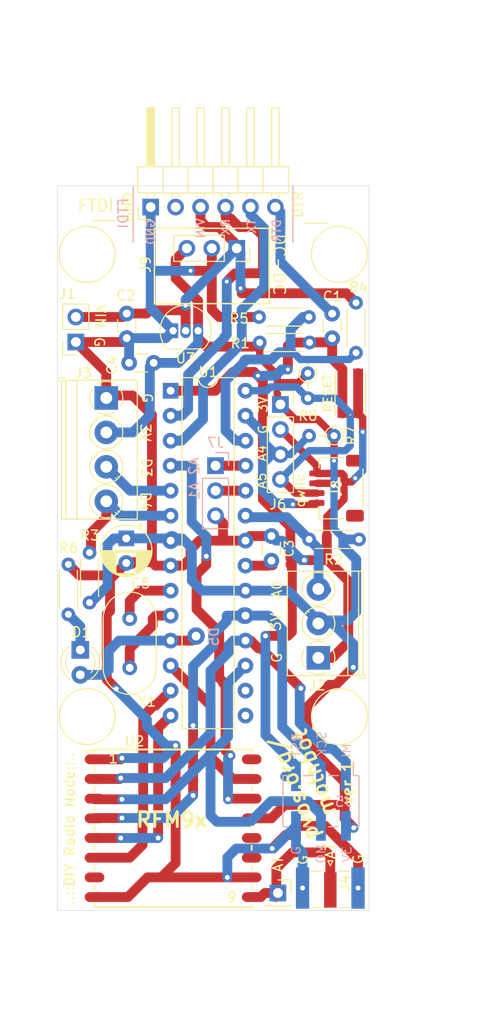
<source format=kicad_pcb>
(kicad_pcb (version 20171130) (host pcbnew 5.1.6-c6e7f7d~87~ubuntu18.04.1)

  (general
    (thickness 1.6)
    (drawings 75)
    (tracks 511)
    (zones 0)
    (modules 34)
    (nets 29)
  )

  (page A4)
  (layers
    (0 F.Cu signal)
    (31 B.Cu signal)
    (32 B.Adhes user)
    (33 F.Adhes user)
    (34 B.Paste user)
    (35 F.Paste user)
    (36 B.SilkS user)
    (37 F.SilkS user)
    (38 B.Mask user)
    (39 F.Mask user)
    (40 Dwgs.User user)
    (41 Cmts.User user)
    (42 Eco1.User user)
    (43 Eco2.User user)
    (44 Edge.Cuts user)
    (45 Margin user)
    (46 B.CrtYd user)
    (47 F.CrtYd user)
    (48 B.Fab user)
    (49 F.Fab user)
  )

  (setup
    (last_trace_width 0.25)
    (user_trace_width 0.4)
    (user_trace_width 0.5)
    (user_trace_width 0.75)
    (user_trace_width 1)
    (user_trace_width 1.25)
    (user_trace_width 1.5)
    (user_trace_width 1.7)
    (trace_clearance 0.2)
    (zone_clearance 0.508)
    (zone_45_only no)
    (trace_min 0.2)
    (via_size 0.8)
    (via_drill 0.4)
    (via_min_size 0.4)
    (via_min_drill 0.3)
    (user_via 1 0.5)
    (user_via 1.5 0.75)
    (user_via 1.78 0.89)
    (uvia_size 0.3)
    (uvia_drill 0.1)
    (uvias_allowed no)
    (uvia_min_size 0.2)
    (uvia_min_drill 0.1)
    (edge_width 0.05)
    (segment_width 0.2)
    (pcb_text_width 0.3)
    (pcb_text_size 1.5 1.5)
    (mod_edge_width 0.12)
    (mod_text_size 1 1)
    (mod_text_width 0.15)
    (pad_size 1.524 1.524)
    (pad_drill 0.762)
    (pad_to_mask_clearance 0.051)
    (solder_mask_min_width 0.25)
    (aux_axis_origin 0 0)
    (visible_elements FFFFFFFF)
    (pcbplotparams
      (layerselection 0x010fc_ffffffff)
      (usegerberextensions false)
      (usegerberattributes false)
      (usegerberadvancedattributes false)
      (creategerberjobfile false)
      (excludeedgelayer true)
      (linewidth 0.100000)
      (plotframeref false)
      (viasonmask false)
      (mode 1)
      (useauxorigin false)
      (hpglpennumber 1)
      (hpglpenspeed 20)
      (hpglpendiameter 15.000000)
      (psnegative false)
      (psa4output false)
      (plotreference true)
      (plotvalue true)
      (plotinvisibletext false)
      (padsonsilk false)
      (subtractmaskfromsilk false)
      (outputformat 1)
      (mirror false)
      (drillshape 1)
      (scaleselection 1)
      (outputdirectory ""))
  )

  (net 0 "")
  (net 1 "Net-(U1-Pad10)")
  (net 2 "Net-(U1-Pad9)")
  (net 3 GND)
  (net 4 VCC)
  (net 5 SCK)
  (net 6 MISO)
  (net 7 MOSI)
  (net 8 "Net-(C3-Pad1)")
  (net 9 D6)
  (net 10 D3)
  (net 11 TX0)
  (net 12 RX0)
  (net 13 VIN)
  (net 14 D7)
  (net 15 "Net-(C1-Pad2)")
  (net 16 D8)
  (net 17 A0)
  (net 18 A1)
  (net 19 A5)
  (net 20 A2)
  (net 21 A4)
  (net 22 A3)
  (net 23 D5)
  (net 24 D4)
  (net 25 D2)
  (net 26 "Net-(D1-Pad1)")
  (net 27 RST)
  (net 28 "Net-(AT1-Pad1)")

  (net_class Default "This is the default net class."
    (clearance 0.2)
    (trace_width 0.25)
    (via_dia 0.8)
    (via_drill 0.4)
    (uvia_dia 0.3)
    (uvia_drill 0.1)
    (add_net A0)
    (add_net A1)
    (add_net A2)
    (add_net A3)
    (add_net A4)
    (add_net A5)
    (add_net D2)
    (add_net D3)
    (add_net D4)
    (add_net D5)
    (add_net D6)
    (add_net D7)
    (add_net D8)
    (add_net GND)
    (add_net MISO)
    (add_net MOSI)
    (add_net "Net-(AT1-Pad1)")
    (add_net "Net-(C1-Pad2)")
    (add_net "Net-(C3-Pad1)")
    (add_net "Net-(D1-Pad1)")
    (add_net "Net-(U1-Pad10)")
    (add_net "Net-(U1-Pad9)")
    (add_net RST)
    (add_net RX0)
    (add_net SCK)
    (add_net TX0)
    (add_net VCC)
    (add_net VIN)
  )

  (module Resistor_THT:R_Axial_DIN0204_L3.6mm_D1.6mm_P2.54mm_Vertical (layer F.Cu) (tedit 5AE5139B) (tstamp 5F69013C)
    (at 139.7 77.597 270)
    (descr "Resistor, Axial_DIN0204 series, Axial, Vertical, pin pitch=2.54mm, 0.167W, length*diameter=3.6*1.6mm^2, http://cdn-reichelt.de/documents/datenblatt/B400/1_4W%23YAG.pdf")
    (tags "Resistor Axial_DIN0204 series Axial Vertical pin pitch 2.54mm 0.167W length 3.6mm diameter 1.6mm")
    (path /5F722F91)
    (fp_text reference R8 (at 4.318 0 180) (layer F.SilkS)
      (effects (font (size 1 1) (thickness 0.15)))
    )
    (fp_text value R (at 1.27 1.92 90) (layer F.Fab)
      (effects (font (size 1 1) (thickness 0.15)))
    )
    (fp_line (start 3.49 -1.05) (end -1.05 -1.05) (layer F.CrtYd) (width 0.05))
    (fp_line (start 3.49 1.05) (end 3.49 -1.05) (layer F.CrtYd) (width 0.05))
    (fp_line (start -1.05 1.05) (end 3.49 1.05) (layer F.CrtYd) (width 0.05))
    (fp_line (start -1.05 -1.05) (end -1.05 1.05) (layer F.CrtYd) (width 0.05))
    (fp_line (start 0.92 0) (end 1.54 0) (layer F.SilkS) (width 0.12))
    (fp_line (start 0 0) (end 2.54 0) (layer F.Fab) (width 0.1))
    (fp_circle (center 0 0) (end 0.92 0) (layer F.SilkS) (width 0.12))
    (fp_circle (center 0 0) (end 0.8 0) (layer F.Fab) (width 0.1))
    (fp_text user %R (at 1.27 -1.92 90) (layer F.Fab)
      (effects (font (size 1 1) (thickness 0.15)))
    )
    (pad 2 thru_hole oval (at 2.54 0 270) (size 1.4 1.4) (drill 0.7) (layers *.Cu *.Mask)
      (net 19 A5))
    (pad 1 thru_hole circle (at 0 0 270) (size 1.4 1.4) (drill 0.7) (layers *.Cu *.Mask)
      (net 4 VCC))
    (model ${KISYS3DMOD}/Resistor_THT.3dshapes/R_Axial_DIN0204_L3.6mm_D1.6mm_P2.54mm_Vertical.wrl
      (at (xyz 0 0 0))
      (scale (xyz 1 1 1))
      (rotate (xyz 0 0 0))
    )
  )

  (module Resistor_THT:R_Axial_DIN0204_L3.6mm_D1.6mm_P2.54mm_Vertical (layer F.Cu) (tedit 5AE5139B) (tstamp 5F68F967)
    (at 142.367 83.947 180)
    (descr "Resistor, Axial_DIN0204 series, Axial, Vertical, pin pitch=2.54mm, 0.167W, length*diameter=3.6*1.6mm^2, http://cdn-reichelt.de/documents/datenblatt/B400/1_4W%23YAG.pdf")
    (tags "Resistor Axial_DIN0204 series Axial Vertical pin pitch 2.54mm 0.167W length 3.6mm diameter 1.6mm")
    (path /5F7227DD)
    (fp_text reference R7 (at -1.778 0 90) (layer F.SilkS)
      (effects (font (size 1 1) (thickness 0.15)))
    )
    (fp_text value R (at 1.27 1.92) (layer F.Fab)
      (effects (font (size 1 1) (thickness 0.15)))
    )
    (fp_line (start 3.49 -1.05) (end -1.05 -1.05) (layer F.CrtYd) (width 0.05))
    (fp_line (start 3.49 1.05) (end 3.49 -1.05) (layer F.CrtYd) (width 0.05))
    (fp_line (start -1.05 1.05) (end 3.49 1.05) (layer F.CrtYd) (width 0.05))
    (fp_line (start -1.05 -1.05) (end -1.05 1.05) (layer F.CrtYd) (width 0.05))
    (fp_line (start 0.92 0) (end 1.54 0) (layer F.SilkS) (width 0.12))
    (fp_line (start 0 0) (end 2.54 0) (layer F.Fab) (width 0.1))
    (fp_circle (center 0 0) (end 0.92 0) (layer F.SilkS) (width 0.12))
    (fp_circle (center 0 0) (end 0.8 0) (layer F.Fab) (width 0.1))
    (fp_text user %R (at 1.27 -1.92) (layer F.Fab)
      (effects (font (size 1 1) (thickness 0.15)))
    )
    (pad 2 thru_hole oval (at 2.54 0 180) (size 1.4 1.4) (drill 0.7) (layers *.Cu *.Mask)
      (net 21 A4))
    (pad 1 thru_hole circle (at 0 0 180) (size 1.4 1.4) (drill 0.7) (layers *.Cu *.Mask)
      (net 4 VCC))
    (model ${KISYS3DMOD}/Resistor_THT.3dshapes/R_Axial_DIN0204_L3.6mm_D1.6mm_P2.54mm_Vertical.wrl
      (at (xyz 0 0 0))
      (scale (xyz 1 1 1))
      (rotate (xyz 0 0 0))
    )
  )

  (module Button_Switch_SMD:SW_Push_1P1T_NO_CK_KMR2 (layer F.Cu) (tedit 5A02FC95) (tstamp 5F6815B8)
    (at 144.018 79.629 90)
    (descr "CK components KMR2 tactile switch http://www.ckswitches.com/media/1479/kmr2.pdf")
    (tags "tactile switch kmr2")
    (path /5F6B37D1)
    (attr smd)
    (fp_text reference SW1 (at -0.127 -2.667 90) (layer F.SilkS) hide
      (effects (font (size 1 1) (thickness 0.15)))
    )
    (fp_text value SW_Push_Dual (at 0 2.55 90) (layer F.Fab)
      (effects (font (size 1 1) (thickness 0.15)))
    )
    (fp_line (start -2.2 0.05) (end -2.2 -0.05) (layer F.SilkS) (width 0.12))
    (fp_line (start 2.2 -1.55) (end -2.2 -1.55) (layer F.SilkS) (width 0.12))
    (fp_line (start -2.2 1.55) (end 2.2 1.55) (layer F.SilkS) (width 0.12))
    (fp_circle (center 0 0) (end 0 0.8) (layer F.Fab) (width 0.1))
    (fp_line (start -2.8 1.8) (end -2.8 -1.8) (layer F.CrtYd) (width 0.05))
    (fp_line (start 2.8 1.8) (end -2.8 1.8) (layer F.CrtYd) (width 0.05))
    (fp_line (start 2.8 -1.8) (end 2.8 1.8) (layer F.CrtYd) (width 0.05))
    (fp_line (start -2.8 -1.8) (end 2.8 -1.8) (layer F.CrtYd) (width 0.05))
    (fp_line (start 2.2 0.05) (end 2.2 -0.05) (layer F.SilkS) (width 0.12))
    (fp_line (start -2.1 1.4) (end -2.1 -1.4) (layer F.Fab) (width 0.1))
    (fp_line (start 2.1 1.4) (end -2.1 1.4) (layer F.Fab) (width 0.1))
    (fp_line (start 2.1 -1.4) (end 2.1 1.4) (layer F.Fab) (width 0.1))
    (fp_line (start -2.1 -1.4) (end 2.1 -1.4) (layer F.Fab) (width 0.1))
    (fp_text user %R (at -0.127 -2.54 90) (layer F.Fab)
      (effects (font (size 1 1) (thickness 0.15)))
    )
    (pad 2 smd rect (at 2.05 0.8 90) (size 0.9 1) (layers F.Cu F.Paste F.Mask)
      (net 3 GND))
    (pad 1 smd rect (at 2.05 -0.8 90) (size 0.9 1) (layers F.Cu F.Paste F.Mask)
      (net 27 RST))
    (pad 2 smd rect (at -2.05 0.8 90) (size 0.9 1) (layers F.Cu F.Paste F.Mask)
      (net 3 GND))
    (pad 1 smd rect (at -2.05 -0.8 90) (size 0.9 1) (layers F.Cu F.Paste F.Mask)
      (net 27 RST))
    (model ${KISYS3DMOD}/Button_Switch_SMD.3dshapes/SW_Push_1P1T_NO_CK_KMR2.wrl
      (at (xyz 0 0 0))
      (scale (xyz 1 1 1))
      (rotate (xyz 0 0 0))
    )
  )

  (module Connector_PinSocket_2.54mm:PinSocket_1x03_P2.54mm_Vertical (layer F.Cu) (tedit 5A19A429) (tstamp 5F685103)
    (at 132.461 64.897 270)
    (descr "Through hole straight socket strip, 1x03, 2.54mm pitch, single row (from Kicad 4.0.7), script generated")
    (tags "Through hole socket strip THT 1x03 2.54mm single row")
    (path /5F6DC6E3)
    (fp_text reference J9 (at 1.651 9.271 270) (layer F.SilkS)
      (effects (font (size 1 1) (thickness 0.15)))
    )
    (fp_text value Conn_01x03_Female (at -4.572 2.032 180) (layer F.Fab)
      (effects (font (size 1 1) (thickness 0.15)))
    )
    (fp_line (start -1.8 6.85) (end -1.8 -1.8) (layer F.CrtYd) (width 0.05))
    (fp_line (start 1.75 6.85) (end -1.8 6.85) (layer F.CrtYd) (width 0.05))
    (fp_line (start 1.75 -1.8) (end 1.75 6.85) (layer F.CrtYd) (width 0.05))
    (fp_line (start -1.8 -1.8) (end 1.75 -1.8) (layer F.CrtYd) (width 0.05))
    (fp_line (start 0 -1.33) (end 1.33 -1.33) (layer F.SilkS) (width 0.12))
    (fp_line (start 1.33 -1.33) (end 1.33 0) (layer F.SilkS) (width 0.12))
    (fp_line (start 1.33 1.27) (end 1.33 6.41) (layer F.SilkS) (width 0.12))
    (fp_line (start -1.33 6.41) (end 1.33 6.41) (layer F.SilkS) (width 0.12))
    (fp_line (start -1.33 1.27) (end -1.33 6.41) (layer F.SilkS) (width 0.12))
    (fp_line (start -1.33 1.27) (end 1.33 1.27) (layer F.SilkS) (width 0.12))
    (fp_line (start -1.27 6.35) (end -1.27 -1.27) (layer F.Fab) (width 0.1))
    (fp_line (start 1.27 6.35) (end -1.27 6.35) (layer F.Fab) (width 0.1))
    (fp_line (start 1.27 -0.635) (end 1.27 6.35) (layer F.Fab) (width 0.1))
    (fp_line (start 0.635 -1.27) (end 1.27 -0.635) (layer F.Fab) (width 0.1))
    (fp_line (start -1.27 -1.27) (end 0.635 -1.27) (layer F.Fab) (width 0.1))
    (fp_text user %R (at 0 2.54) (layer F.Fab)
      (effects (font (size 1 1) (thickness 0.15)))
    )
    (pad 3 thru_hole oval (at 0 5.08 270) (size 1.7 1.7) (drill 1) (layers *.Cu *.Mask)
      (net 4 VCC))
    (pad 2 thru_hole oval (at 0 2.54 270) (size 1.7 1.7) (drill 1) (layers *.Cu *.Mask)
      (net 3 GND))
    (pad 1 thru_hole rect (at 0 0 270) (size 1.7 1.7) (drill 1) (layers *.Cu *.Mask)
      (net 13 VIN))
    (model ${KISYS3DMOD}/Connector_PinSocket_2.54mm.3dshapes/PinSocket_1x03_P2.54mm_Vertical.wrl
      (at (xyz 0 0 0))
      (scale (xyz 1 1 1))
      (rotate (xyz 0 0 0))
    )
  )

  (module Connector_PinHeader_2.54mm:PinHeader_1x03_P2.54mm_Vertical (layer B.Cu) (tedit 59FED5CC) (tstamp 5F678F9D)
    (at 130.302 86.995 180)
    (descr "Through hole straight pin header, 1x03, 2.54mm pitch, single row")
    (tags "Through hole pin header THT 1x03 2.54mm single row")
    (path /5F693D55)
    (fp_text reference J7 (at 0 2.33) (layer B.SilkS)
      (effects (font (size 1 1) (thickness 0.15)) (justify mirror))
    )
    (fp_text value Conn_01x03_Female (at 0 -7.41) (layer B.Fab)
      (effects (font (size 1 1) (thickness 0.15)) (justify mirror))
    )
    (fp_line (start 1.8 1.8) (end -1.8 1.8) (layer B.CrtYd) (width 0.05))
    (fp_line (start 1.8 -6.85) (end 1.8 1.8) (layer B.CrtYd) (width 0.05))
    (fp_line (start -1.8 -6.85) (end 1.8 -6.85) (layer B.CrtYd) (width 0.05))
    (fp_line (start -1.8 1.8) (end -1.8 -6.85) (layer B.CrtYd) (width 0.05))
    (fp_line (start -1.33 1.33) (end 0 1.33) (layer B.SilkS) (width 0.12))
    (fp_line (start -1.33 0) (end -1.33 1.33) (layer B.SilkS) (width 0.12))
    (fp_line (start -1.33 -1.27) (end 1.33 -1.27) (layer B.SilkS) (width 0.12))
    (fp_line (start 1.33 -1.27) (end 1.33 -6.41) (layer B.SilkS) (width 0.12))
    (fp_line (start -1.33 -1.27) (end -1.33 -6.41) (layer B.SilkS) (width 0.12))
    (fp_line (start -1.33 -6.41) (end 1.33 -6.41) (layer B.SilkS) (width 0.12))
    (fp_line (start -1.27 0.635) (end -0.635 1.27) (layer B.Fab) (width 0.1))
    (fp_line (start -1.27 -6.35) (end -1.27 0.635) (layer B.Fab) (width 0.1))
    (fp_line (start 1.27 -6.35) (end -1.27 -6.35) (layer B.Fab) (width 0.1))
    (fp_line (start 1.27 1.27) (end 1.27 -6.35) (layer B.Fab) (width 0.1))
    (fp_line (start -0.635 1.27) (end 1.27 1.27) (layer B.Fab) (width 0.1))
    (fp_text user %R (at 0 -2.54 270) (layer B.Fab)
      (effects (font (size 1 1) (thickness 0.15)) (justify mirror))
    )
    (pad 3 thru_hole oval (at 0 -5.08 180) (size 1.7 1.7) (drill 1) (layers *.Cu *.Mask)
      (net 3 GND))
    (pad 2 thru_hole oval (at 0 -2.54 180) (size 1.7 1.7) (drill 1) (layers *.Cu *.Mask)
      (net 18 A1))
    (pad 1 thru_hole rect (at 0 0 180) (size 1.7 1.7) (drill 1) (layers *.Cu *.Mask)
      (net 20 A2))
    (model ${KISYS3DMOD}/Connector_PinHeader_2.54mm.3dshapes/PinHeader_1x03_P2.54mm_Vertical.wrl
      (at (xyz 0 0 0))
      (scale (xyz 1 1 1))
      (rotate (xyz 0 0 0))
    )
  )

  (module Connector_JST:JST_SH_SM04B-SRSS-TB_1x04-1MP_P1.00mm_Horizontal (layer F.Cu) (tedit 5B78AD87) (tstamp 5F690320)
    (at 142.621 89.281 90)
    (descr "JST SH series connector, SM04B-SRSS-TB (http://www.jst-mfg.com/product/pdf/eng/eSH.pdf), generated with kicad-footprint-generator")
    (tags "connector JST SH top entry")
    (path /5F688ADE)
    (attr smd)
    (fp_text reference J8 (at 0 0 90) (layer F.SilkS)
      (effects (font (size 1 1) (thickness 0.15)))
    )
    (fp_text value Conn_01x04_Female (at 0 3.98 90) (layer F.Fab)
      (effects (font (size 1 1) (thickness 0.15)))
    )
    (fp_line (start -3 -1.675) (end 3 -1.675) (layer F.Fab) (width 0.1))
    (fp_line (start -3.11 0.715) (end -3.11 -1.785) (layer F.SilkS) (width 0.12))
    (fp_line (start -3.11 -1.785) (end -2.06 -1.785) (layer F.SilkS) (width 0.12))
    (fp_line (start -2.06 -1.785) (end -2.06 -2.775) (layer F.SilkS) (width 0.12))
    (fp_line (start 3.11 0.715) (end 3.11 -1.785) (layer F.SilkS) (width 0.12))
    (fp_line (start 3.11 -1.785) (end 2.06 -1.785) (layer F.SilkS) (width 0.12))
    (fp_line (start -1.94 2.685) (end 1.94 2.685) (layer F.SilkS) (width 0.12))
    (fp_line (start -3 2.575) (end 3 2.575) (layer F.Fab) (width 0.1))
    (fp_line (start -3 -1.675) (end -3 2.575) (layer F.Fab) (width 0.1))
    (fp_line (start 3 -1.675) (end 3 2.575) (layer F.Fab) (width 0.1))
    (fp_line (start -3.9 -3.28) (end -3.9 3.28) (layer F.CrtYd) (width 0.05))
    (fp_line (start -3.9 3.28) (end 3.9 3.28) (layer F.CrtYd) (width 0.05))
    (fp_line (start 3.9 3.28) (end 3.9 -3.28) (layer F.CrtYd) (width 0.05))
    (fp_line (start 3.9 -3.28) (end -3.9 -3.28) (layer F.CrtYd) (width 0.05))
    (fp_line (start -2 -1.675) (end -1.5 -0.967893) (layer F.Fab) (width 0.1))
    (fp_line (start -1.5 -0.967893) (end -1 -1.675) (layer F.Fab) (width 0.1))
    (fp_text user %R (at 0 0 90) (layer F.Fab)
      (effects (font (size 1 1) (thickness 0.15)))
    )
    (pad MP smd roundrect (at 2.8 1.875 90) (size 1.2 1.8) (layers F.Cu F.Paste F.Mask) (roundrect_rratio 0.208333))
    (pad MP smd roundrect (at -2.8 1.875 90) (size 1.2 1.8) (layers F.Cu F.Paste F.Mask) (roundrect_rratio 0.208333))
    (pad 4 smd roundrect (at 1.5 -2 90) (size 0.6 1.55) (layers F.Cu F.Paste F.Mask) (roundrect_rratio 0.25)
      (net 3 GND))
    (pad 3 smd roundrect (at 0.5 -2 90) (size 0.6 1.55) (layers F.Cu F.Paste F.Mask) (roundrect_rratio 0.25)
      (net 4 VCC))
    (pad 2 smd roundrect (at -0.5 -2 90) (size 0.6 1.55) (layers F.Cu F.Paste F.Mask) (roundrect_rratio 0.25)
      (net 19 A5))
    (pad 1 smd roundrect (at -1.5 -2 90) (size 0.6 1.55) (layers F.Cu F.Paste F.Mask) (roundrect_rratio 0.25)
      (net 21 A4))
    (model ${KISYS3DMOD}/Connector_JST.3dshapes/JST_SH_SM04B-SRSS-TB_1x04-1MP_P1.00mm_Horizontal.wrl
      (at (xyz 0 0 0))
      (scale (xyz 1 1 1))
      (rotate (xyz 0 0 0))
    )
  )

  (module Package_TO_SOT_THT:TO-92_Inline (layer F.Cu) (tedit 5A1DD157) (tstamp 5F676364)
    (at 125.984 73.279)
    (descr "TO-92 leads in-line, narrow, oval pads, drill 0.75mm (see NXP sot054_po.pdf)")
    (tags "to-92 sc-43 sc-43a sot54 PA33 transistor")
    (path /5F67A451)
    (fp_text reference U3 (at 1.27 2.794) (layer F.SilkS)
      (effects (font (size 1 1) (thickness 0.15)))
    )
    (fp_text value MCP1700-3302E_TO92 (at 1.27 2.79) (layer F.Fab) hide
      (effects (font (size 1 1) (thickness 0.15)))
    )
    (fp_line (start -0.53 1.85) (end 3.07 1.85) (layer F.SilkS) (width 0.12))
    (fp_line (start -0.5 1.75) (end 3 1.75) (layer F.Fab) (width 0.1))
    (fp_line (start -1.46 -2.73) (end 4 -2.73) (layer F.CrtYd) (width 0.05))
    (fp_line (start -1.46 -2.73) (end -1.46 2.01) (layer F.CrtYd) (width 0.05))
    (fp_line (start 4 2.01) (end 4 -2.73) (layer F.CrtYd) (width 0.05))
    (fp_line (start 4 2.01) (end -1.46 2.01) (layer F.CrtYd) (width 0.05))
    (fp_arc (start 1.27 0) (end 1.27 -2.6) (angle 135) (layer F.SilkS) (width 0.12))
    (fp_arc (start 1.27 0) (end 1.27 -2.48) (angle -135) (layer F.Fab) (width 0.1))
    (fp_arc (start 1.27 0) (end 1.27 -2.6) (angle -135) (layer F.SilkS) (width 0.12))
    (fp_arc (start 1.27 0) (end 1.27 -2.48) (angle 135) (layer F.Fab) (width 0.1))
    (fp_text user %R (at -0.762 -3.175) (layer F.Fab)
      (effects (font (size 1 1) (thickness 0.15)))
    )
    (pad 1 thru_hole rect (at 0 0) (size 1.05 1.5) (drill 0.75) (layers *.Cu *.Mask)
      (net 3 GND))
    (pad 3 thru_hole oval (at 2.54 0) (size 1.05 1.5) (drill 0.75) (layers *.Cu *.Mask)
      (net 4 VCC))
    (pad 2 thru_hole oval (at 1.27 0) (size 1.05 1.5) (drill 0.75) (layers *.Cu *.Mask)
      (net 13 VIN))
    (model ${KISYS3DMOD}/Package_TO_SOT_THT.3dshapes/TO-92_Inline.wrl
      (at (xyz 0 0 0))
      (scale (xyz 1 1 1))
      (rotate (xyz 0 0 0))
    )
  )

  (module Connector_PinSocket_2.54mm:PinSocket_1x04_P2.54mm_Vertical (layer F.Cu) (tedit 5A19A429) (tstamp 5F677BA0)
    (at 136.906 80.772)
    (descr "Through hole straight socket strip, 1x04, 2.54mm pitch, single row (from Kicad 4.0.7), script generated")
    (tags "Through hole socket strip THT 1x04 2.54mm single row")
    (path /5F682487)
    (fp_text reference J6 (at -0.254 10.16) (layer F.SilkS)
      (effects (font (size 1 1) (thickness 0.15)))
    )
    (fp_text value Conn_01x04_Female (at 0 10.39) (layer F.Fab) hide
      (effects (font (size 1 1) (thickness 0.15)))
    )
    (fp_line (start -1.8 9.4) (end -1.8 -1.8) (layer F.CrtYd) (width 0.05))
    (fp_line (start 1.75 9.4) (end -1.8 9.4) (layer F.CrtYd) (width 0.05))
    (fp_line (start 1.75 -1.8) (end 1.75 9.4) (layer F.CrtYd) (width 0.05))
    (fp_line (start -1.8 -1.8) (end 1.75 -1.8) (layer F.CrtYd) (width 0.05))
    (fp_line (start 0 -1.33) (end 1.33 -1.33) (layer F.SilkS) (width 0.12))
    (fp_line (start 1.33 -1.33) (end 1.33 0) (layer F.SilkS) (width 0.12))
    (fp_line (start 1.33 1.27) (end 1.33 8.95) (layer F.SilkS) (width 0.12))
    (fp_line (start -1.33 8.95) (end 1.33 8.95) (layer F.SilkS) (width 0.12))
    (fp_line (start -1.33 1.27) (end -1.33 8.95) (layer F.SilkS) (width 0.12))
    (fp_line (start -1.33 1.27) (end 1.33 1.27) (layer F.SilkS) (width 0.12))
    (fp_line (start -1.27 8.89) (end -1.27 -1.27) (layer F.Fab) (width 0.1))
    (fp_line (start 1.27 8.89) (end -1.27 8.89) (layer F.Fab) (width 0.1))
    (fp_line (start 1.27 -0.635) (end 1.27 8.89) (layer F.Fab) (width 0.1))
    (fp_line (start 0.635 -1.27) (end 1.27 -0.635) (layer F.Fab) (width 0.1))
    (fp_line (start -1.27 -1.27) (end 0.635 -1.27) (layer F.Fab) (width 0.1))
    (fp_text user %R (at 0 3.81 90) (layer F.Fab)
      (effects (font (size 1 1) (thickness 0.15)))
    )
    (pad 1 thru_hole rect (at 0 0) (size 1.7 1.7) (drill 1) (layers *.Cu *.Mask)
      (net 4 VCC))
    (pad 2 thru_hole oval (at 0 2.54) (size 1.7 1.7) (drill 1) (layers *.Cu *.Mask)
      (net 3 GND))
    (pad 3 thru_hole oval (at 0 5.08) (size 1.7 1.7) (drill 1) (layers *.Cu *.Mask)
      (net 21 A4))
    (pad 4 thru_hole oval (at 0 7.62) (size 1.7 1.7) (drill 1) (layers *.Cu *.Mask)
      (net 19 A5))
    (model ${KISYS3DMOD}/Connector_PinSocket_2.54mm.3dshapes/PinSocket_1x04_P2.54mm_Vertical.wrl
      (at (xyz 0 0 0))
      (scale (xyz 1 1 1))
      (rotate (xyz 0 0 0))
    )
  )

  (module Connector_PinSocket_2.54mm:PinSocket_1x01_P2.54mm_Vertical (layer F.Cu) (tedit 5A19A434) (tstamp 5F66A045)
    (at 136.652 130.429)
    (descr "Through hole straight socket strip, 1x01, 2.54mm pitch, single row (from Kicad 4.0.7), script generated")
    (tags "Through hole socket strip THT 1x01 2.54mm single row")
    (path /5F66E722)
    (fp_text reference AT1 (at 0 -2.77) (layer F.SilkS) hide
      (effects (font (size 1 1) (thickness 0.15)))
    )
    (fp_text value Conn_01x01_Female (at 0 2.77) (layer F.Fab)
      (effects (font (size 1 1) (thickness 0.15)))
    )
    (fp_line (start -1.27 -1.27) (end 0.635 -1.27) (layer F.Fab) (width 0.1))
    (fp_line (start 0.635 -1.27) (end 1.27 -0.635) (layer F.Fab) (width 0.1))
    (fp_line (start 1.27 -0.635) (end 1.27 1.27) (layer F.Fab) (width 0.1))
    (fp_line (start 1.27 1.27) (end -1.27 1.27) (layer F.Fab) (width 0.1))
    (fp_line (start -1.27 1.27) (end -1.27 -1.27) (layer F.Fab) (width 0.1))
    (fp_line (start -1.33 1.33) (end 1.33 1.33) (layer F.SilkS) (width 0.12))
    (fp_line (start -1.33 1.21) (end -1.33 1.33) (layer F.SilkS) (width 0.12))
    (fp_line (start 1.33 1.21) (end 1.33 1.33) (layer F.SilkS) (width 0.12))
    (fp_line (start 1.33 -1.33) (end 1.33 0) (layer F.SilkS) (width 0.12))
    (fp_line (start 0 -1.33) (end 1.33 -1.33) (layer F.SilkS) (width 0.12))
    (fp_line (start -1.8 -1.8) (end 1.75 -1.8) (layer F.CrtYd) (width 0.05))
    (fp_line (start 1.75 -1.8) (end 1.75 1.75) (layer F.CrtYd) (width 0.05))
    (fp_line (start 1.75 1.75) (end -1.8 1.75) (layer F.CrtYd) (width 0.05))
    (fp_line (start -1.8 1.75) (end -1.8 -1.8) (layer F.CrtYd) (width 0.05))
    (fp_text user %R (at 0 0) (layer F.Fab)
      (effects (font (size 1 1) (thickness 0.15)))
    )
    (pad 1 thru_hole rect (at 0 0) (size 1.7 1.7) (drill 1) (layers *.Cu *.Mask)
      (net 28 "Net-(AT1-Pad1)"))
    (model ${KISYS3DMOD}/Connector_PinSocket_2.54mm.3dshapes/PinSocket_1x01_P2.54mm_Vertical.wrl
      (at (xyz 0 0 0))
      (scale (xyz 1 1 1))
      (rotate (xyz 0 0 0))
    )
  )

  (module LED_THT:LED_D3.0mm (layer F.Cu) (tedit 587A3A7B) (tstamp 5F3A10E4)
    (at 116.5352 105.7148 270)
    (descr "LED, diameter 3.0mm, 2 pins")
    (tags "LED diameter 3.0mm 2 pins")
    (path /5F57E191)
    (fp_text reference D1 (at -1.8034 -0.1016 180) (layer F.SilkS)
      (effects (font (size 1 1) (thickness 0.15)))
    )
    (fp_text value LED (at 1.27 2.96 90) (layer F.Fab)
      (effects (font (size 1 1) (thickness 0.15)))
    )
    (fp_line (start 3.7 -2.25) (end -1.15 -2.25) (layer F.CrtYd) (width 0.05))
    (fp_line (start 3.7 2.25) (end 3.7 -2.25) (layer F.CrtYd) (width 0.05))
    (fp_line (start -1.15 2.25) (end 3.7 2.25) (layer F.CrtYd) (width 0.05))
    (fp_line (start -1.15 -2.25) (end -1.15 2.25) (layer F.CrtYd) (width 0.05))
    (fp_line (start -0.29 1.08) (end -0.29 1.236) (layer F.SilkS) (width 0.12))
    (fp_line (start -0.29 -1.236) (end -0.29 -1.08) (layer F.SilkS) (width 0.12))
    (fp_line (start -0.23 -1.16619) (end -0.23 1.16619) (layer F.Fab) (width 0.1))
    (fp_circle (center 1.27 0) (end 2.77 0) (layer F.Fab) (width 0.1))
    (fp_arc (start 1.27 0) (end 0.229039 1.08) (angle -87.9) (layer F.SilkS) (width 0.12))
    (fp_arc (start 1.27 0) (end 0.229039 -1.08) (angle 87.9) (layer F.SilkS) (width 0.12))
    (fp_arc (start 1.27 0) (end -0.29 1.235516) (angle -108.8) (layer F.SilkS) (width 0.12))
    (fp_arc (start 1.27 0) (end -0.29 -1.235516) (angle 108.8) (layer F.SilkS) (width 0.12))
    (fp_arc (start 1.27 0) (end -0.23 -1.16619) (angle 284.3) (layer F.Fab) (width 0.1))
    (pad 2 thru_hole circle (at 2.54 0 270) (size 1.8 1.8) (drill 0.9) (layers *.Cu *.Mask)
      (net 23 D5))
    (pad 1 thru_hole rect (at 0 0 270) (size 1.8 1.8) (drill 0.9) (layers *.Cu *.Mask)
      (net 26 "Net-(D1-Pad1)"))
    (model ${KISYS3DMOD}/LED_THT.3dshapes/LED_D3.0mm.wrl
      (at (xyz 0 0 0))
      (scale (xyz 1 1 1))
      (rotate (xyz 0 0 0))
    )
  )

  (module Resistor_THT:R_Axial_DIN0204_L3.6mm_D1.6mm_P5.08mm_Horizontal (layer F.Cu) (tedit 5AE5139B) (tstamp 5F3A150D)
    (at 115.316 102.108 90)
    (descr "Resistor, Axial_DIN0204 series, Axial, Horizontal, pin pitch=5.08mm, 0.167W, length*diameter=3.6*1.6mm^2, http://cdn-reichelt.de/documents/datenblatt/B400/1_4W%23YAG.pdf")
    (tags "Resistor Axial_DIN0204 series Axial Horizontal pin pitch 5.08mm 0.167W length 3.6mm diameter 1.6mm")
    (path /5F59A5EA)
    (fp_text reference R6 (at 6.7564 0.0254) (layer F.SilkS)
      (effects (font (size 1 1) (thickness 0.15)))
    )
    (fp_text value 300R (at 2.54 1.92 90) (layer F.Fab)
      (effects (font (size 1 1) (thickness 0.15)))
    )
    (fp_line (start 6.03 -1.05) (end -0.95 -1.05) (layer F.CrtYd) (width 0.05))
    (fp_line (start 6.03 1.05) (end 6.03 -1.05) (layer F.CrtYd) (width 0.05))
    (fp_line (start -0.95 1.05) (end 6.03 1.05) (layer F.CrtYd) (width 0.05))
    (fp_line (start -0.95 -1.05) (end -0.95 1.05) (layer F.CrtYd) (width 0.05))
    (fp_line (start 0.62 0.92) (end 4.46 0.92) (layer F.SilkS) (width 0.12))
    (fp_line (start 0.62 -0.92) (end 4.46 -0.92) (layer F.SilkS) (width 0.12))
    (fp_line (start 5.08 0) (end 4.34 0) (layer F.Fab) (width 0.1))
    (fp_line (start 0 0) (end 0.74 0) (layer F.Fab) (width 0.1))
    (fp_line (start 4.34 -0.8) (end 0.74 -0.8) (layer F.Fab) (width 0.1))
    (fp_line (start 4.34 0.8) (end 4.34 -0.8) (layer F.Fab) (width 0.1))
    (fp_line (start 0.74 0.8) (end 4.34 0.8) (layer F.Fab) (width 0.1))
    (fp_line (start 0.74 -0.8) (end 0.74 0.8) (layer F.Fab) (width 0.1))
    (fp_text user %R (at 2.54 0 90) (layer F.Fab)
      (effects (font (size 0.72 0.72) (thickness 0.108)))
    )
    (pad 2 thru_hole oval (at 5.08 0 90) (size 1.4 1.4) (drill 0.7) (layers *.Cu *.Mask)
      (net 3 GND))
    (pad 1 thru_hole circle (at 0 0 90) (size 1.4 1.4) (drill 0.7) (layers *.Cu *.Mask)
      (net 26 "Net-(D1-Pad1)"))
    (model ${KISYS3DMOD}/Resistor_THT.3dshapes/R_Axial_DIN0204_L3.6mm_D1.6mm_P5.08mm_Horizontal.wrl
      (at (xyz 0 0 0))
      (scale (xyz 1 1 1))
      (rotate (xyz 0 0 0))
    )
  )

  (module Resistor_THT:R_Axial_DIN0204_L3.6mm_D1.6mm_P5.08mm_Horizontal (layer F.Cu) (tedit 5AE5139B) (tstamp 5F2F098A)
    (at 144.907 94.488 180)
    (descr "Resistor, Axial_DIN0204 series, Axial, Horizontal, pin pitch=5.08mm, 0.167W, length*diameter=3.6*1.6mm^2, http://cdn-reichelt.de/documents/datenblatt/B400/1_4W%23YAG.pdf")
    (tags "Resistor Axial_DIN0204 series Axial Horizontal pin pitch 5.08mm 0.167W length 3.6mm diameter 1.6mm")
    (path /5F322886)
    (fp_text reference R2 (at 2.5654 -2.032 180) (layer F.SilkS)
      (effects (font (size 1 1) (thickness 0.15)))
    )
    (fp_text value 10K (at 2.54 1.92) (layer F.Fab)
      (effects (font (size 1 1) (thickness 0.15)))
    )
    (fp_line (start 0.74 -0.8) (end 0.74 0.8) (layer F.Fab) (width 0.1))
    (fp_line (start 0.74 0.8) (end 4.34 0.8) (layer F.Fab) (width 0.1))
    (fp_line (start 4.34 0.8) (end 4.34 -0.8) (layer F.Fab) (width 0.1))
    (fp_line (start 4.34 -0.8) (end 0.74 -0.8) (layer F.Fab) (width 0.1))
    (fp_line (start 0 0) (end 0.74 0) (layer F.Fab) (width 0.1))
    (fp_line (start 5.08 0) (end 4.34 0) (layer F.Fab) (width 0.1))
    (fp_line (start 0.62 -0.92) (end 4.46 -0.92) (layer F.SilkS) (width 0.12))
    (fp_line (start 0.62 0.92) (end 4.46 0.92) (layer F.SilkS) (width 0.12))
    (fp_line (start -0.95 -1.05) (end -0.95 1.05) (layer F.CrtYd) (width 0.05))
    (fp_line (start -0.95 1.05) (end 6.03 1.05) (layer F.CrtYd) (width 0.05))
    (fp_line (start 6.03 1.05) (end 6.03 -1.05) (layer F.CrtYd) (width 0.05))
    (fp_line (start 6.03 -1.05) (end -0.95 -1.05) (layer F.CrtYd) (width 0.05))
    (fp_text user %R (at 2.54 0) (layer F.Fab)
      (effects (font (size 0.72 0.72) (thickness 0.108)))
    )
    (pad 2 thru_hole oval (at 5.08 0 180) (size 1.4 1.4) (drill 0.7) (layers *.Cu *.Mask)
      (net 17 A0))
    (pad 1 thru_hole circle (at 0 0 180) (size 1.4 1.4) (drill 0.7) (layers *.Cu *.Mask)
      (net 4 VCC))
    (model ${KISYS3DMOD}/Resistor_THT.3dshapes/R_Axial_DIN0204_L3.6mm_D1.6mm_P5.08mm_Horizontal.wrl
      (at (xyz 0 0 0))
      (scale (xyz 1 1 1))
      (rotate (xyz 0 0 0))
    )
  )

  (module Connector_Coaxial:SMA_Samtec_SMA-J-P-X-ST-EM1_EdgeMount (layer F.Cu) (tedit 5DAA3454) (tstamp 5F395906)
    (at 141.986 129.921)
    (descr "Connector SMA, 0Hz to 20GHz, 50Ohm, Edge Mount (http://suddendocs.samtec.com/prints/sma-j-p-x-st-em1-mkt.pdf)")
    (tags "SMA Straight Samtec Edge Mount")
    (path /5F374CE8)
    (attr smd)
    (fp_text reference J4 (at 1.4732 -0.4826 270) (layer F.SilkS)
      (effects (font (size 1 1) (thickness 0.15)))
    )
    (fp_text value Conn_Coaxial (at 0 13) (layer F.Fab)
      (effects (font (size 1 1) (thickness 0.15)))
    )
    (fp_line (start -0.25 -2.76) (end 0 -2.26) (layer F.SilkS) (width 0.12))
    (fp_line (start 0.25 -2.76) (end -0.25 -2.76) (layer F.SilkS) (width 0.12))
    (fp_line (start 0 -2.26) (end 0.25 -2.76) (layer F.SilkS) (width 0.12))
    (fp_line (start 0 3.1) (end -0.64 2.1) (layer F.Fab) (width 0.1))
    (fp_line (start 0.64 2.1) (end 0 3.1) (layer F.Fab) (width 0.1))
    (fp_line (start 4 2.6) (end 4 -2.6) (layer F.CrtYd) (width 0.05))
    (fp_line (start 3.68 12.12) (end -3.68 12.12) (layer F.CrtYd) (width 0.05))
    (fp_line (start -4 2.6) (end -4 -2.6) (layer F.CrtYd) (width 0.05))
    (fp_line (start -4 -2.6) (end 4 -2.6) (layer F.CrtYd) (width 0.05))
    (fp_line (start 4 2.6) (end 4 -2.6) (layer B.CrtYd) (width 0.05))
    (fp_line (start 3.68 12.12) (end -3.68 12.12) (layer B.CrtYd) (width 0.05))
    (fp_line (start -4 2.6) (end -4 -2.6) (layer B.CrtYd) (width 0.05))
    (fp_line (start -4 -2.6) (end 4 -2.6) (layer B.CrtYd) (width 0.05))
    (fp_line (start 3.165 11.62) (end -3.165 11.62) (layer F.Fab) (width 0.1))
    (fp_line (start 3.175 -1.71) (end 3.175 11.62) (layer F.Fab) (width 0.1))
    (fp_line (start 3.175 -1.71) (end 2.365 -1.71) (layer F.Fab) (width 0.1))
    (fp_line (start 2.365 -1.71) (end 2.365 2.1) (layer F.Fab) (width 0.1))
    (fp_line (start 2.365 2.1) (end -2.365 2.1) (layer F.Fab) (width 0.1))
    (fp_line (start -2.365 2.1) (end -2.365 -1.71) (layer F.Fab) (width 0.1))
    (fp_line (start -2.365 -1.71) (end -3.175 -1.71) (layer F.Fab) (width 0.1))
    (fp_line (start -3.175 -1.71) (end -3.175 11.62) (layer F.Fab) (width 0.1))
    (fp_line (start 4.1 2.1) (end -4.1 2.1) (layer Dwgs.User) (width 0.1))
    (fp_line (start -3.68 2.6) (end -4 2.6) (layer F.CrtYd) (width 0.05))
    (fp_line (start -3.68 12.12) (end -3.68 2.6) (layer F.CrtYd) (width 0.05))
    (fp_line (start 3.68 2.6) (end 4 2.6) (layer F.CrtYd) (width 0.05))
    (fp_line (start 3.68 2.6) (end 3.68 12.12) (layer F.CrtYd) (width 0.05))
    (fp_line (start -3.68 2.6) (end -4 2.6) (layer B.CrtYd) (width 0.05))
    (fp_line (start -3.68 12.12) (end -3.68 2.6) (layer B.CrtYd) (width 0.05))
    (fp_line (start 4 2.6) (end 3.68 2.6) (layer B.CrtYd) (width 0.05))
    (fp_line (start 3.68 2.6) (end 3.68 12.12) (layer B.CrtYd) (width 0.05))
    (fp_line (start -1.95 2) (end -0.84 2) (layer F.SilkS) (width 0.12))
    (fp_line (start 0.84 2) (end 1.95 2) (layer F.SilkS) (width 0.12))
    (fp_line (start -1.95 -1.71) (end -0.84 -1.71) (layer F.SilkS) (width 0.12))
    (fp_line (start 0.84 -1.71) (end 1.95 -1.71) (layer F.SilkS) (width 0.12))
    (fp_text user "Board Thickness: 1.57mm" (at 0 -5.45) (layer Cmts.User)
      (effects (font (size 1 1) (thickness 0.15)))
    )
    (fp_text user "PCB Edge" (at 0 2.6) (layer Dwgs.User)
      (effects (font (size 0.5 0.5) (thickness 0.1)))
    )
    (fp_text user %R (at 0 4.79 180) (layer F.Fab)
      (effects (font (size 1 1) (thickness 0.15)))
    )
    (pad 1 smd rect (at 0 0.2) (size 1.27 3.6) (layers F.Cu F.Paste F.Mask)
      (net 28 "Net-(AT1-Pad1)"))
    (pad 2 smd rect (at 2.825 0) (size 1.35 4.2) (layers F.Cu F.Paste F.Mask)
      (net 3 GND))
    (pad 2 smd rect (at -2.825 0) (size 1.35 4.2) (layers F.Cu F.Paste F.Mask)
      (net 3 GND))
    (pad 2 smd rect (at 2.825 0) (size 1.35 4.2) (layers B.Cu B.Paste B.Mask)
      (net 3 GND))
    (pad 2 smd rect (at -2.825 0) (size 1.35 4.2) (layers B.Cu B.Paste B.Mask)
      (net 3 GND))
    (model ${KISYS3DMOD}/Connector_Coaxial.3dshapes/SMA_Samtec_SMA-J-P-X-ST-EM1_EdgeMount.wrl
      (at (xyz 0 0 0))
      (scale (xyz 1 1 1))
      (rotate (xyz 0 0 0))
    )
  )

  (module Resistor_THT:R_Axial_DIN0204_L3.6mm_D1.6mm_P5.08mm_Horizontal (layer F.Cu) (tedit 5AE5139B) (tstamp 5F2F3BEA)
    (at 139.8143 71.882 180)
    (descr "Resistor, Axial_DIN0204 series, Axial, Horizontal, pin pitch=5.08mm, 0.167W, length*diameter=3.6*1.6mm^2, http://cdn-reichelt.de/documents/datenblatt/B400/1_4W%23YAG.pdf")
    (tags "Resistor Axial_DIN0204 series Axial Horizontal pin pitch 5.08mm 0.167W length 3.6mm diameter 1.6mm")
    (path /5F34520A)
    (fp_text reference R5 (at 7.112 -0.1524 180) (layer F.SilkS)
      (effects (font (size 1 1) (thickness 0.15)))
    )
    (fp_text value 100K (at 2.54 1.92) (layer F.Fab)
      (effects (font (size 1 1) (thickness 0.15)))
    )
    (fp_line (start 0.74 -0.8) (end 0.74 0.8) (layer F.Fab) (width 0.1))
    (fp_line (start 0.74 0.8) (end 4.34 0.8) (layer F.Fab) (width 0.1))
    (fp_line (start 4.34 0.8) (end 4.34 -0.8) (layer F.Fab) (width 0.1))
    (fp_line (start 4.34 -0.8) (end 0.74 -0.8) (layer F.Fab) (width 0.1))
    (fp_line (start 0 0) (end 0.74 0) (layer F.Fab) (width 0.1))
    (fp_line (start 5.08 0) (end 4.34 0) (layer F.Fab) (width 0.1))
    (fp_line (start 0.62 -0.92) (end 4.46 -0.92) (layer F.SilkS) (width 0.12))
    (fp_line (start 0.62 0.92) (end 4.46 0.92) (layer F.SilkS) (width 0.12))
    (fp_line (start -0.95 -1.05) (end -0.95 1.05) (layer F.CrtYd) (width 0.05))
    (fp_line (start -0.95 1.05) (end 6.03 1.05) (layer F.CrtYd) (width 0.05))
    (fp_line (start 6.03 1.05) (end 6.03 -1.05) (layer F.CrtYd) (width 0.05))
    (fp_line (start 6.03 -1.05) (end -0.95 -1.05) (layer F.CrtYd) (width 0.05))
    (fp_text user %R (at 2.54 0) (layer F.Fab)
      (effects (font (size 0.72 0.72) (thickness 0.108)))
    )
    (pad 2 thru_hole oval (at 5.08 0 180) (size 1.4 1.4) (drill 0.7) (layers *.Cu *.Mask)
      (net 3 GND))
    (pad 1 thru_hole circle (at 0 0 180) (size 1.4 1.4) (drill 0.7) (layers *.Cu *.Mask)
      (net 22 A3))
    (model ${KISYS3DMOD}/Resistor_THT.3dshapes/R_Axial_DIN0204_L3.6mm_D1.6mm_P5.08mm_Horizontal.wrl
      (at (xyz 0 0 0))
      (scale (xyz 1 1 1))
      (rotate (xyz 0 0 0))
    )
  )

  (module TerminalBlock_Phoenix:TerminalBlock_Phoenix_PT-1,5-4-3.5-H_1x04_P3.50mm_Horizontal (layer F.Cu) (tedit 5B294F40) (tstamp 5F2BCA29)
    (at 119.1768 80.1116 270)
    (descr "Terminal Block Phoenix PT-1,5-4-3.5-H, 4 pins, pitch 3.5mm, size 14x7.6mm^2, drill diamater 1.2mm, pad diameter 2.4mm, see , script-generated using https://github.com/pointhi/kicad-footprint-generator/scripts/TerminalBlock_Phoenix")
    (tags "THT Terminal Block Phoenix PT-1,5-4-3.5-H pitch 3.5mm size 14x7.6mm^2 drill 1.2mm pad 2.4mm")
    (path /5F312484)
    (fp_text reference J3 (at -2.5146 2.3368 180) (layer F.SilkS)
      (effects (font (size 1 1) (thickness 0.15)))
    )
    (fp_text value Screw_Terminal_01x04 (at 5.25 5.56 90) (layer F.Fab)
      (effects (font (size 1 1) (thickness 0.15)))
    )
    (fp_line (start 12.75 -3.6) (end -2.25 -3.6) (layer F.CrtYd) (width 0.05))
    (fp_line (start 12.75 5) (end 12.75 -3.6) (layer F.CrtYd) (width 0.05))
    (fp_line (start -2.25 5) (end 12.75 5) (layer F.CrtYd) (width 0.05))
    (fp_line (start -2.25 -3.6) (end -2.25 5) (layer F.CrtYd) (width 0.05))
    (fp_line (start -2.05 4.8) (end -1.65 4.8) (layer F.SilkS) (width 0.12))
    (fp_line (start -2.05 4.16) (end -2.05 4.8) (layer F.SilkS) (width 0.12))
    (fp_line (start 9.355 0.941) (end 9.226 1.069) (layer F.SilkS) (width 0.12))
    (fp_line (start 11.57 -1.275) (end 11.476 -1.181) (layer F.SilkS) (width 0.12))
    (fp_line (start 9.525 1.181) (end 9.431 1.274) (layer F.SilkS) (width 0.12))
    (fp_line (start 11.775 -1.069) (end 11.646 -0.941) (layer F.SilkS) (width 0.12))
    (fp_line (start 11.455 -1.138) (end 9.363 0.955) (layer F.Fab) (width 0.1))
    (fp_line (start 11.638 -0.955) (end 9.546 1.138) (layer F.Fab) (width 0.1))
    (fp_line (start 5.855 0.941) (end 5.726 1.069) (layer F.SilkS) (width 0.12))
    (fp_line (start 8.07 -1.275) (end 7.976 -1.181) (layer F.SilkS) (width 0.12))
    (fp_line (start 6.025 1.181) (end 5.931 1.274) (layer F.SilkS) (width 0.12))
    (fp_line (start 8.275 -1.069) (end 8.146 -0.941) (layer F.SilkS) (width 0.12))
    (fp_line (start 7.955 -1.138) (end 5.863 0.955) (layer F.Fab) (width 0.1))
    (fp_line (start 8.138 -0.955) (end 6.046 1.138) (layer F.Fab) (width 0.1))
    (fp_line (start 2.355 0.941) (end 2.226 1.069) (layer F.SilkS) (width 0.12))
    (fp_line (start 4.57 -1.275) (end 4.476 -1.181) (layer F.SilkS) (width 0.12))
    (fp_line (start 2.525 1.181) (end 2.431 1.274) (layer F.SilkS) (width 0.12))
    (fp_line (start 4.775 -1.069) (end 4.646 -0.941) (layer F.SilkS) (width 0.12))
    (fp_line (start 4.455 -1.138) (end 2.363 0.955) (layer F.Fab) (width 0.1))
    (fp_line (start 4.638 -0.955) (end 2.546 1.138) (layer F.Fab) (width 0.1))
    (fp_line (start 0.955 -1.138) (end -1.138 0.955) (layer F.Fab) (width 0.1))
    (fp_line (start 1.138 -0.955) (end -0.955 1.138) (layer F.Fab) (width 0.1))
    (fp_line (start 12.31 -3.16) (end 12.31 4.56) (layer F.SilkS) (width 0.12))
    (fp_line (start -1.81 -3.16) (end -1.81 4.56) (layer F.SilkS) (width 0.12))
    (fp_line (start -1.81 4.56) (end 12.31 4.56) (layer F.SilkS) (width 0.12))
    (fp_line (start -1.81 -3.16) (end 12.31 -3.16) (layer F.SilkS) (width 0.12))
    (fp_line (start -1.81 3) (end 12.31 3) (layer F.SilkS) (width 0.12))
    (fp_line (start -1.75 3) (end 12.25 3) (layer F.Fab) (width 0.1))
    (fp_line (start -1.81 4.1) (end 12.31 4.1) (layer F.SilkS) (width 0.12))
    (fp_line (start -1.75 4.1) (end 12.25 4.1) (layer F.Fab) (width 0.1))
    (fp_line (start -1.75 4.1) (end -1.75 -3.1) (layer F.Fab) (width 0.1))
    (fp_line (start -1.35 4.5) (end -1.75 4.1) (layer F.Fab) (width 0.1))
    (fp_line (start 12.25 4.5) (end -1.35 4.5) (layer F.Fab) (width 0.1))
    (fp_line (start 12.25 -3.1) (end 12.25 4.5) (layer F.Fab) (width 0.1))
    (fp_line (start -1.75 -3.1) (end 12.25 -3.1) (layer F.Fab) (width 0.1))
    (fp_circle (center 10.5 0) (end 12.18 0) (layer F.SilkS) (width 0.12))
    (fp_circle (center 10.5 0) (end 12 0) (layer F.Fab) (width 0.1))
    (fp_circle (center 7 0) (end 8.68 0) (layer F.SilkS) (width 0.12))
    (fp_circle (center 7 0) (end 8.5 0) (layer F.Fab) (width 0.1))
    (fp_circle (center 3.5 0) (end 5.18 0) (layer F.SilkS) (width 0.12))
    (fp_circle (center 3.5 0) (end 5 0) (layer F.Fab) (width 0.1))
    (fp_circle (center 0 0) (end 1.5 0) (layer F.Fab) (width 0.1))
    (fp_arc (start 0 0) (end 0 1.68) (angle -32) (layer F.SilkS) (width 0.12))
    (fp_arc (start 0 0) (end 1.425 0.891) (angle -64) (layer F.SilkS) (width 0.12))
    (fp_arc (start 0 0) (end 0.866 -1.44) (angle -63) (layer F.SilkS) (width 0.12))
    (fp_arc (start 0 0) (end -1.44 -0.866) (angle -63) (layer F.SilkS) (width 0.12))
    (fp_arc (start 0 0) (end -0.866 1.44) (angle -32) (layer F.SilkS) (width 0.12))
    (fp_text user %R (at 5.25 2.4 90) (layer F.Fab)
      (effects (font (size 1 1) (thickness 0.15)))
    )
    (pad 1 thru_hole rect (at 0 0 270) (size 2.4 2.4) (drill 1.2) (layers *.Cu *.Mask)
      (net 3 GND))
    (pad 2 thru_hole circle (at 3.5 0 270) (size 2.4 2.4) (drill 1.2) (layers *.Cu *.Mask)
      (net 4 VCC))
    (pad 3 thru_hole circle (at 7 0 270) (size 2.4 2.4) (drill 1.2) (layers *.Cu *.Mask)
      (net 10 D3))
    (pad 4 thru_hole circle (at 10.5 0 270) (size 2.4 2.4) (drill 1.2) (layers *.Cu *.Mask)
      (net 24 D4))
    (model ${KISYS3DMOD}/TerminalBlock_Phoenix.3dshapes/TerminalBlock_Phoenix_PT-1,5-4-3.5-H_1x04_P3.50mm_Horizontal.wrl
      (at (xyz 0 0 0))
      (scale (xyz 1 1 1))
      (rotate (xyz 0 0 0))
    )
  )

  (module MountingHole:MountingHole_2.7mm_M2.5 (layer F.Cu) (tedit 56D1B4CB) (tstamp 5F685420)
    (at 117.221 65.5066)
    (descr "Mounting Hole 2.7mm, no annular, M2.5")
    (tags "mounting hole 2.7mm no annular m2.5")
    (path /5F3BA0EE)
    (attr virtual)
    (fp_text reference H4 (at 0 -3.7) (layer F.SilkS) hide
      (effects (font (size 1 1) (thickness 0.15)))
    )
    (fp_text value MountingHole (at 0 3.7) (layer F.Fab) hide
      (effects (font (size 1 1) (thickness 0.15)))
    )
    (fp_circle (center 0 0) (end 2.95 0) (layer F.CrtYd) (width 0.05))
    (fp_circle (center 0 0) (end 2.7 0) (layer Cmts.User) (width 0.15))
    (fp_text user %R (at 0.3 0) (layer F.Fab) hide
      (effects (font (size 1 1) (thickness 0.15)))
    )
    (pad 1 np_thru_hole circle (at 0 0) (size 2.7 2.7) (drill 2.7) (layers *.Cu *.Mask))
  )

  (module MountingHole:MountingHole_2.7mm_M2.5 (layer F.Cu) (tedit 56D1B4CB) (tstamp 5F395880)
    (at 142.9385 112.5)
    (descr "Mounting Hole 2.7mm, no annular, M2.5")
    (tags "mounting hole 2.7mm no annular m2.5")
    (path /5F3B9C3E)
    (attr virtual)
    (fp_text reference H3 (at 0 -3.7) (layer F.SilkS) hide
      (effects (font (size 1 1) (thickness 0.15)))
    )
    (fp_text value MountingHole (at 0 3.7) (layer F.Fab) hide
      (effects (font (size 1 1) (thickness 0.15)))
    )
    (fp_circle (center 0 0) (end 2.95 0) (layer F.CrtYd) (width 0.05))
    (fp_circle (center 0 0) (end 2.7 0) (layer Cmts.User) (width 0.15))
    (fp_text user %R (at 0.3 0) (layer F.Fab) hide
      (effects (font (size 1 1) (thickness 0.15)))
    )
    (pad 1 np_thru_hole circle (at 0 0) (size 2.7 2.7) (drill 2.7) (layers *.Cu *.Mask))
  )

  (module MountingHole:MountingHole_2.7mm_M2.5 (layer F.Cu) (tedit 56D1B4CB) (tstamp 5F35E2A1)
    (at 117.221 112.5)
    (descr "Mounting Hole 2.7mm, no annular, M2.5")
    (tags "mounting hole 2.7mm no annular m2.5")
    (path /5F3957AD)
    (attr virtual)
    (fp_text reference H2 (at 0 -3.7) (layer F.SilkS) hide
      (effects (font (size 1 1) (thickness 0.15)))
    )
    (fp_text value MountingHole (at 0 3.7) (layer F.Fab)
      (effects (font (size 1 1) (thickness 0.15)))
    )
    (fp_circle (center 0 0) (end 2.95 0) (layer F.CrtYd) (width 0.05))
    (fp_circle (center 0 0) (end 2.7 0) (layer Cmts.User) (width 0.15))
    (fp_text user %R (at 0.3 0) (layer F.Fab) hide
      (effects (font (size 1 1) (thickness 0.15)))
    )
    (pad 1 np_thru_hole circle (at 0 0) (size 2.7 2.7) (drill 2.7) (layers *.Cu *.Mask))
  )

  (module MountingHole:MountingHole_2.7mm_M2.5 (layer F.Cu) (tedit 56D1B4CB) (tstamp 5F685435)
    (at 142.9 65.5066)
    (descr "Mounting Hole 2.7mm, no annular, M2.5")
    (tags "mounting hole 2.7mm no annular m2.5")
    (path /5F39543B)
    (attr virtual)
    (fp_text reference H1 (at -2.2225 -1.651) (layer F.SilkS) hide
      (effects (font (size 1 1) (thickness 0.15)))
    )
    (fp_text value MountingHole (at 0 3.7) (layer F.Fab)
      (effects (font (size 1 1) (thickness 0.15)))
    )
    (fp_circle (center 0 0) (end 2.7 0) (layer Cmts.User) (width 0.15))
    (fp_circle (center 0 0) (end 2.95 0) (layer F.CrtYd) (width 0.05))
    (fp_text user %R (at 0.3 0) (layer F.Fab)
      (effects (font (size 1 1) (thickness 0.15)))
    )
    (pad 1 np_thru_hole circle (at 0 0) (size 2.7 2.7) (drill 2.7) (layers *.Cu *.Mask))
  )

  (module Connector_PinSocket_2.54mm:PinSocket_2x03_P2.54mm_Vertical_SMD (layer B.Cu) (tedit 5A19A41D) (tstamp 5F395990)
    (at 141.0335 121.0945 90)
    (descr "surface-mounted straight socket strip, 2x03, 2.54mm pitch, double cols (from Kicad 4.0.7), script generated")
    (tags "Surface mounted socket strip SMD 2x03 2.54mm double row")
    (path /5F355E2A)
    (attr smd)
    (fp_text reference J5 (at -0.0635 2.286) (layer B.SilkS)
      (effects (font (size 1 1) (thickness 0.15)) (justify mirror))
    )
    (fp_text value Conn_02x03_Odd_Even (at 0 -5.31 270) (layer B.Fab)
      (effects (font (size 1 1) (thickness 0.15)) (justify mirror))
    )
    (fp_line (start -4.55 -4.3) (end -4.55 4.35) (layer B.CrtYd) (width 0.05))
    (fp_line (start 4.5 -4.3) (end -4.55 -4.3) (layer B.CrtYd) (width 0.05))
    (fp_line (start 4.5 4.35) (end 4.5 -4.3) (layer B.CrtYd) (width 0.05))
    (fp_line (start -4.55 4.35) (end 4.5 4.35) (layer B.CrtYd) (width 0.05))
    (fp_line (start 3.92 -2.86) (end 2.54 -2.86) (layer B.Fab) (width 0.1))
    (fp_line (start 3.92 -2.22) (end 3.92 -2.86) (layer B.Fab) (width 0.1))
    (fp_line (start 2.54 -2.22) (end 3.92 -2.22) (layer B.Fab) (width 0.1))
    (fp_line (start -3.92 -2.86) (end -3.92 -2.22) (layer B.Fab) (width 0.1))
    (fp_line (start -2.54 -2.86) (end -3.92 -2.86) (layer B.Fab) (width 0.1))
    (fp_line (start -3.92 -2.22) (end -2.54 -2.22) (layer B.Fab) (width 0.1))
    (fp_line (start 3.92 -0.32) (end 2.54 -0.32) (layer B.Fab) (width 0.1))
    (fp_line (start 3.92 0.32) (end 3.92 -0.32) (layer B.Fab) (width 0.1))
    (fp_line (start 2.54 0.32) (end 3.92 0.32) (layer B.Fab) (width 0.1))
    (fp_line (start -3.92 -0.32) (end -3.92 0.32) (layer B.Fab) (width 0.1))
    (fp_line (start -2.54 -0.32) (end -3.92 -0.32) (layer B.Fab) (width 0.1))
    (fp_line (start -3.92 0.32) (end -2.54 0.32) (layer B.Fab) (width 0.1))
    (fp_line (start 3.92 2.22) (end 2.54 2.22) (layer B.Fab) (width 0.1))
    (fp_line (start 3.92 2.86) (end 3.92 2.22) (layer B.Fab) (width 0.1))
    (fp_line (start 2.54 2.86) (end 3.92 2.86) (layer B.Fab) (width 0.1))
    (fp_line (start -3.92 2.22) (end -3.92 2.86) (layer B.Fab) (width 0.1))
    (fp_line (start -2.54 2.22) (end -3.92 2.22) (layer B.Fab) (width 0.1))
    (fp_line (start -3.92 2.86) (end -2.54 2.86) (layer B.Fab) (width 0.1))
    (fp_line (start -2.54 -3.81) (end -2.54 3.81) (layer B.Fab) (width 0.1))
    (fp_line (start 2.54 -3.81) (end -2.54 -3.81) (layer B.Fab) (width 0.1))
    (fp_line (start 2.54 2.81) (end 2.54 -3.81) (layer B.Fab) (width 0.1))
    (fp_line (start 1.54 3.81) (end 2.54 2.81) (layer B.Fab) (width 0.1))
    (fp_line (start -2.54 3.81) (end 1.54 3.81) (layer B.Fab) (width 0.1))
    (fp_line (start 2.6 3.3) (end 3.96 3.3) (layer B.SilkS) (width 0.12))
    (fp_line (start -2.6 -3.3) (end -2.6 -3.87) (layer B.SilkS) (width 0.12))
    (fp_line (start -2.6 -0.76) (end -2.6 -1.78) (layer B.SilkS) (width 0.12))
    (fp_line (start -2.6 1.78) (end -2.6 0.76) (layer B.SilkS) (width 0.12))
    (fp_line (start -2.6 3.87) (end -2.6 3.3) (layer B.SilkS) (width 0.12))
    (fp_line (start -2.6 -3.87) (end 2.6 -3.87) (layer B.SilkS) (width 0.12))
    (fp_line (start 2.6 -3.3) (end 2.6 -3.87) (layer B.SilkS) (width 0.12))
    (fp_line (start 2.6 -0.76) (end 2.6 -1.78) (layer B.SilkS) (width 0.12))
    (fp_line (start 2.6 1.78) (end 2.6 0.76) (layer B.SilkS) (width 0.12))
    (fp_line (start 2.6 3.87) (end 2.6 3.3) (layer B.SilkS) (width 0.12))
    (fp_line (start -2.6 3.87) (end 2.6 3.87) (layer B.SilkS) (width 0.12))
    (fp_text user %R (at 0 0) (layer B.Fab)
      (effects (font (size 1 1) (thickness 0.15)) (justify mirror))
    )
    (pad 6 smd rect (at -2.52 -2.54 90) (size 3 1) (layers B.Cu B.Paste B.Mask)
      (net 3 GND))
    (pad 5 smd rect (at 2.52 -2.54 90) (size 3 1) (layers B.Cu B.Paste B.Mask)
      (net 27 RST))
    (pad 4 smd rect (at -2.52 0 90) (size 3 1) (layers B.Cu B.Paste B.Mask)
      (net 7 MOSI))
    (pad 3 smd rect (at 2.52 0 90) (size 3 1) (layers B.Cu B.Paste B.Mask)
      (net 5 SCK))
    (pad 2 smd rect (at -2.52 2.54 90) (size 3 1) (layers B.Cu B.Paste B.Mask)
      (net 4 VCC))
    (pad 1 smd rect (at 2.52 2.54 90) (size 3 1) (layers B.Cu B.Paste B.Mask)
      (net 6 MISO))
    (model ${KISYS3DMOD}/Connector_PinSocket_2.54mm.3dshapes/PinSocket_2x03_P2.54mm_Vertical_SMD.wrl
      (at (xyz 0 0 0))
      (scale (xyz 1 1 1))
      (rotate (xyz 0 0 0))
    )
  )

  (module Resistor_THT:R_Axial_DIN0204_L3.6mm_D1.6mm_P5.08mm_Horizontal (layer F.Cu) (tedit 5AE5139B) (tstamp 5F2F4D74)
    (at 144.6022 70.4342 270)
    (descr "Resistor, Axial_DIN0204 series, Axial, Horizontal, pin pitch=5.08mm, 0.167W, length*diameter=3.6*1.6mm^2, http://cdn-reichelt.de/documents/datenblatt/B400/1_4W%23YAG.pdf")
    (tags "Resistor Axial_DIN0204 series Axial Horizontal pin pitch 5.08mm 0.167W length 3.6mm diameter 1.6mm")
    (path /5F3431B9)
    (fp_text reference R4 (at -1.5748 -0.254 180) (layer F.SilkS)
      (effects (font (size 1 1) (thickness 0.15)))
    )
    (fp_text value 100K (at 2.54 1.92 90) (layer F.Fab)
      (effects (font (size 1 1) (thickness 0.15)))
    )
    (fp_line (start 0.74 -0.8) (end 0.74 0.8) (layer F.Fab) (width 0.1))
    (fp_line (start 0.74 0.8) (end 4.34 0.8) (layer F.Fab) (width 0.1))
    (fp_line (start 4.34 0.8) (end 4.34 -0.8) (layer F.Fab) (width 0.1))
    (fp_line (start 4.34 -0.8) (end 0.74 -0.8) (layer F.Fab) (width 0.1))
    (fp_line (start 0 0) (end 0.74 0) (layer F.Fab) (width 0.1))
    (fp_line (start 5.08 0) (end 4.34 0) (layer F.Fab) (width 0.1))
    (fp_line (start 0.62 -0.92) (end 4.46 -0.92) (layer F.SilkS) (width 0.12))
    (fp_line (start 0.62 0.92) (end 4.46 0.92) (layer F.SilkS) (width 0.12))
    (fp_line (start -0.95 -1.05) (end -0.95 1.05) (layer F.CrtYd) (width 0.05))
    (fp_line (start -0.95 1.05) (end 6.03 1.05) (layer F.CrtYd) (width 0.05))
    (fp_line (start 6.03 1.05) (end 6.03 -1.05) (layer F.CrtYd) (width 0.05))
    (fp_line (start 6.03 -1.05) (end -0.95 -1.05) (layer F.CrtYd) (width 0.05))
    (fp_text user %R (at 2.54 0 90) (layer F.Fab)
      (effects (font (size 0.72 0.72) (thickness 0.108)))
    )
    (pad 2 thru_hole oval (at 5.08 0 270) (size 1.4 1.4) (drill 0.7) (layers *.Cu *.Mask)
      (net 22 A3))
    (pad 1 thru_hole circle (at 0 0 270) (size 1.4 1.4) (drill 0.7) (layers *.Cu *.Mask)
      (net 13 VIN))
    (model ${KISYS3DMOD}/Resistor_THT.3dshapes/R_Axial_DIN0204_L3.6mm_D1.6mm_P5.08mm_Horizontal.wrl
      (at (xyz 0 0 0))
      (scale (xyz 1 1 1))
      (rotate (xyz 0 0 0))
    )
  )

  (module Resistor_THT:R_Axial_DIN0204_L3.6mm_D1.6mm_P5.08mm_Horizontal (layer F.Cu) (tedit 5AE5139B) (tstamp 5F2C220B)
    (at 117.475 100.9142 90)
    (descr "Resistor, Axial_DIN0204 series, Axial, Horizontal, pin pitch=5.08mm, 0.167W, length*diameter=3.6*1.6mm^2, http://cdn-reichelt.de/documents/datenblatt/B400/1_4W%23YAG.pdf")
    (tags "Resistor Axial_DIN0204 series Axial Horizontal pin pitch 5.08mm 0.167W length 3.6mm diameter 1.6mm")
    (path /5F334BCF)
    (fp_text reference R3 (at 6.8326 0.0254) (layer F.SilkS)
      (effects (font (size 1 1) (thickness 0.15)))
    )
    (fp_text value 10K (at 2.54 1.92 90) (layer F.Fab)
      (effects (font (size 1 1) (thickness 0.15)))
    )
    (fp_line (start 0.74 -0.8) (end 0.74 0.8) (layer F.Fab) (width 0.1))
    (fp_line (start 0.74 0.8) (end 4.34 0.8) (layer F.Fab) (width 0.1))
    (fp_line (start 4.34 0.8) (end 4.34 -0.8) (layer F.Fab) (width 0.1))
    (fp_line (start 4.34 -0.8) (end 0.74 -0.8) (layer F.Fab) (width 0.1))
    (fp_line (start 0 0) (end 0.74 0) (layer F.Fab) (width 0.1))
    (fp_line (start 5.08 0) (end 4.34 0) (layer F.Fab) (width 0.1))
    (fp_line (start 0.62 -0.92) (end 4.46 -0.92) (layer F.SilkS) (width 0.12))
    (fp_line (start 0.62 0.92) (end 4.46 0.92) (layer F.SilkS) (width 0.12))
    (fp_line (start -0.95 -1.05) (end -0.95 1.05) (layer F.CrtYd) (width 0.05))
    (fp_line (start -0.95 1.05) (end 6.03 1.05) (layer F.CrtYd) (width 0.05))
    (fp_line (start 6.03 1.05) (end 6.03 -1.05) (layer F.CrtYd) (width 0.05))
    (fp_line (start 6.03 -1.05) (end -0.95 -1.05) (layer F.CrtYd) (width 0.05))
    (fp_text user %R (at 2.54 0 90) (layer F.Fab)
      (effects (font (size 0.72 0.72) (thickness 0.108)))
    )
    (pad 2 thru_hole oval (at 5.08 0 90) (size 1.4 1.4) (drill 0.7) (layers *.Cu *.Mask)
      (net 24 D4))
    (pad 1 thru_hole circle (at 0 0 90) (size 1.4 1.4) (drill 0.7) (layers *.Cu *.Mask)
      (net 4 VCC))
    (model ${KISYS3DMOD}/Resistor_THT.3dshapes/R_Axial_DIN0204_L3.6mm_D1.6mm_P5.08mm_Horizontal.wrl
      (at (xyz 0 0 0))
      (scale (xyz 1 1 1))
      (rotate (xyz 0 0 0))
    )
  )

  (module Resistor_THT:R_Axial_DIN0204_L3.6mm_D1.6mm_P5.08mm_Horizontal (layer F.Cu) (tedit 5AE5139B) (tstamp 5F2BA60D)
    (at 134.7978 74.4728)
    (descr "Resistor, Axial_DIN0204 series, Axial, Horizontal, pin pitch=5.08mm, 0.167W, length*diameter=3.6*1.6mm^2, http://cdn-reichelt.de/documents/datenblatt/B400/1_4W%23YAG.pdf")
    (tags "Resistor Axial_DIN0204 series Axial Horizontal pin pitch 5.08mm 0.167W length 3.6mm diameter 1.6mm")
    (path /5F264975)
    (fp_text reference R1 (at -1.9812 0.0762 180) (layer F.SilkS)
      (effects (font (size 1 1) (thickness 0.15)))
    )
    (fp_text value 10K (at 2.54 1.92) (layer F.Fab)
      (effects (font (size 1 1) (thickness 0.15)))
    )
    (fp_line (start 0.74 -0.8) (end 0.74 0.8) (layer F.Fab) (width 0.1))
    (fp_line (start 0.74 0.8) (end 4.34 0.8) (layer F.Fab) (width 0.1))
    (fp_line (start 4.34 0.8) (end 4.34 -0.8) (layer F.Fab) (width 0.1))
    (fp_line (start 4.34 -0.8) (end 0.74 -0.8) (layer F.Fab) (width 0.1))
    (fp_line (start 0 0) (end 0.74 0) (layer F.Fab) (width 0.1))
    (fp_line (start 5.08 0) (end 4.34 0) (layer F.Fab) (width 0.1))
    (fp_line (start 0.62 -0.92) (end 4.46 -0.92) (layer F.SilkS) (width 0.12))
    (fp_line (start 0.62 0.92) (end 4.46 0.92) (layer F.SilkS) (width 0.12))
    (fp_line (start -0.95 -1.05) (end -0.95 1.05) (layer F.CrtYd) (width 0.05))
    (fp_line (start -0.95 1.05) (end 6.03 1.05) (layer F.CrtYd) (width 0.05))
    (fp_line (start 6.03 1.05) (end 6.03 -1.05) (layer F.CrtYd) (width 0.05))
    (fp_line (start 6.03 -1.05) (end -0.95 -1.05) (layer F.CrtYd) (width 0.05))
    (fp_text user %R (at 2.54 0) (layer F.Fab)
      (effects (font (size 0.72 0.72) (thickness 0.108)))
    )
    (pad 2 thru_hole oval (at 5.08 0) (size 1.4 1.4) (drill 0.7) (layers *.Cu *.Mask)
      (net 27 RST))
    (pad 1 thru_hole circle (at 0 0) (size 1.4 1.4) (drill 0.7) (layers *.Cu *.Mask)
      (net 4 VCC))
    (model ${KISYS3DMOD}/Resistor_THT.3dshapes/R_Axial_DIN0204_L3.6mm_D1.6mm_P5.08mm_Horizontal.wrl
      (at (xyz 0 0 0))
      (scale (xyz 1 1 1))
      (rotate (xyz 0 0 0))
    )
  )

  (module footprints:RFM95 (layer F.Cu) (tedit 585E5D4C) (tstamp 5F395A2A)
    (at 117.983 116.84)
    (path /5F280E78)
    (fp_text reference U2 (at 4.064 -1.8288) (layer F.SilkS)
      (effects (font (size 1 1) (thickness 0.15)))
    )
    (fp_text value RFM95W-915S2 (at 13.5 -1.8) (layer F.Fab)
      (effects (font (size 1 1) (thickness 0.15)))
    )
    (fp_line (start 0 15) (end 0 14.8) (layer F.SilkS) (width 0.2))
    (fp_line (start 16 15) (end 0 15) (layer F.SilkS) (width 0.2))
    (fp_line (start 16 14.8) (end 16 15) (layer F.SilkS) (width 0.2))
    (fp_line (start 16 12.8) (end 16 13.2) (layer F.SilkS) (width 0.2))
    (fp_line (start 16 10.8) (end 16 11.2) (layer F.SilkS) (width 0.2))
    (fp_line (start 16 8.8) (end 16 9.2) (layer F.SilkS) (width 0.2))
    (fp_line (start 16 6.8) (end 16 7.2) (layer F.SilkS) (width 0.2))
    (fp_line (start 16 4.8) (end 16 5.2) (layer F.SilkS) (width 0.2))
    (fp_line (start 16 2.8) (end 16 3.2) (layer F.SilkS) (width 0.2))
    (fp_line (start 16 0.8) (end 16 1.2) (layer F.SilkS) (width 0.2))
    (fp_line (start 16 -1) (end 16 -0.8) (layer F.SilkS) (width 0.2))
    (fp_line (start 0 12.8) (end 0 13.2) (layer F.SilkS) (width 0.2))
    (fp_line (start 0 -0.8) (end 0 -1) (layer F.SilkS) (width 0.2))
    (fp_line (start -1 -0.8) (end 0 -0.8) (layer F.SilkS) (width 0.2))
    (fp_line (start 0 1.2) (end 0 0.8) (layer F.SilkS) (width 0.2))
    (fp_line (start 0 3.2) (end 0 2.8) (layer F.SilkS) (width 0.2))
    (fp_line (start 0 4.8) (end 0 5.2) (layer F.SilkS) (width 0.2))
    (fp_line (start 0 6.8) (end 0 7.2) (layer F.SilkS) (width 0.2))
    (fp_line (start 0 8.8) (end 0 9.2) (layer F.SilkS) (width 0.2))
    (fp_line (start 0 10.8) (end 0 11.2) (layer F.SilkS) (width 0.2))
    (fp_line (start 0 -1) (end 16 -1) (layer F.SilkS) (width 0.2))
    (pad 16 smd oval (at 16 0) (size 2 1) (layers F.Cu F.Paste F.Mask))
    (pad 15 smd oval (at 16 2) (size 2 1) (layers F.Cu F.Paste F.Mask)
      (net 9 D6))
    (pad 14 smd oval (at 16 4) (size 2 1) (layers F.Cu F.Paste F.Mask)
      (net 25 D2))
    (pad 13 smd oval (at 16 6) (size 2 1) (layers F.Cu F.Paste F.Mask)
      (net 4 VCC))
    (pad 12 smd oval (at 16 8) (size 2 1) (layers F.Cu F.Paste F.Mask))
    (pad 11 smd oval (at 16 10) (size 2 1) (layers F.Cu F.Paste F.Mask))
    (pad 10 smd oval (at 16 12) (size 2 1) (layers F.Cu F.Paste F.Mask)
      (net 3 GND))
    (pad 9 smd oval (at 16 14) (size 2 1) (layers F.Cu F.Paste F.Mask)
      (net 28 "Net-(AT1-Pad1)"))
    (pad 8 smd oval (at 0 14) (size 2 1) (layers F.Cu F.Paste F.Mask)
      (net 3 GND))
    (pad 7 smd oval (at 0 12) (size 2 1) (layers F.Cu F.Paste F.Mask))
    (pad 6 smd oval (at 0 10) (size 2 1) (layers F.Cu F.Paste F.Mask)
      (net 14 D7))
    (pad 5 smd oval (at 0 8) (size 2 1) (layers F.Cu F.Paste F.Mask)
      (net 16 D8))
    (pad 4 smd oval (at 0 6) (size 2 1) (layers F.Cu F.Paste F.Mask)
      (net 5 SCK))
    (pad 3 smd oval (at 0 4) (size 2 1) (layers F.Cu F.Paste F.Mask)
      (net 7 MOSI))
    (pad 2 smd oval (at 0 2) (size 2 1) (layers F.Cu F.Paste F.Mask)
      (net 6 MISO))
    (pad 1 smd oval (at 0 0) (size 2 1) (layers F.Cu F.Paste F.Mask)
      (net 3 GND))
  )

  (module Capacitor_THT:C_Disc_D3.0mm_W1.6mm_P2.50mm (layer F.Cu) (tedit 5AE50EF0) (tstamp 5F3862E4)
    (at 142.1765 74.041 90)
    (descr "C, Disc series, Radial, pin pitch=2.50mm, , diameter*width=3.0*1.6mm^2, Capacitor, http://www.vishay.com/docs/45233/krseries.pdf")
    (tags "C Disc series Radial pin pitch 2.50mm  diameter 3.0mm width 1.6mm Capacitor")
    (path /5F26DE4A)
    (fp_text reference C1 (at 4.2418 0.0254) (layer F.SilkS)
      (effects (font (size 1 1) (thickness 0.15)))
    )
    (fp_text value 0.1u (at 1.25 2.05 90) (layer F.Fab)
      (effects (font (size 1 1) (thickness 0.15)))
    )
    (fp_line (start 3.55 -1.05) (end -1.05 -1.05) (layer F.CrtYd) (width 0.05))
    (fp_line (start 3.55 1.05) (end 3.55 -1.05) (layer F.CrtYd) (width 0.05))
    (fp_line (start -1.05 1.05) (end 3.55 1.05) (layer F.CrtYd) (width 0.05))
    (fp_line (start -1.05 -1.05) (end -1.05 1.05) (layer F.CrtYd) (width 0.05))
    (fp_line (start 0.621 0.92) (end 1.879 0.92) (layer F.SilkS) (width 0.12))
    (fp_line (start 0.621 -0.92) (end 1.879 -0.92) (layer F.SilkS) (width 0.12))
    (fp_line (start 2.75 -0.8) (end -0.25 -0.8) (layer F.Fab) (width 0.1))
    (fp_line (start 2.75 0.8) (end 2.75 -0.8) (layer F.Fab) (width 0.1))
    (fp_line (start -0.25 0.8) (end 2.75 0.8) (layer F.Fab) (width 0.1))
    (fp_line (start -0.25 -0.8) (end -0.25 0.8) (layer F.Fab) (width 0.1))
    (fp_text user %R (at 1.25 0 90) (layer F.Fab)
      (effects (font (size 0.6 0.6) (thickness 0.09)))
    )
    (pad 1 thru_hole circle (at 0 0 90) (size 1.6 1.6) (drill 0.8) (layers *.Cu *.Mask)
      (net 27 RST))
    (pad 2 thru_hole circle (at 2.5 0 90) (size 1.6 1.6) (drill 0.8) (layers *.Cu *.Mask)
      (net 15 "Net-(C1-Pad2)"))
    (model ${KISYS3DMOD}/Capacitor_THT.3dshapes/C_Disc_D3.0mm_W1.6mm_P2.50mm.wrl
      (at (xyz 0 0 0))
      (scale (xyz 1 1 1))
      (rotate (xyz 0 0 0))
    )
  )

  (module Package_DIP:DIP-28_W7.62mm (layer F.Cu) (tedit 5A02E8C5) (tstamp 5F2EFE01)
    (at 125.73 79.375)
    (descr "28-lead though-hole mounted DIP package, row spacing 7.62 mm (300 mils)")
    (tags "THT DIP DIL PDIP 2.54mm 7.62mm 300mil")
    (path /5F2F45E8)
    (fp_text reference U1 (at 3.8354 -1.905 180) (layer F.SilkS)
      (effects (font (size 1 1) (thickness 0.15)))
    )
    (fp_text value ATmega328P-PU-C (at 3.81 35.35) (layer F.Fab)
      (effects (font (size 1 1) (thickness 0.15)))
    )
    (fp_line (start 1.635 -1.27) (end 6.985 -1.27) (layer F.Fab) (width 0.1))
    (fp_line (start 6.985 -1.27) (end 6.985 34.29) (layer F.Fab) (width 0.1))
    (fp_line (start 6.985 34.29) (end 0.635 34.29) (layer F.Fab) (width 0.1))
    (fp_line (start 0.635 34.29) (end 0.635 -0.27) (layer F.Fab) (width 0.1))
    (fp_line (start 0.635 -0.27) (end 1.635 -1.27) (layer F.Fab) (width 0.1))
    (fp_line (start 2.81 -1.33) (end 1.16 -1.33) (layer F.SilkS) (width 0.12))
    (fp_line (start 1.16 -1.33) (end 1.16 34.35) (layer F.SilkS) (width 0.12))
    (fp_line (start 1.16 34.35) (end 6.46 34.35) (layer F.SilkS) (width 0.12))
    (fp_line (start 6.46 34.35) (end 6.46 -1.33) (layer F.SilkS) (width 0.12))
    (fp_line (start 6.46 -1.33) (end 4.81 -1.33) (layer F.SilkS) (width 0.12))
    (fp_line (start -1.1 -1.55) (end -1.1 34.55) (layer F.CrtYd) (width 0.05))
    (fp_line (start -1.1 34.55) (end 8.7 34.55) (layer F.CrtYd) (width 0.05))
    (fp_line (start 8.7 34.55) (end 8.7 -1.55) (layer F.CrtYd) (width 0.05))
    (fp_line (start 8.7 -1.55) (end -1.1 -1.55) (layer F.CrtYd) (width 0.05))
    (fp_text user %R (at 3.81 16.51) (layer F.Fab)
      (effects (font (size 1 1) (thickness 0.15)))
    )
    (fp_arc (start 3.81 -1.33) (end 2.81 -1.33) (angle -180) (layer F.SilkS) (width 0.12))
    (pad 28 thru_hole oval (at 7.62 0) (size 1.6 1.6) (drill 0.8) (layers *.Cu *.Mask)
      (net 19 A5))
    (pad 14 thru_hole oval (at 0 33.02) (size 1.6 1.6) (drill 0.8) (layers *.Cu *.Mask)
      (net 16 D8))
    (pad 27 thru_hole oval (at 7.62 2.54) (size 1.6 1.6) (drill 0.8) (layers *.Cu *.Mask)
      (net 21 A4))
    (pad 13 thru_hole oval (at 0 30.48) (size 1.6 1.6) (drill 0.8) (layers *.Cu *.Mask)
      (net 14 D7))
    (pad 26 thru_hole oval (at 7.62 5.08) (size 1.6 1.6) (drill 0.8) (layers *.Cu *.Mask)
      (net 22 A3))
    (pad 12 thru_hole oval (at 0 27.94) (size 1.6 1.6) (drill 0.8) (layers *.Cu *.Mask)
      (net 9 D6))
    (pad 25 thru_hole oval (at 7.62 7.62) (size 1.6 1.6) (drill 0.8) (layers *.Cu *.Mask)
      (net 20 A2))
    (pad 11 thru_hole oval (at 0 25.4) (size 1.6 1.6) (drill 0.8) (layers *.Cu *.Mask)
      (net 23 D5))
    (pad 24 thru_hole oval (at 7.62 10.16) (size 1.6 1.6) (drill 0.8) (layers *.Cu *.Mask)
      (net 18 A1))
    (pad 10 thru_hole oval (at 0 22.86) (size 1.6 1.6) (drill 0.8) (layers *.Cu *.Mask)
      (net 1 "Net-(U1-Pad10)"))
    (pad 23 thru_hole oval (at 7.62 12.7) (size 1.6 1.6) (drill 0.8) (layers *.Cu *.Mask)
      (net 17 A0))
    (pad 9 thru_hole oval (at 0 20.32) (size 1.6 1.6) (drill 0.8) (layers *.Cu *.Mask)
      (net 2 "Net-(U1-Pad9)"))
    (pad 22 thru_hole oval (at 7.62 15.24) (size 1.6 1.6) (drill 0.8) (layers *.Cu *.Mask)
      (net 3 GND))
    (pad 8 thru_hole oval (at 0 17.78) (size 1.6 1.6) (drill 0.8) (layers *.Cu *.Mask)
      (net 3 GND))
    (pad 21 thru_hole oval (at 7.62 17.78) (size 1.6 1.6) (drill 0.8) (layers *.Cu *.Mask)
      (net 8 "Net-(C3-Pad1)"))
    (pad 7 thru_hole oval (at 0 15.24) (size 1.6 1.6) (drill 0.8) (layers *.Cu *.Mask)
      (net 4 VCC))
    (pad 20 thru_hole oval (at 7.62 20.32) (size 1.6 1.6) (drill 0.8) (layers *.Cu *.Mask)
      (net 4 VCC))
    (pad 6 thru_hole oval (at 0 12.7) (size 1.6 1.6) (drill 0.8) (layers *.Cu *.Mask)
      (net 24 D4))
    (pad 19 thru_hole oval (at 7.62 22.86) (size 1.6 1.6) (drill 0.8) (layers *.Cu *.Mask)
      (net 5 SCK))
    (pad 5 thru_hole oval (at 0 10.16) (size 1.6 1.6) (drill 0.8) (layers *.Cu *.Mask)
      (net 10 D3))
    (pad 18 thru_hole oval (at 7.62 25.4) (size 1.6 1.6) (drill 0.8) (layers *.Cu *.Mask)
      (net 6 MISO))
    (pad 4 thru_hole oval (at 0 7.62) (size 1.6 1.6) (drill 0.8) (layers *.Cu *.Mask)
      (net 25 D2))
    (pad 17 thru_hole oval (at 7.62 27.94) (size 1.6 1.6) (drill 0.8) (layers *.Cu *.Mask)
      (net 7 MOSI))
    (pad 3 thru_hole oval (at 0 5.08) (size 1.6 1.6) (drill 0.8) (layers *.Cu *.Mask)
      (net 11 TX0))
    (pad 16 thru_hole oval (at 7.62 30.48) (size 1.6 1.6) (drill 0.8) (layers *.Cu *.Mask))
    (pad 2 thru_hole oval (at 0 2.54) (size 1.6 1.6) (drill 0.8) (layers *.Cu *.Mask)
      (net 12 RX0))
    (pad 15 thru_hole oval (at 7.62 33.02) (size 1.6 1.6) (drill 0.8) (layers *.Cu *.Mask))
    (pad 1 thru_hole rect (at 0 0) (size 1.6 1.6) (drill 0.8) (layers *.Cu *.Mask)
      (net 27 RST))
    (model ${KISYS3DMOD}/Package_DIP.3dshapes/DIP-28_W7.62mm.wrl
      (at (xyz 0 0 0))
      (scale (xyz 1 1 1))
      (rotate (xyz 0 0 0))
    )
  )

  (module Capacitor_THT:C_Disc_D3.0mm_W1.6mm_P2.50mm (layer F.Cu) (tedit 5AE50EF0) (tstamp 5F384E38)
    (at 121.2596 71.5264 270)
    (descr "C, Disc series, Radial, pin pitch=2.50mm, , diameter*width=3.0*1.6mm^2, Capacitor, http://www.vishay.com/docs/45233/krseries.pdf")
    (tags "C Disc series Radial pin pitch 2.50mm  diameter 3.0mm width 1.6mm Capacitor")
    (path /5F27AAEF)
    (fp_text reference C2 (at -1.8288 0.1016 180) (layer F.SilkS)
      (effects (font (size 1 1) (thickness 0.15)))
    )
    (fp_text value 0.1u (at 1.25 2.05 90) (layer F.Fab)
      (effects (font (size 1 1) (thickness 0.15)))
    )
    (fp_line (start -0.25 -0.8) (end -0.25 0.8) (layer F.Fab) (width 0.1))
    (fp_line (start -0.25 0.8) (end 2.75 0.8) (layer F.Fab) (width 0.1))
    (fp_line (start 2.75 0.8) (end 2.75 -0.8) (layer F.Fab) (width 0.1))
    (fp_line (start 2.75 -0.8) (end -0.25 -0.8) (layer F.Fab) (width 0.1))
    (fp_line (start 0.621 -0.92) (end 1.879 -0.92) (layer F.SilkS) (width 0.12))
    (fp_line (start 0.621 0.92) (end 1.879 0.92) (layer F.SilkS) (width 0.12))
    (fp_line (start -1.05 -1.05) (end -1.05 1.05) (layer F.CrtYd) (width 0.05))
    (fp_line (start -1.05 1.05) (end 3.55 1.05) (layer F.CrtYd) (width 0.05))
    (fp_line (start 3.55 1.05) (end 3.55 -1.05) (layer F.CrtYd) (width 0.05))
    (fp_line (start 3.55 -1.05) (end -1.05 -1.05) (layer F.CrtYd) (width 0.05))
    (fp_text user %R (at 1.25 0 90) (layer F.Fab)
      (effects (font (size 0.6 0.6) (thickness 0.09)))
    )
    (pad 2 thru_hole circle (at 2.5 0 270) (size 1.6 1.6) (drill 0.8) (layers *.Cu *.Mask)
      (net 3 GND))
    (pad 1 thru_hole circle (at 0 0 270) (size 1.6 1.6) (drill 0.8) (layers *.Cu *.Mask)
      (net 13 VIN))
    (model ${KISYS3DMOD}/Capacitor_THT.3dshapes/C_Disc_D3.0mm_W1.6mm_P2.50mm.wrl
      (at (xyz 0 0 0))
      (scale (xyz 1 1 1))
      (rotate (xyz 0 0 0))
    )
  )

  (module Capacitor_THT:CP_Radial_D5.0mm_P2.50mm (layer F.Cu) (tedit 5AE50EF0) (tstamp 5F37C997)
    (at 121.2088 94.3864 270)
    (descr "CP, Radial series, Radial, pin pitch=2.50mm, , diameter=5mm, Electrolytic Capacitor")
    (tags "CP Radial series Radial pin pitch 2.50mm  diameter 5mm Electrolytic Capacitor")
    (path /5F27CEC8)
    (fp_text reference C5 (at 4.572 -1.4732) (layer F.SilkS)
      (effects (font (size 1 1) (thickness 0.15)))
    )
    (fp_text value 10u (at 1.25 3.75 90) (layer F.Fab) hide
      (effects (font (size 1 1) (thickness 0.15)))
    )
    (fp_line (start -1.304775 -1.725) (end -1.304775 -1.225) (layer F.SilkS) (width 0.12))
    (fp_line (start -1.554775 -1.475) (end -1.054775 -1.475) (layer F.SilkS) (width 0.12))
    (fp_line (start 3.851 -0.284) (end 3.851 0.284) (layer F.SilkS) (width 0.12))
    (fp_line (start 3.811 -0.518) (end 3.811 0.518) (layer F.SilkS) (width 0.12))
    (fp_line (start 3.771 -0.677) (end 3.771 0.677) (layer F.SilkS) (width 0.12))
    (fp_line (start 3.731 -0.805) (end 3.731 0.805) (layer F.SilkS) (width 0.12))
    (fp_line (start 3.691 -0.915) (end 3.691 0.915) (layer F.SilkS) (width 0.12))
    (fp_line (start 3.651 -1.011) (end 3.651 1.011) (layer F.SilkS) (width 0.12))
    (fp_line (start 3.611 -1.098) (end 3.611 1.098) (layer F.SilkS) (width 0.12))
    (fp_line (start 3.571 -1.178) (end 3.571 1.178) (layer F.SilkS) (width 0.12))
    (fp_line (start 3.531 1.04) (end 3.531 1.251) (layer F.SilkS) (width 0.12))
    (fp_line (start 3.531 -1.251) (end 3.531 -1.04) (layer F.SilkS) (width 0.12))
    (fp_line (start 3.491 1.04) (end 3.491 1.319) (layer F.SilkS) (width 0.12))
    (fp_line (start 3.491 -1.319) (end 3.491 -1.04) (layer F.SilkS) (width 0.12))
    (fp_line (start 3.451 1.04) (end 3.451 1.383) (layer F.SilkS) (width 0.12))
    (fp_line (start 3.451 -1.383) (end 3.451 -1.04) (layer F.SilkS) (width 0.12))
    (fp_line (start 3.411 1.04) (end 3.411 1.443) (layer F.SilkS) (width 0.12))
    (fp_line (start 3.411 -1.443) (end 3.411 -1.04) (layer F.SilkS) (width 0.12))
    (fp_line (start 3.371 1.04) (end 3.371 1.5) (layer F.SilkS) (width 0.12))
    (fp_line (start 3.371 -1.5) (end 3.371 -1.04) (layer F.SilkS) (width 0.12))
    (fp_line (start 3.331 1.04) (end 3.331 1.554) (layer F.SilkS) (width 0.12))
    (fp_line (start 3.331 -1.554) (end 3.331 -1.04) (layer F.SilkS) (width 0.12))
    (fp_line (start 3.291 1.04) (end 3.291 1.605) (layer F.SilkS) (width 0.12))
    (fp_line (start 3.291 -1.605) (end 3.291 -1.04) (layer F.SilkS) (width 0.12))
    (fp_line (start 3.251 1.04) (end 3.251 1.653) (layer F.SilkS) (width 0.12))
    (fp_line (start 3.251 -1.653) (end 3.251 -1.04) (layer F.SilkS) (width 0.12))
    (fp_line (start 3.211 1.04) (end 3.211 1.699) (layer F.SilkS) (width 0.12))
    (fp_line (start 3.211 -1.699) (end 3.211 -1.04) (layer F.SilkS) (width 0.12))
    (fp_line (start 3.171 1.04) (end 3.171 1.743) (layer F.SilkS) (width 0.12))
    (fp_line (start 3.171 -1.743) (end 3.171 -1.04) (layer F.SilkS) (width 0.12))
    (fp_line (start 3.131 1.04) (end 3.131 1.785) (layer F.SilkS) (width 0.12))
    (fp_line (start 3.131 -1.785) (end 3.131 -1.04) (layer F.SilkS) (width 0.12))
    (fp_line (start 3.091 1.04) (end 3.091 1.826) (layer F.SilkS) (width 0.12))
    (fp_line (start 3.091 -1.826) (end 3.091 -1.04) (layer F.SilkS) (width 0.12))
    (fp_line (start 3.051 1.04) (end 3.051 1.864) (layer F.SilkS) (width 0.12))
    (fp_line (start 3.051 -1.864) (end 3.051 -1.04) (layer F.SilkS) (width 0.12))
    (fp_line (start 3.011 1.04) (end 3.011 1.901) (layer F.SilkS) (width 0.12))
    (fp_line (start 3.011 -1.901) (end 3.011 -1.04) (layer F.SilkS) (width 0.12))
    (fp_line (start 2.971 1.04) (end 2.971 1.937) (layer F.SilkS) (width 0.12))
    (fp_line (start 2.971 -1.937) (end 2.971 -1.04) (layer F.SilkS) (width 0.12))
    (fp_line (start 2.931 1.04) (end 2.931 1.971) (layer F.SilkS) (width 0.12))
    (fp_line (start 2.931 -1.971) (end 2.931 -1.04) (layer F.SilkS) (width 0.12))
    (fp_line (start 2.891 1.04) (end 2.891 2.004) (layer F.SilkS) (width 0.12))
    (fp_line (start 2.891 -2.004) (end 2.891 -1.04) (layer F.SilkS) (width 0.12))
    (fp_line (start 2.851 1.04) (end 2.851 2.035) (layer F.SilkS) (width 0.12))
    (fp_line (start 2.851 -2.035) (end 2.851 -1.04) (layer F.SilkS) (width 0.12))
    (fp_line (start 2.811 1.04) (end 2.811 2.065) (layer F.SilkS) (width 0.12))
    (fp_line (start 2.811 -2.065) (end 2.811 -1.04) (layer F.SilkS) (width 0.12))
    (fp_line (start 2.771 1.04) (end 2.771 2.095) (layer F.SilkS) (width 0.12))
    (fp_line (start 2.771 -2.095) (end 2.771 -1.04) (layer F.SilkS) (width 0.12))
    (fp_line (start 2.731 1.04) (end 2.731 2.122) (layer F.SilkS) (width 0.12))
    (fp_line (start 2.731 -2.122) (end 2.731 -1.04) (layer F.SilkS) (width 0.12))
    (fp_line (start 2.691 1.04) (end 2.691 2.149) (layer F.SilkS) (width 0.12))
    (fp_line (start 2.691 -2.149) (end 2.691 -1.04) (layer F.SilkS) (width 0.12))
    (fp_line (start 2.651 1.04) (end 2.651 2.175) (layer F.SilkS) (width 0.12))
    (fp_line (start 2.651 -2.175) (end 2.651 -1.04) (layer F.SilkS) (width 0.12))
    (fp_line (start 2.611 1.04) (end 2.611 2.2) (layer F.SilkS) (width 0.12))
    (fp_line (start 2.611 -2.2) (end 2.611 -1.04) (layer F.SilkS) (width 0.12))
    (fp_line (start 2.571 1.04) (end 2.571 2.224) (layer F.SilkS) (width 0.12))
    (fp_line (start 2.571 -2.224) (end 2.571 -1.04) (layer F.SilkS) (width 0.12))
    (fp_line (start 2.531 1.04) (end 2.531 2.247) (layer F.SilkS) (width 0.12))
    (fp_line (start 2.531 -2.247) (end 2.531 -1.04) (layer F.SilkS) (width 0.12))
    (fp_line (start 2.491 1.04) (end 2.491 2.268) (layer F.SilkS) (width 0.12))
    (fp_line (start 2.491 -2.268) (end 2.491 -1.04) (layer F.SilkS) (width 0.12))
    (fp_line (start 2.451 1.04) (end 2.451 2.29) (layer F.SilkS) (width 0.12))
    (fp_line (start 2.451 -2.29) (end 2.451 -1.04) (layer F.SilkS) (width 0.12))
    (fp_line (start 2.411 1.04) (end 2.411 2.31) (layer F.SilkS) (width 0.12))
    (fp_line (start 2.411 -2.31) (end 2.411 -1.04) (layer F.SilkS) (width 0.12))
    (fp_line (start 2.371 1.04) (end 2.371 2.329) (layer F.SilkS) (width 0.12))
    (fp_line (start 2.371 -2.329) (end 2.371 -1.04) (layer F.SilkS) (width 0.12))
    (fp_line (start 2.331 1.04) (end 2.331 2.348) (layer F.SilkS) (width 0.12))
    (fp_line (start 2.331 -2.348) (end 2.331 -1.04) (layer F.SilkS) (width 0.12))
    (fp_line (start 2.291 1.04) (end 2.291 2.365) (layer F.SilkS) (width 0.12))
    (fp_line (start 2.291 -2.365) (end 2.291 -1.04) (layer F.SilkS) (width 0.12))
    (fp_line (start 2.251 1.04) (end 2.251 2.382) (layer F.SilkS) (width 0.12))
    (fp_line (start 2.251 -2.382) (end 2.251 -1.04) (layer F.SilkS) (width 0.12))
    (fp_line (start 2.211 1.04) (end 2.211 2.398) (layer F.SilkS) (width 0.12))
    (fp_line (start 2.211 -2.398) (end 2.211 -1.04) (layer F.SilkS) (width 0.12))
    (fp_line (start 2.171 1.04) (end 2.171 2.414) (layer F.SilkS) (width 0.12))
    (fp_line (start 2.171 -2.414) (end 2.171 -1.04) (layer F.SilkS) (width 0.12))
    (fp_line (start 2.131 1.04) (end 2.131 2.428) (layer F.SilkS) (width 0.12))
    (fp_line (start 2.131 -2.428) (end 2.131 -1.04) (layer F.SilkS) (width 0.12))
    (fp_line (start 2.091 1.04) (end 2.091 2.442) (layer F.SilkS) (width 0.12))
    (fp_line (start 2.091 -2.442) (end 2.091 -1.04) (layer F.SilkS) (width 0.12))
    (fp_line (start 2.051 1.04) (end 2.051 2.455) (layer F.SilkS) (width 0.12))
    (fp_line (start 2.051 -2.455) (end 2.051 -1.04) (layer F.SilkS) (width 0.12))
    (fp_line (start 2.011 1.04) (end 2.011 2.468) (layer F.SilkS) (width 0.12))
    (fp_line (start 2.011 -2.468) (end 2.011 -1.04) (layer F.SilkS) (width 0.12))
    (fp_line (start 1.971 1.04) (end 1.971 2.48) (layer F.SilkS) (width 0.12))
    (fp_line (start 1.971 -2.48) (end 1.971 -1.04) (layer F.SilkS) (width 0.12))
    (fp_line (start 1.93 1.04) (end 1.93 2.491) (layer F.SilkS) (width 0.12))
    (fp_line (start 1.93 -2.491) (end 1.93 -1.04) (layer F.SilkS) (width 0.12))
    (fp_line (start 1.89 1.04) (end 1.89 2.501) (layer F.SilkS) (width 0.12))
    (fp_line (start 1.89 -2.501) (end 1.89 -1.04) (layer F.SilkS) (width 0.12))
    (fp_line (start 1.85 1.04) (end 1.85 2.511) (layer F.SilkS) (width 0.12))
    (fp_line (start 1.85 -2.511) (end 1.85 -1.04) (layer F.SilkS) (width 0.12))
    (fp_line (start 1.81 1.04) (end 1.81 2.52) (layer F.SilkS) (width 0.12))
    (fp_line (start 1.81 -2.52) (end 1.81 -1.04) (layer F.SilkS) (width 0.12))
    (fp_line (start 1.77 1.04) (end 1.77 2.528) (layer F.SilkS) (width 0.12))
    (fp_line (start 1.77 -2.528) (end 1.77 -1.04) (layer F.SilkS) (width 0.12))
    (fp_line (start 1.73 1.04) (end 1.73 2.536) (layer F.SilkS) (width 0.12))
    (fp_line (start 1.73 -2.536) (end 1.73 -1.04) (layer F.SilkS) (width 0.12))
    (fp_line (start 1.69 1.04) (end 1.69 2.543) (layer F.SilkS) (width 0.12))
    (fp_line (start 1.69 -2.543) (end 1.69 -1.04) (layer F.SilkS) (width 0.12))
    (fp_line (start 1.65 1.04) (end 1.65 2.55) (layer F.SilkS) (width 0.12))
    (fp_line (start 1.65 -2.55) (end 1.65 -1.04) (layer F.SilkS) (width 0.12))
    (fp_line (start 1.61 1.04) (end 1.61 2.556) (layer F.SilkS) (width 0.12))
    (fp_line (start 1.61 -2.556) (end 1.61 -1.04) (layer F.SilkS) (width 0.12))
    (fp_line (start 1.57 1.04) (end 1.57 2.561) (layer F.SilkS) (width 0.12))
    (fp_line (start 1.57 -2.561) (end 1.57 -1.04) (layer F.SilkS) (width 0.12))
    (fp_line (start 1.53 1.04) (end 1.53 2.565) (layer F.SilkS) (width 0.12))
    (fp_line (start 1.53 -2.565) (end 1.53 -1.04) (layer F.SilkS) (width 0.12))
    (fp_line (start 1.49 1.04) (end 1.49 2.569) (layer F.SilkS) (width 0.12))
    (fp_line (start 1.49 -2.569) (end 1.49 -1.04) (layer F.SilkS) (width 0.12))
    (fp_line (start 1.45 -2.573) (end 1.45 2.573) (layer F.SilkS) (width 0.12))
    (fp_line (start 1.41 -2.576) (end 1.41 2.576) (layer F.SilkS) (width 0.12))
    (fp_line (start 1.37 -2.578) (end 1.37 2.578) (layer F.SilkS) (width 0.12))
    (fp_line (start 1.33 -2.579) (end 1.33 2.579) (layer F.SilkS) (width 0.12))
    (fp_line (start 1.29 -2.58) (end 1.29 2.58) (layer F.SilkS) (width 0.12))
    (fp_line (start 1.25 -2.58) (end 1.25 2.58) (layer F.SilkS) (width 0.12))
    (fp_line (start -0.633605 -1.3375) (end -0.633605 -0.8375) (layer F.Fab) (width 0.1))
    (fp_line (start -0.883605 -1.0875) (end -0.383605 -1.0875) (layer F.Fab) (width 0.1))
    (fp_circle (center 1.25 0) (end 4 0) (layer F.CrtYd) (width 0.05))
    (fp_circle (center 1.25 0) (end 3.87 0) (layer F.SilkS) (width 0.12))
    (fp_circle (center 1.25 0) (end 3.75 0) (layer F.Fab) (width 0.1))
    (fp_text user %R (at 1.25 0 90) (layer F.Fab)
      (effects (font (size 1 1) (thickness 0.15)))
    )
    (pad 1 thru_hole rect (at 0 0 270) (size 1.6 1.6) (drill 0.8) (layers *.Cu *.Mask)
      (net 4 VCC))
    (pad 2 thru_hole circle (at 2.5 0 270) (size 1.6 1.6) (drill 0.8) (layers *.Cu *.Mask)
      (net 3 GND))
    (model ${KISYS3DMOD}/Capacitor_THT.3dshapes/CP_Radial_D5.0mm_P2.50mm.wrl
      (at (xyz 0 0 0))
      (scale (xyz 1 1 1))
      (rotate (xyz 0 0 0))
    )
  )

  (module Crystal:Resonator-2Pin_W10.0mm_H5.0mm (layer F.Cu) (tedit 5A0FD1B2) (tstamp 5F2EFC41)
    (at 121.5644 102.5398 270)
    (descr "Ceramic Resomator/Filter 10.0x5.0 RedFrequency MG/MT/MX series, http://www.red-frequency.com/download/datenblatt/redfrequency-datenblatt-ir-zta.pdf, length*width=10.0x5.0mm^2 package, package length=10.0mm, package width=5.0mm, 2 pins")
    (tags "THT ceramic resonator filter")
    (path /5F2FF1D5)
    (fp_text reference Y1 (at 8.4328 -1.778 180) (layer F.SilkS)
      (effects (font (size 1 1) (thickness 0.15)))
    )
    (fp_text value Crystal (at 2.5 3.7 90) (layer F.Fab)
      (effects (font (size 1 1) (thickness 0.15)))
    )
    (fp_line (start 0 -2.5) (end 5 -2.5) (layer F.Fab) (width 0.1))
    (fp_line (start 0 2.5) (end 5 2.5) (layer F.Fab) (width 0.1))
    (fp_line (start 0 -2.5) (end 5 -2.5) (layer F.Fab) (width 0.1))
    (fp_line (start 0 2.5) (end 5 2.5) (layer F.Fab) (width 0.1))
    (fp_line (start 0 -2.7) (end 5 -2.7) (layer F.SilkS) (width 0.12))
    (fp_line (start 0 2.7) (end 5 2.7) (layer F.SilkS) (width 0.12))
    (fp_line (start -3 -3) (end -3 3) (layer F.CrtYd) (width 0.05))
    (fp_line (start -3 3) (end 8 3) (layer F.CrtYd) (width 0.05))
    (fp_line (start 8 3) (end 8 -3) (layer F.CrtYd) (width 0.05))
    (fp_line (start 8 -3) (end -3 -3) (layer F.CrtYd) (width 0.05))
    (fp_arc (start 5 0) (end 5 -2.7) (angle 180) (layer F.SilkS) (width 0.12))
    (fp_arc (start 0 0) (end 0 -2.7) (angle -180) (layer F.SilkS) (width 0.12))
    (fp_arc (start 5 0) (end 5 -2.5) (angle 180) (layer F.Fab) (width 0.1))
    (fp_arc (start 0 0) (end 0 -2.5) (angle -180) (layer F.Fab) (width 0.1))
    (fp_arc (start 5 0) (end 5 -2.5) (angle 180) (layer F.Fab) (width 0.1))
    (fp_arc (start 0 0) (end 0 -2.5) (angle -180) (layer F.Fab) (width 0.1))
    (fp_text user %R (at 2.5 0 90) (layer F.Fab)
      (effects (font (size 1 1) (thickness 0.15)))
    )
    (pad 2 thru_hole circle (at 5 0 270) (size 1.5 1.5) (drill 0.8) (layers *.Cu *.Mask)
      (net 1 "Net-(U1-Pad10)"))
    (pad 1 thru_hole circle (at 0 0 270) (size 1.5 1.5) (drill 0.8) (layers *.Cu *.Mask)
      (net 2 "Net-(U1-Pad9)"))
    (model ${KISYS3DMOD}/Crystal.3dshapes/Resonator-2Pin_W10.0mm_H5.0mm.wrl
      (at (xyz 0 0 0))
      (scale (xyz 1 1 1))
      (rotate (xyz 0 0 0))
    )
  )

  (module TerminalBlock_Phoenix:TerminalBlock_Phoenix_PT-1,5-3-3.5-H_1x03_P3.50mm_Horizontal (layer F.Cu) (tedit 5B294F3F) (tstamp 5F380CEC)
    (at 140.7668 106.5276 90)
    (descr "Terminal Block Phoenix PT-1,5-3-3.5-H, 3 pins, pitch 3.5mm, size 10.5x7.6mm^2, drill diamater 1.2mm, pad diameter 2.4mm, see , script-generated using https://github.com/pointhi/kicad-footprint-generator/scripts/TerminalBlock_Phoenix")
    (tags "THT Terminal Block Phoenix PT-1,5-3-3.5-H pitch 3.5mm size 10.5x7.6mm^2 drill 1.2mm pad 2.4mm")
    (path /5F31163E)
    (fp_text reference J2 (at -2.794 -0.127) (layer F.SilkS)
      (effects (font (size 1 1) (thickness 0.15)))
    )
    (fp_text value Screw_Terminal_01x03 (at 3.5 5.56 90) (layer F.Fab)
      (effects (font (size 1 1) (thickness 0.15)))
    )
    (fp_circle (center 0 0) (end 1.5 0) (layer F.Fab) (width 0.1))
    (fp_circle (center 3.5 0) (end 5 0) (layer F.Fab) (width 0.1))
    (fp_circle (center 3.5 0) (end 5.18 0) (layer F.SilkS) (width 0.12))
    (fp_circle (center 7 0) (end 8.5 0) (layer F.Fab) (width 0.1))
    (fp_circle (center 7 0) (end 8.68 0) (layer F.SilkS) (width 0.12))
    (fp_line (start -1.75 -3.1) (end 8.75 -3.1) (layer F.Fab) (width 0.1))
    (fp_line (start 8.75 -3.1) (end 8.75 4.5) (layer F.Fab) (width 0.1))
    (fp_line (start 8.75 4.5) (end -1.35 4.5) (layer F.Fab) (width 0.1))
    (fp_line (start -1.35 4.5) (end -1.75 4.1) (layer F.Fab) (width 0.1))
    (fp_line (start -1.75 4.1) (end -1.75 -3.1) (layer F.Fab) (width 0.1))
    (fp_line (start -1.75 4.1) (end 8.75 4.1) (layer F.Fab) (width 0.1))
    (fp_line (start -1.81 4.1) (end 8.81 4.1) (layer F.SilkS) (width 0.12))
    (fp_line (start -1.75 3) (end 8.75 3) (layer F.Fab) (width 0.1))
    (fp_line (start -1.81 3) (end 8.81 3) (layer F.SilkS) (width 0.12))
    (fp_line (start -1.81 -3.16) (end 8.81 -3.16) (layer F.SilkS) (width 0.12))
    (fp_line (start -1.81 4.56) (end 8.81 4.56) (layer F.SilkS) (width 0.12))
    (fp_line (start -1.81 -3.16) (end -1.81 4.56) (layer F.SilkS) (width 0.12))
    (fp_line (start 8.81 -3.16) (end 8.81 4.56) (layer F.SilkS) (width 0.12))
    (fp_line (start 1.138 -0.955) (end -0.955 1.138) (layer F.Fab) (width 0.1))
    (fp_line (start 0.955 -1.138) (end -1.138 0.955) (layer F.Fab) (width 0.1))
    (fp_line (start 4.638 -0.955) (end 2.546 1.138) (layer F.Fab) (width 0.1))
    (fp_line (start 4.455 -1.138) (end 2.363 0.955) (layer F.Fab) (width 0.1))
    (fp_line (start 4.775 -1.069) (end 4.646 -0.941) (layer F.SilkS) (width 0.12))
    (fp_line (start 2.525 1.181) (end 2.431 1.274) (layer F.SilkS) (width 0.12))
    (fp_line (start 4.57 -1.275) (end 4.476 -1.181) (layer F.SilkS) (width 0.12))
    (fp_line (start 2.355 0.941) (end 2.226 1.069) (layer F.SilkS) (width 0.12))
    (fp_line (start 8.138 -0.955) (end 6.046 1.138) (layer F.Fab) (width 0.1))
    (fp_line (start 7.955 -1.138) (end 5.863 0.955) (layer F.Fab) (width 0.1))
    (fp_line (start 8.275 -1.069) (end 8.146 -0.941) (layer F.SilkS) (width 0.12))
    (fp_line (start 6.025 1.181) (end 5.931 1.274) (layer F.SilkS) (width 0.12))
    (fp_line (start 8.07 -1.275) (end 7.976 -1.181) (layer F.SilkS) (width 0.12))
    (fp_line (start 5.855 0.941) (end 5.726 1.069) (layer F.SilkS) (width 0.12))
    (fp_line (start -2.05 4.16) (end -2.05 4.8) (layer F.SilkS) (width 0.12))
    (fp_line (start -2.05 4.8) (end -1.65 4.8) (layer F.SilkS) (width 0.12))
    (fp_line (start -2.25 -3.6) (end -2.25 5) (layer F.CrtYd) (width 0.05))
    (fp_line (start -2.25 5) (end 9.25 5) (layer F.CrtYd) (width 0.05))
    (fp_line (start 9.25 5) (end 9.25 -3.6) (layer F.CrtYd) (width 0.05))
    (fp_line (start 9.25 -3.6) (end -2.25 -3.6) (layer F.CrtYd) (width 0.05))
    (fp_text user %R (at 3.5 2.4 90) (layer F.Fab)
      (effects (font (size 1 1) (thickness 0.15)))
    )
    (fp_arc (start 0 0) (end -0.866 1.44) (angle -32) (layer F.SilkS) (width 0.12))
    (fp_arc (start 0 0) (end -1.44 -0.866) (angle -63) (layer F.SilkS) (width 0.12))
    (fp_arc (start 0 0) (end 0.866 -1.44) (angle -63) (layer F.SilkS) (width 0.12))
    (fp_arc (start 0 0) (end 1.425 0.891) (angle -64) (layer F.SilkS) (width 0.12))
    (fp_arc (start 0 0) (end 0 1.68) (angle -32) (layer F.SilkS) (width 0.12))
    (pad 3 thru_hole circle (at 7 0 90) (size 2.4 2.4) (drill 1.2) (layers *.Cu *.Mask)
      (net 17 A0))
    (pad 2 thru_hole circle (at 3.5 0 90) (size 2.4 2.4) (drill 1.2) (layers *.Cu *.Mask)
      (net 4 VCC))
    (pad 1 thru_hole rect (at 0 0 90) (size 2.4 2.4) (drill 1.2) (layers *.Cu *.Mask)
      (net 3 GND))
    (model ${KISYS3DMOD}/TerminalBlock_Phoenix.3dshapes/TerminalBlock_Phoenix_PT-1,5-3-3.5-H_1x03_P3.50mm_Horizontal.wrl
      (at (xyz 0 0 0))
      (scale (xyz 1 1 1))
      (rotate (xyz 0 0 0))
    )
  )

  (module Capacitor_THT:C_Disc_D3.0mm_W1.6mm_P2.50mm (layer F.Cu) (tedit 5AE50EF0) (tstamp 5F3974B2)
    (at 135.9916 96.647 90)
    (descr "C, Disc series, Radial, pin pitch=2.50mm, , diameter*width=3.0*1.6mm^2, Capacitor, http://www.vishay.com/docs/45233/krseries.pdf")
    (tags "C Disc series Radial pin pitch 2.50mm  diameter 3.0mm width 1.6mm Capacitor")
    (path /5F266C1D)
    (fp_text reference C3 (at 1.2319 1.8034 270) (layer F.SilkS)
      (effects (font (size 0.9 0.9) (thickness 0.15)))
    )
    (fp_text value 0.1u (at 1.25 2.05 90) (layer F.Fab)
      (effects (font (size 1 1) (thickness 0.15)))
    )
    (fp_line (start -0.25 -0.8) (end -0.25 0.8) (layer F.Fab) (width 0.1))
    (fp_line (start -0.25 0.8) (end 2.75 0.8) (layer F.Fab) (width 0.1))
    (fp_line (start 2.75 0.8) (end 2.75 -0.8) (layer F.Fab) (width 0.1))
    (fp_line (start 2.75 -0.8) (end -0.25 -0.8) (layer F.Fab) (width 0.1))
    (fp_line (start 0.621 -0.92) (end 1.879 -0.92) (layer F.SilkS) (width 0.12))
    (fp_line (start 0.621 0.92) (end 1.879 0.92) (layer F.SilkS) (width 0.12))
    (fp_line (start -1.05 -1.05) (end -1.05 1.05) (layer F.CrtYd) (width 0.05))
    (fp_line (start -1.05 1.05) (end 3.55 1.05) (layer F.CrtYd) (width 0.05))
    (fp_line (start 3.55 1.05) (end 3.55 -1.05) (layer F.CrtYd) (width 0.05))
    (fp_line (start 3.55 -1.05) (end -1.05 -1.05) (layer F.CrtYd) (width 0.05))
    (fp_text user %R (at 1.25 0 90) (layer F.Fab)
      (effects (font (size 0.6 0.6) (thickness 0.09)))
    )
    (pad 2 thru_hole circle (at 2.5 0 90) (size 1.6 1.6) (drill 0.8) (layers *.Cu *.Mask)
      (net 3 GND))
    (pad 1 thru_hole circle (at 0 0 90) (size 1.6 1.6) (drill 0.8) (layers *.Cu *.Mask)
      (net 8 "Net-(C3-Pad1)"))
    (model ${KISYS3DMOD}/Capacitor_THT.3dshapes/C_Disc_D3.0mm_W1.6mm_P2.50mm.wrl
      (at (xyz 0 0 0))
      (scale (xyz 1 1 1))
      (rotate (xyz 0 0 0))
    )
  )

  (module Connector_PinHeader_2.54mm:PinHeader_1x06_P2.54mm_Horizontal (layer F.Cu) (tedit 59FED5CB) (tstamp 5F684F27)
    (at 123.698 60.706 90)
    (descr "Through hole angled pin header, 1x06, 2.54mm pitch, 6mm pin length, single row")
    (tags "Through hole angled pin header THT 1x06 2.54mm single row")
    (path /5F267E03)
    (fp_text reference FTDI1 (at 0.9525 15.367 90) (layer F.SilkS) hide
      (effects (font (size 1 1) (thickness 0.15)))
    )
    (fp_text value Conn_01x06_Male (at 4.385 14.97 90) (layer F.Fab) hide
      (effects (font (size 1 1) (thickness 0.15)))
    )
    (fp_line (start 2.135 -1.27) (end 4.04 -1.27) (layer F.Fab) (width 0.1))
    (fp_line (start 4.04 -1.27) (end 4.04 13.97) (layer F.Fab) (width 0.1))
    (fp_line (start 4.04 13.97) (end 1.5 13.97) (layer F.Fab) (width 0.1))
    (fp_line (start 1.5 13.97) (end 1.5 -0.635) (layer F.Fab) (width 0.1))
    (fp_line (start 1.5 -0.635) (end 2.135 -1.27) (layer F.Fab) (width 0.1))
    (fp_line (start -0.32 -0.32) (end 1.5 -0.32) (layer F.Fab) (width 0.1))
    (fp_line (start -0.32 -0.32) (end -0.32 0.32) (layer F.Fab) (width 0.1))
    (fp_line (start -0.32 0.32) (end 1.5 0.32) (layer F.Fab) (width 0.1))
    (fp_line (start 4.04 -0.32) (end 10.04 -0.32) (layer F.Fab) (width 0.1))
    (fp_line (start 10.04 -0.32) (end 10.04 0.32) (layer F.Fab) (width 0.1))
    (fp_line (start 4.04 0.32) (end 10.04 0.32) (layer F.Fab) (width 0.1))
    (fp_line (start -0.32 2.22) (end 1.5 2.22) (layer F.Fab) (width 0.1))
    (fp_line (start -0.32 2.22) (end -0.32 2.86) (layer F.Fab) (width 0.1))
    (fp_line (start -0.32 2.86) (end 1.5 2.86) (layer F.Fab) (width 0.1))
    (fp_line (start 4.04 2.22) (end 10.04 2.22) (layer F.Fab) (width 0.1))
    (fp_line (start 10.04 2.22) (end 10.04 2.86) (layer F.Fab) (width 0.1))
    (fp_line (start 4.04 2.86) (end 10.04 2.86) (layer F.Fab) (width 0.1))
    (fp_line (start -0.32 4.76) (end 1.5 4.76) (layer F.Fab) (width 0.1))
    (fp_line (start -0.32 4.76) (end -0.32 5.4) (layer F.Fab) (width 0.1))
    (fp_line (start -0.32 5.4) (end 1.5 5.4) (layer F.Fab) (width 0.1))
    (fp_line (start 4.04 4.76) (end 10.04 4.76) (layer F.Fab) (width 0.1))
    (fp_line (start 10.04 4.76) (end 10.04 5.4) (layer F.Fab) (width 0.1))
    (fp_line (start 4.04 5.4) (end 10.04 5.4) (layer F.Fab) (width 0.1))
    (fp_line (start -0.32 7.3) (end 1.5 7.3) (layer F.Fab) (width 0.1))
    (fp_line (start -0.32 7.3) (end -0.32 7.94) (layer F.Fab) (width 0.1))
    (fp_line (start -0.32 7.94) (end 1.5 7.94) (layer F.Fab) (width 0.1))
    (fp_line (start 4.04 7.3) (end 10.04 7.3) (layer F.Fab) (width 0.1))
    (fp_line (start 10.04 7.3) (end 10.04 7.94) (layer F.Fab) (width 0.1))
    (fp_line (start 4.04 7.94) (end 10.04 7.94) (layer F.Fab) (width 0.1))
    (fp_line (start -0.32 9.84) (end 1.5 9.84) (layer F.Fab) (width 0.1))
    (fp_line (start -0.32 9.84) (end -0.32 10.48) (layer F.Fab) (width 0.1))
    (fp_line (start -0.32 10.48) (end 1.5 10.48) (layer F.Fab) (width 0.1))
    (fp_line (start 4.04 9.84) (end 10.04 9.84) (layer F.Fab) (width 0.1))
    (fp_line (start 10.04 9.84) (end 10.04 10.48) (layer F.Fab) (width 0.1))
    (fp_line (start 4.04 10.48) (end 10.04 10.48) (layer F.Fab) (width 0.1))
    (fp_line (start -0.32 12.38) (end 1.5 12.38) (layer F.Fab) (width 0.1))
    (fp_line (start -0.32 12.38) (end -0.32 13.02) (layer F.Fab) (width 0.1))
    (fp_line (start -0.32 13.02) (end 1.5 13.02) (layer F.Fab) (width 0.1))
    (fp_line (start 4.04 12.38) (end 10.04 12.38) (layer F.Fab) (width 0.1))
    (fp_line (start 10.04 12.38) (end 10.04 13.02) (layer F.Fab) (width 0.1))
    (fp_line (start 4.04 13.02) (end 10.04 13.02) (layer F.Fab) (width 0.1))
    (fp_line (start 1.44 -1.33) (end 1.44 14.03) (layer F.SilkS) (width 0.12))
    (fp_line (start 1.44 14.03) (end 4.1 14.03) (layer F.SilkS) (width 0.12))
    (fp_line (start 4.1 14.03) (end 4.1 -1.33) (layer F.SilkS) (width 0.12))
    (fp_line (start 4.1 -1.33) (end 1.44 -1.33) (layer F.SilkS) (width 0.12))
    (fp_line (start 4.1 -0.38) (end 10.1 -0.38) (layer F.SilkS) (width 0.12))
    (fp_line (start 10.1 -0.38) (end 10.1 0.38) (layer F.SilkS) (width 0.12))
    (fp_line (start 10.1 0.38) (end 4.1 0.38) (layer F.SilkS) (width 0.12))
    (fp_line (start 4.1 -0.32) (end 10.1 -0.32) (layer F.SilkS) (width 0.12))
    (fp_line (start 4.1 -0.2) (end 10.1 -0.2) (layer F.SilkS) (width 0.12))
    (fp_line (start 4.1 -0.08) (end 10.1 -0.08) (layer F.SilkS) (width 0.12))
    (fp_line (start 4.1 0.04) (end 10.1 0.04) (layer F.SilkS) (width 0.12))
    (fp_line (start 4.1 0.16) (end 10.1 0.16) (layer F.SilkS) (width 0.12))
    (fp_line (start 4.1 0.28) (end 10.1 0.28) (layer F.SilkS) (width 0.12))
    (fp_line (start 1.11 -0.38) (end 1.44 -0.38) (layer F.SilkS) (width 0.12))
    (fp_line (start 1.11 0.38) (end 1.44 0.38) (layer F.SilkS) (width 0.12))
    (fp_line (start 1.44 1.27) (end 4.1 1.27) (layer F.SilkS) (width 0.12))
    (fp_line (start 4.1 2.16) (end 10.1 2.16) (layer F.SilkS) (width 0.12))
    (fp_line (start 10.1 2.16) (end 10.1 2.92) (layer F.SilkS) (width 0.12))
    (fp_line (start 10.1 2.92) (end 4.1 2.92) (layer F.SilkS) (width 0.12))
    (fp_line (start 1.042929 2.16) (end 1.44 2.16) (layer F.SilkS) (width 0.12))
    (fp_line (start 1.042929 2.92) (end 1.44 2.92) (layer F.SilkS) (width 0.12))
    (fp_line (start 1.44 3.81) (end 4.1 3.81) (layer F.SilkS) (width 0.12))
    (fp_line (start 4.1 4.7) (end 10.1 4.7) (layer F.SilkS) (width 0.12))
    (fp_line (start 10.1 4.7) (end 10.1 5.46) (layer F.SilkS) (width 0.12))
    (fp_line (start 10.1 5.46) (end 4.1 5.46) (layer F.SilkS) (width 0.12))
    (fp_line (start 1.042929 4.7) (end 1.44 4.7) (layer F.SilkS) (width 0.12))
    (fp_line (start 1.042929 5.46) (end 1.44 5.46) (layer F.SilkS) (width 0.12))
    (fp_line (start 1.44 6.35) (end 4.1 6.35) (layer F.SilkS) (width 0.12))
    (fp_line (start 4.1 7.24) (end 10.1 7.24) (layer F.SilkS) (width 0.12))
    (fp_line (start 10.1 7.24) (end 10.1 8) (layer F.SilkS) (width 0.12))
    (fp_line (start 10.1 8) (end 4.1 8) (layer F.SilkS) (width 0.12))
    (fp_line (start 1.042929 7.24) (end 1.44 7.24) (layer F.SilkS) (width 0.12))
    (fp_line (start 1.042929 8) (end 1.44 8) (layer F.SilkS) (width 0.12))
    (fp_line (start 1.44 8.89) (end 4.1 8.89) (layer F.SilkS) (width 0.12))
    (fp_line (start 4.1 9.78) (end 10.1 9.78) (layer F.SilkS) (width 0.12))
    (fp_line (start 10.1 9.78) (end 10.1 10.54) (layer F.SilkS) (width 0.12))
    (fp_line (start 10.1 10.54) (end 4.1 10.54) (layer F.SilkS) (width 0.12))
    (fp_line (start 1.042929 9.78) (end 1.44 9.78) (layer F.SilkS) (width 0.12))
    (fp_line (start 1.042929 10.54) (end 1.44 10.54) (layer F.SilkS) (width 0.12))
    (fp_line (start 1.44 11.43) (end 4.1 11.43) (layer F.SilkS) (width 0.12))
    (fp_line (start 4.1 12.32) (end 10.1 12.32) (layer F.SilkS) (width 0.12))
    (fp_line (start 10.1 12.32) (end 10.1 13.08) (layer F.SilkS) (width 0.12))
    (fp_line (start 10.1 13.08) (end 4.1 13.08) (layer F.SilkS) (width 0.12))
    (fp_line (start 1.042929 12.32) (end 1.44 12.32) (layer F.SilkS) (width 0.12))
    (fp_line (start 1.042929 13.08) (end 1.44 13.08) (layer F.SilkS) (width 0.12))
    (fp_line (start -1.27 0) (end -1.27 -1.27) (layer F.SilkS) (width 0.12))
    (fp_line (start -1.27 -1.27) (end 0 -1.27) (layer F.SilkS) (width 0.12))
    (fp_line (start -1.8 -1.8) (end -1.8 14.5) (layer F.CrtYd) (width 0.05))
    (fp_line (start -1.8 14.5) (end 10.55 14.5) (layer F.CrtYd) (width 0.05))
    (fp_line (start 10.55 14.5) (end 10.55 -1.8) (layer F.CrtYd) (width 0.05))
    (fp_line (start 10.55 -1.8) (end -1.8 -1.8) (layer F.CrtYd) (width 0.05))
    (fp_text user %R (at 2.77 6.35) (layer F.Fab) hide
      (effects (font (size 1 1) (thickness 0.15)))
    )
    (pad 6 thru_hole oval (at 0 12.7 90) (size 1.7 1.7) (drill 1) (layers *.Cu *.Mask)
      (net 15 "Net-(C1-Pad2)"))
    (pad 5 thru_hole oval (at 0 10.16 90) (size 1.7 1.7) (drill 1) (layers *.Cu *.Mask)
      (net 11 TX0))
    (pad 4 thru_hole oval (at 0 7.62 90) (size 1.7 1.7) (drill 1) (layers *.Cu *.Mask)
      (net 12 RX0))
    (pad 3 thru_hole oval (at 0 5.08 90) (size 1.7 1.7) (drill 1) (layers *.Cu *.Mask)
      (net 13 VIN))
    (pad 2 thru_hole oval (at 0 2.54 90) (size 1.7 1.7) (drill 1) (layers *.Cu *.Mask))
    (pad 1 thru_hole rect (at 0 0 90) (size 1.7 1.7) (drill 1) (layers *.Cu *.Mask)
      (net 3 GND))
    (model ${KISYS3DMOD}/Connector_PinHeader_2.54mm.3dshapes/PinHeader_1x06_P2.54mm_Horizontal.wrl
      (at (xyz 0 0 0))
      (scale (xyz 1 1 1))
      (rotate (xyz 0 0 0))
    )
  )

  (module Connector_PinSocket_2.54mm:PinSocket_1x02_P2.54mm_Vertical (layer F.Cu) (tedit 5A19A420) (tstamp 5F29D6DC)
    (at 116.078 74.422 180)
    (descr "Through hole straight socket strip, 1x02, 2.54mm pitch, single row (from Kicad 4.0.7), script generated")
    (tags "Through hole socket strip THT 1x02 2.54mm single row")
    (path /5F2792CB)
    (fp_text reference J1 (at 0.8636 4.9022) (layer F.SilkS)
      (effects (font (size 1 1) (thickness 0.15)))
    )
    (fp_text value Conn_01x02_Female (at 0 5.31) (layer F.Fab)
      (effects (font (size 1 1) (thickness 0.15)))
    )
    (fp_line (start -1.8 4.3) (end -1.8 -1.8) (layer F.CrtYd) (width 0.05))
    (fp_line (start 1.75 4.3) (end -1.8 4.3) (layer F.CrtYd) (width 0.05))
    (fp_line (start 1.75 -1.8) (end 1.75 4.3) (layer F.CrtYd) (width 0.05))
    (fp_line (start -1.8 -1.8) (end 1.75 -1.8) (layer F.CrtYd) (width 0.05))
    (fp_line (start 0 -1.33) (end 1.33 -1.33) (layer F.SilkS) (width 0.12))
    (fp_line (start 1.33 -1.33) (end 1.33 0) (layer F.SilkS) (width 0.12))
    (fp_line (start 1.33 1.27) (end 1.33 3.87) (layer F.SilkS) (width 0.12))
    (fp_line (start -1.33 3.87) (end 1.33 3.87) (layer F.SilkS) (width 0.12))
    (fp_line (start -1.33 1.27) (end -1.33 3.87) (layer F.SilkS) (width 0.12))
    (fp_line (start -1.33 1.27) (end 1.33 1.27) (layer F.SilkS) (width 0.12))
    (fp_line (start -1.27 3.81) (end -1.27 -1.27) (layer F.Fab) (width 0.1))
    (fp_line (start 1.27 3.81) (end -1.27 3.81) (layer F.Fab) (width 0.1))
    (fp_line (start 1.27 -0.635) (end 1.27 3.81) (layer F.Fab) (width 0.1))
    (fp_line (start 0.635 -1.27) (end 1.27 -0.635) (layer F.Fab) (width 0.1))
    (fp_line (start -1.27 -1.27) (end 0.635 -1.27) (layer F.Fab) (width 0.1))
    (fp_text user %R (at 0 1.27 90) (layer F.Fab)
      (effects (font (size 1 1) (thickness 0.15)))
    )
    (pad 1 thru_hole rect (at 0 0 180) (size 1.7 1.7) (drill 1) (layers *.Cu *.Mask)
      (net 3 GND))
    (pad 2 thru_hole oval (at 0 2.54 180) (size 1.7 1.7) (drill 1) (layers *.Cu *.Mask)
      (net 13 VIN))
    (model ${KISYS3DMOD}/Connector_PinSocket_2.54mm.3dshapes/PinSocket_1x02_P2.54mm_Vertical.wrl
      (at (xyz 0 0 0))
      (scale (xyz 1 1 1))
      (rotate (xyz 0 0 0))
    )
  )

  (module Capacitor_THT:C_Disc_D3.0mm_W1.6mm_P2.50mm (layer F.Cu) (tedit 5AE50EF0) (tstamp 5F2B826A)
    (at 124.0028 76.5429 180)
    (descr "C, Disc series, Radial, pin pitch=2.50mm, , diameter*width=3.0*1.6mm^2, Capacitor, http://www.vishay.com/docs/45233/krseries.pdf")
    (tags "C Disc series Radial pin pitch 2.50mm  diameter 3.0mm width 1.6mm Capacitor")
    (path /5F27C5A9)
    (fp_text reference C4 (at 4.2291 -0.2413 270) (layer F.SilkS)
      (effects (font (size 1 1) (thickness 0.15)))
    )
    (fp_text value 0.1u (at 1.25 2.05) (layer F.Fab)
      (effects (font (size 1 1) (thickness 0.15)))
    )
    (fp_line (start 3.55 -1.05) (end -1.05 -1.05) (layer F.CrtYd) (width 0.05))
    (fp_line (start 3.55 1.05) (end 3.55 -1.05) (layer F.CrtYd) (width 0.05))
    (fp_line (start -1.05 1.05) (end 3.55 1.05) (layer F.CrtYd) (width 0.05))
    (fp_line (start -1.05 -1.05) (end -1.05 1.05) (layer F.CrtYd) (width 0.05))
    (fp_line (start 0.621 0.92) (end 1.879 0.92) (layer F.SilkS) (width 0.12))
    (fp_line (start 0.621 -0.92) (end 1.879 -0.92) (layer F.SilkS) (width 0.12))
    (fp_line (start 2.75 -0.8) (end -0.25 -0.8) (layer F.Fab) (width 0.1))
    (fp_line (start 2.75 0.8) (end 2.75 -0.8) (layer F.Fab) (width 0.1))
    (fp_line (start -0.25 0.8) (end 2.75 0.8) (layer F.Fab) (width 0.1))
    (fp_line (start -0.25 -0.8) (end -0.25 0.8) (layer F.Fab) (width 0.1))
    (fp_text user %R (at 1.25 0) (layer F.Fab)
      (effects (font (size 0.6 0.6) (thickness 0.09)))
    )
    (pad 1 thru_hole circle (at 0 0 180) (size 1.6 1.6) (drill 0.8) (layers *.Cu *.Mask)
      (net 4 VCC))
    (pad 2 thru_hole circle (at 2.5 0 180) (size 1.6 1.6) (drill 0.8) (layers *.Cu *.Mask)
      (net 3 GND))
    (model ${KISYS3DMOD}/Capacitor_THT.3dshapes/C_Disc_D3.0mm_W1.6mm_P2.50mm.wrl
      (at (xyz 0 0 0))
      (scale (xyz 1 1 1))
      (rotate (xyz 0 0 0))
    )
  )

  (dimension 73.66 (width 0.15) (layer Dwgs.User)
    (gr_text "73.660 mm" (at 155.986 95.377 270) (layer Dwgs.User)
      (effects (font (size 1 1) (thickness 0.15)))
    )
    (feature1 (pts (xy 145.923 132.207) (xy 155.272421 132.207)))
    (feature2 (pts (xy 145.923 58.547) (xy 155.272421 58.547)))
    (crossbar (pts (xy 154.686 58.547) (xy 154.686 132.207)))
    (arrow1a (pts (xy 154.686 132.207) (xy 154.099579 131.080496)))
    (arrow1b (pts (xy 154.686 132.207) (xy 155.272421 131.080496)))
    (arrow2a (pts (xy 154.686 58.547) (xy 154.099579 59.673504)))
    (arrow2b (pts (xy 154.686 58.547) (xy 155.272421 59.673504)))
  )
  (dimension 46.990007 (width 0.15) (layer Dwgs.User)
    (gr_text "46.990 mm" (at 152.416734 88.996463 270.0309707) (layer Dwgs.User)
      (effects (font (size 1 1) (thickness 0.15)))
    )
    (feature1 (pts (xy 142.9258 112.4966) (xy 151.715854 112.491849)))
    (feature2 (pts (xy 142.9004 65.5066) (xy 151.690454 65.501849)))
    (crossbar (pts (xy 151.104034 65.502166) (xy 151.129434 112.492166)))
    (arrow1a (pts (xy 151.129434 112.492166) (xy 150.542404 111.365979)))
    (arrow1b (pts (xy 151.129434 112.492166) (xy 151.715246 111.365345)))
    (arrow2a (pts (xy 151.104034 65.502166) (xy 150.518222 66.628987)))
    (arrow2b (pts (xy 151.104034 65.502166) (xy 151.691064 66.628353)))
  )
  (dimension 31.7246 (width 0.15) (layer Dwgs.User)
    (gr_text "31.725 mm" (at 130.0607 40.356) (layer Dwgs.User)
      (effects (font (size 1 1) (thickness 0.15)))
    )
    (feature1 (pts (xy 145.923 58.547) (xy 145.923 41.069579)))
    (feature2 (pts (xy 114.1984 58.547) (xy 114.1984 41.069579)))
    (crossbar (pts (xy 114.1984 41.656) (xy 145.923 41.656)))
    (arrow1a (pts (xy 145.923 41.656) (xy 144.796496 42.242421)))
    (arrow1b (pts (xy 145.923 41.656) (xy 144.796496 41.069579)))
    (arrow2a (pts (xy 114.1984 41.656) (xy 115.324904 42.242421)))
    (arrow2b (pts (xy 114.1984 41.656) (xy 115.324904 41.069579)))
  )
  (dimension 25.781 (width 0.15) (layer Dwgs.User)
    (gr_text "25.781 mm" (at 130.1115 43.912) (layer Dwgs.User)
      (effects (font (size 1 1) (thickness 0.15)))
    )
    (feature1 (pts (xy 143.002 65.5066) (xy 143.002 44.625579)))
    (feature2 (pts (xy 117.221 65.5066) (xy 117.221 44.625579)))
    (crossbar (pts (xy 117.221 45.212) (xy 143.002 45.212)))
    (arrow1a (pts (xy 143.002 45.212) (xy 141.875496 45.798421)))
    (arrow1b (pts (xy 143.002 45.212) (xy 141.875496 44.625579)))
    (arrow2a (pts (xy 117.221 45.212) (xy 118.347504 45.798421)))
    (arrow2b (pts (xy 117.221 45.212) (xy 118.347504 44.625579)))
  )
  (gr_line (start 141.732 62.357) (end 139.319 62.357) (layer F.SilkS) (width 0.12) (tstamp 5F690DBF))
  (gr_text RESET (at 141.732 79.629 90) (layer F.SilkS)
    (effects (font (size 0.85 0.85) (thickness 0.15)))
  )
  (gr_text DC-DC (at 136.779 66.548 270) (layer F.SilkS) (tstamp 5F68811F)
    (effects (font (size 1.2 1.2) (thickness 0.15)))
  )
  (gr_line (start 117.856 62.103) (end 120.015 62.103) (layer F.SilkS) (width 0.12))
  (gr_text FTDI (at 118.11 60.579) (layer F.SilkS) (tstamp 5F6878A7)
    (effects (font (size 1.2 1.2) (thickness 0.15)))
  )
  (gr_line (start 114.1984 58.547) (end 145.923 58.547) (layer Edge.Cuts) (width 0.05))
  (gr_line (start 138.176 58.547) (end 138.176 64.262) (layer B.SilkS) (width 0.12))
  (gr_line (start 121.92 62.611) (end 121.92 64.262) (layer B.SilkS) (width 0.12))
  (gr_line (start 121.92 58.674) (end 121.92 62.611) (layer B.SilkS) (width 0.12))
  (gr_text FTDI (at 120.904 61.341 90) (layer B.SilkS) (tstamp 5F6863C1)
    (effects (font (size 1 1) (thickness 0.15)) (justify mirror))
  )
  (gr_text GND (at 123.698 63.246 90) (layer B.SilkS) (tstamp 5F6860DF)
    (effects (font (size 0.85 0.85) (thickness 0.15)) (justify mirror))
  )
  (gr_text DTR (at 136.525 63.119 90) (layer B.SilkS) (tstamp 5F6860D9)
    (effects (font (size 0.85 0.85) (thickness 0.15)) (justify mirror))
  )
  (gr_line (start 145.923 62.484) (end 145.923 58.547) (layer Edge.Cuts) (width 0.05) (tstamp 5F6852A2))
  (gr_line (start 114.1984 62.484) (end 114.1984 58.547) (layer Edge.Cuts) (width 0.05))
  (gr_line (start 124.079 70.521) (end 135.763 70.521) (layer F.SilkS) (width 0.15))
  (gr_line (start 127.381 62.865) (end 127.381 64.897) (layer Dwgs.User) (width 0.15))
  (gr_line (start 124.079 62.865) (end 127.381 62.865) (layer F.SilkS) (width 0.15))
  (gr_line (start 124.079 62.865) (end 125.349 62.865) (layer F.SilkS) (width 0.15))
  (gr_line (start 124.079 62.865) (end 135.763 62.865) (layer F.SilkS) (width 0.15))
  (gr_line (start 135.763 62.865) (end 135.763 70.465) (layer F.SilkS) (width 0.15) (tstamp 5F6850C5))
  (gr_line (start 124.079 62.921) (end 124.079 70.521) (layer F.SilkS) (width 0.15))
  (gr_text qwiic (at 138.938 89.535 90) (layer F.SilkS)
    (effects (font (size 0.9 0.9) (thickness 0.15)))
  )
  (gr_circle (center 142.9004 65.5066) (end 145.7452 65.5828) (layer F.SilkS) (width 0.12) (tstamp 5F3B120A))
  (gr_circle (center 117.221 65.5066) (end 120.0658 65.5828) (layer F.SilkS) (width 0.12) (tstamp 5F3B120A))
  (gr_circle (center 117.221 112.4966) (end 120.0658 112.5728) (layer F.SilkS) (width 0.12) (tstamp 5F3B120A))
  (gr_text "..::DIY Radio Node::.." (at 115.443 123.8758 90) (layer F.SilkS) (tstamp 5F3AA9FB)
    (effects (font (size 1 1) (thickness 0.15)))
  )
  (gr_circle (center 142.9258 112.4966) (end 145.7706 112.5728) (layer F.SilkS) (width 0.12))
  (gr_text "ver 1" (at 143.764 119.253 90) (layer F.SilkS) (tstamp 5F3AA9FB)
    (effects (font (size 1.1 1.1) (thickness 0.22)))
  )
  (gr_text mothbot (at 140.335 118.2116 110) (layer F.SilkS) (tstamp 5F3AA5E3)
    (effects (font (size 1.5 1.5) (thickness 0.275)))
  )
  (gr_text pvos.org/ (at 138.303 119.7864 110) (layer F.SilkS)
    (effects (font (size 1.5 1.5) (thickness 0.275)))
  )
  (gr_text SCK (at 141.1224 115.316 90) (layer B.SilkS)
    (effects (font (size 0.9 0.9) (thickness 0.1)) (justify mirror))
  )
  (gr_text RST (at 138.557 115.3922 90) (layer B.SilkS)
    (effects (font (size 0.9 0.9) (thickness 0.1)) (justify mirror))
  )
  (gr_text G (at 138.5062 126.111 90) (layer B.SilkS)
    (effects (font (size 0.9 0.9) (thickness 0.1)))
  )
  (gr_text 3V (at 143.6878 126.492 90) (layer B.SilkS)
    (effects (font (size 0.9 0.9) (thickness 0.1)) (justify mirror))
  )
  (gr_text MO (at 141.0462 126.4412 90) (layer B.SilkS)
    (effects (font (size 0.9 0.9) (thickness 0.1)) (justify mirror))
  )
  (gr_text MI (at 143.637 115.951 90) (layer B.SilkS)
    (effects (font (size 0.9 0.9) (thickness 0.1)) (justify mirror))
  )
  (gr_line (start 114.1984 132.207) (end 142.24 132.207) (layer Edge.Cuts) (width 0.05) (tstamp 5F397011))
  (gr_line (start 114.1984 62.484) (end 114.1984 63.5) (layer Edge.Cuts) (width 0.05) (tstamp 5F3964E1))
  (gr_line (start 145.923 63.5) (end 145.923 62.484) (layer Edge.Cuts) (width 0.05))
  (gr_text G (at 144.8308 127 90) (layer F.SilkS) (tstamp 5F3959FA)
    (effects (font (size 1 1) (thickness 0.15)))
  )
  (gr_text D4 (at 123.1646 90.6272 270) (layer F.SilkS)
    (effects (font (size 1 1) (thickness 0.15)))
  )
  (gr_text D3 (at 123.2662 87.1982 270) (layer F.SilkS)
    (effects (font (size 1 1) (thickness 0.15)))
  )
  (gr_text 3V (at 123.1646 83.6422 270) (layer F.SilkS)
    (effects (font (size 1 1) (thickness 0.15)))
  )
  (gr_text A1 (at 128.143 89.5858 90) (layer B.SilkS)
    (effects (font (size 1 1) (thickness 0.15)) (justify mirror))
  )
  (gr_text A2 (at 128.1176 87.0458 90) (layer B.SilkS)
    (effects (font (size 1 1) (thickness 0.16)) (justify mirror))
  )
  (gr_text D5 (at 130.1242 104.3686 90) (layer B.SilkS)
    (effects (font (size 1 1) (thickness 0.15)) (justify mirror))
  )
  (gr_text RFM9x (at 125.8316 122.9868) (layer F.SilkS)
    (effects (font (size 1.5 1.5) (thickness 0.3)))
  )
  (gr_text G (at 123.3424 80.1116 270) (layer F.SilkS)
    (effects (font (size 1 1) (thickness 0.15)))
  )
  (gr_line (start 114.1984 132.207) (end 114.1984 63.5) (layer Edge.Cuts) (width 0.05))
  (gr_text G (at 118.4656 74.422 270) (layer F.SilkS)
    (effects (font (size 1 1) (thickness 0.15)))
  )
  (gr_text 1 (at 119.888 116.7384) (layer F.SilkS)
    (effects (font (size 1 1) (thickness 0.15)))
  )
  (gr_text 9 (at 131.9784 130.8608) (layer F.SilkS)
    (effects (font (size 1 1) (thickness 0.15)))
  )
  (gr_text G (at 139.192 127.0762 90) (layer F.SilkS) (tstamp 5F3958CB)
    (effects (font (size 1 1) (thickness 0.15)))
  )
  (gr_text AT (at 142.0114 126.1618 90) (layer F.SilkS) (tstamp 5F395892)
    (effects (font (size 1 1) (thickness 0.15)))
  )
  (gr_text AT (at 136.652 127.508 90) (layer F.SilkS) (tstamp 5F395859)
    (effects (font (size 1 1) (thickness 0.15)))
  )
  (gr_text GND (at 121.412 60.706 90) (layer F.SilkS)
    (effects (font (size 1 1) (thickness 0.15)))
  )
  (gr_text DTR (at 138.684 60.452 90) (layer F.SilkS)
    (effects (font (size 1 1) (thickness 0.15)))
  )
  (gr_text G (at 136.5504 106.5276 90) (layer F.SilkS)
    (effects (font (size 1 1) (thickness 0.15)))
  )
  (gr_text 3V (at 136.4488 102.87 90) (layer F.SilkS)
    (effects (font (size 1 1) (thickness 0.15)))
  )
  (gr_text A0 (at 136.5504 99.568 90) (layer F.SilkS)
    (effects (font (size 1 1) (thickness 0.15)))
  )
  (gr_text 3V (at 135.128 80.772 90) (layer F.SilkS) (tstamp 5F677C1A)
    (effects (font (size 0.9 0.9) (thickness 0.15)))
  )
  (gr_text G (at 135.128 83.312 90) (layer F.SilkS) (tstamp 5F38314E)
    (effects (font (size 0.9 0.9) (thickness 0.15)))
  )
  (gr_text A4 (at 135.001 85.725 90) (layer F.SilkS) (tstamp 5F677C11)
    (effects (font (size 0.9 0.9) (thickness 0.15)))
  )
  (gr_text A5 (at 135.001 88.519 90) (layer F.SilkS) (tstamp 5F677C24)
    (effects (font (size 0.9 0.9) (thickness 0.15)))
  )
  (gr_text TX (at 133.985 62.6618 90) (layer B.SilkS)
    (effects (font (size 0.85 0.85) (thickness 0.15)) (justify mirror))
  )
  (gr_text RX (at 131.318 62.738 90) (layer B.SilkS)
    (effects (font (size 0.85 0.85) (thickness 0.15)) (justify mirror))
  )
  (gr_text VIN (at 128.778 62.865 90) (layer B.SilkS)
    (effects (font (size 0.85 0.85) (thickness 0.15)) (justify mirror))
  )
  (gr_text VIN (at 118.5672 71.8058 270) (layer F.SilkS)
    (effects (font (size 1 1) (thickness 0.15)))
  )
  (gr_line (start 145.923 66.294) (end 145.923 63.5) (layer Edge.Cuts) (width 0.05))
  (gr_line (start 145.923 132.207) (end 142.24 132.207) (layer Edge.Cuts) (width 0.05) (tstamp 5F351A39))
  (gr_line (start 145.923 66.294) (end 145.923 132.207) (layer Edge.Cuts) (width 0.05) (tstamp 5F3959F1))

  (segment (start 124.206 102.235) (end 125.73 102.235) (width 1) (layer F.Cu) (net 1))
  (segment (start 123.9012 102.5398) (end 124.206 102.235) (width 1) (layer F.Cu) (net 1))
  (segment (start 123.9012 102.5398) (end 123.9012 103.251) (width 1) (layer F.Cu) (net 1))
  (segment (start 121.5644 105.5878) (end 121.5644 107.5398) (width 1) (layer F.Cu) (net 1))
  (segment (start 123.9012 103.251) (end 121.5644 105.5878) (width 1) (layer F.Cu) (net 1))
  (segment (start 121.5644 100.7364) (end 121.5644 102.5398) (width 1) (layer F.Cu) (net 2))
  (segment (start 125.73 99.695) (end 122.6058 99.695) (width 1) (layer F.Cu) (net 2))
  (segment (start 122.6058 99.695) (end 121.5644 100.7364) (width 1) (layer F.Cu) (net 2))
  (segment (start 133.39 94.655) (end 133.35 94.615) (width 1) (layer B.Cu) (net 3) (status 30))
  (segment (start 121.382 130.84) (end 117.983 130.84) (width 1) (layer F.Cu) (net 3) (status 20))
  (segment (start 117.983 116.84) (end 120.44207 116.84) (width 1) (layer F.Cu) (net 3) (status 10))
  (via (at 120.777 116.713) (size 1) (drill 0.5) (layers F.Cu B.Cu) (net 3))
  (segment (start 120.44207 116.84) (end 120.65 116.84) (width 1) (layer F.Cu) (net 3))
  (segment (start 120.65 116.84) (end 120.777 116.713) (width 1) (layer F.Cu) (net 3))
  (segment (start 120.777 116.713) (end 124.079 116.713) (width 1) (layer B.Cu) (net 3))
  (segment (start 124.079 116.713) (end 124.968 116.713) (width 1) (layer B.Cu) (net 3))
  (via (at 126.238 115.443) (size 1) (drill 0.5) (layers F.Cu B.Cu) (net 3))
  (segment (start 124.968 116.713) (end 126.238 115.443) (width 1) (layer B.Cu) (net 3))
  (segment (start 126.238 127.381) (end 124.779 128.84) (width 1) (layer F.Cu) (net 3))
  (segment (start 126.238 115.443) (end 126.238 127.381) (width 1) (layer F.Cu) (net 3))
  (segment (start 131.507 128.84) (end 124.779 128.84) (width 1) (layer F.Cu) (net 3))
  (segment (start 124.779 128.84) (end 123.382 128.84) (width 1) (layer F.Cu) (net 3))
  (segment (start 123.382 128.84) (end 121.382 130.84) (width 1) (layer F.Cu) (net 3))
  (segment (start 126.238 115.443) (end 125.2855 115.443) (width 1) (layer B.Cu) (net 3))
  (segment (start 125.2855 115.443) (end 123.317 113.4745) (width 1) (layer B.Cu) (net 3))
  (segment (start 139.1285 129.8885) (end 139.161 129.921) (width 1) (layer F.Cu) (net 3) (status 30))
  (via (at 131.507 128.84) (size 1) (drill 0.5) (layers F.Cu B.Cu) (net 3))
  (segment (start 133.983 128.84) (end 131.507 128.84) (width 1) (layer F.Cu) (net 3) (status 10))
  (via (at 139.161 129.921) (size 1) (drill 0.5) (layers F.Cu B.Cu) (net 3) (status 30))
  (via (at 144.811 129.921) (size 1) (drill 0.5) (layers F.Cu B.Cu) (net 3) (status 30))
  (segment (start 144.811 129.921) (end 144.811 126.9675) (width 1) (layer F.Cu) (net 3) (tstamp 5F395A81) (status 10))
  (segment (start 144.811 126.9675) (end 141.458 123.6145) (width 1) (layer F.Cu) (net 3) (tstamp 5F3958BC))
  (segment (start 141.458 123.6145) (end 138.4935 123.6145) (width 1) (layer F.Cu) (net 3) (tstamp 5F3959FD))
  (segment (start 139.161 129.921) (end 139.161 126.334) (width 1) (layer B.Cu) (net 3) (tstamp 5F395862) (status 10))
  (segment (start 138.4935 125.6665) (end 138.4935 123.6145) (width 1) (layer B.Cu) (net 3) (tstamp 5F3958D4) (status 20))
  (segment (start 139.161 126.334) (end 138.4935 125.6665) (width 1) (layer B.Cu) (net 3) (tstamp 5F395A7B))
  (segment (start 141.0335 106.6927) (end 141.0335 106.8705) (width 1) (layer F.Cu) (net 3))
  (segment (start 140.7668 106.5276) (end 142.1892 106.5276) (width 1) (layer F.Cu) (net 3))
  (segment (start 142.1892 106.5276) (end 143.8148 104.902) (width 1) (layer F.Cu) (net 3))
  (segment (start 143.8148 104.902) (end 143.8148 98.7044) (width 1) (layer F.Cu) (net 3))
  (segment (start 143.8148 98.7044) (end 141.6304 96.52) (width 1) (layer F.Cu) (net 3))
  (segment (start 141.6304 96.52) (end 141.6304 94.0816) (width 1) (layer F.Cu) (net 3))
  (segment (start 119.4308 79.8576) (end 119.1768 80.1116) (width 1) (layer B.Cu) (net 3))
  (segment (start 119.1768 77.5208) (end 116.078 74.422) (width 1) (layer F.Cu) (net 3))
  (segment (start 119.1768 80.1116) (end 119.1768 77.5208) (width 1) (layer F.Cu) (net 3))
  (segment (start 120.864 74.422) (end 121.2596 74.0264) (width 1) (layer F.Cu) (net 3))
  (segment (start 116.078 74.422) (end 120.864 74.422) (width 1) (layer F.Cu) (net 3))
  (segment (start 121.5028 74.2696) (end 121.2596 74.0264) (width 1) (layer B.Cu) (net 3))
  (segment (start 121.5028 76.5429) (end 121.5028 74.2696) (width 1) (layer B.Cu) (net 3))
  (segment (start 136.9841 94.6169) (end 137.0603 94.6169) (width 1) (layer B.Cu) (net 3))
  (segment (start 141.5542 96.5962) (end 141.6304 96.52) (width 1) (layer F.Cu) (net 3))
  (segment (start 136.4615 94.6169) (end 135.9916 94.147) (width 1) (layer B.Cu) (net 3))
  (segment (start 137.0603 94.6169) (end 136.4615 94.6169) (width 1) (layer B.Cu) (net 3))
  (segment (start 133.818 94.147) (end 133.35 94.615) (width 1) (layer F.Cu) (net 3))
  (segment (start 135.9916 94.147) (end 133.818 94.147) (width 1) (layer F.Cu) (net 3))
  (segment (start 127 97.155) (end 125.73 97.155) (width 1) (layer F.Cu) (net 3) (status 20))
  (segment (start 128.651 94.615) (end 127.762 95.504) (width 1) (layer F.Cu) (net 3))
  (segment (start 127.762 96.393) (end 127 97.155) (width 1) (layer F.Cu) (net 3))
  (segment (start 127.762 95.504) (end 127.762 96.393) (width 1) (layer F.Cu) (net 3))
  (segment (start 119.4308 79.8576) (end 119.1768 80.1116) (width 1) (layer F.Cu) (net 3))
  (segment (start 121.8438 79.8576) (end 119.4308 79.8576) (width 1) (layer F.Cu) (net 3))
  (segment (start 123.825 81.8388) (end 121.8438 79.8576) (width 1) (layer F.Cu) (net 3))
  (segment (start 123.825 96.7994) (end 123.825 81.8388) (width 1) (layer F.Cu) (net 3))
  (segment (start 125.73 97.155) (end 124.1806 97.155) (width 1) (layer F.Cu) (net 3))
  (segment (start 124.1806 97.155) (end 123.825 96.7994) (width 1) (layer F.Cu) (net 3))
  (segment (start 121.9562 96.7994) (end 121.7676 96.988) (width 1) (layer F.Cu) (net 3))
  (segment (start 116.4336 98.1456) (end 115.316 97.028) (width 1) (layer F.Cu) (net 3))
  (segment (start 119.3038 98.1456) (end 116.4336 98.1456) (width 1) (layer F.Cu) (net 3))
  (via (at 120.1928 109.6772) (size 1) (drill 0.5) (layers F.Cu B.Cu) (net 3))
  (segment (start 123.317 113.4745) (end 123.317 112.8014) (width 1) (layer B.Cu) (net 3))
  (segment (start 123.317 112.8014) (end 120.1928 109.6772) (width 1) (layer B.Cu) (net 3))
  (segment (start 120.1928 109.6772) (end 119.2276 108.712) (width 1) (layer F.Cu) (net 3))
  (segment (start 119.2276 108.712) (end 119.2276 102.108) (width 1) (layer F.Cu) (net 3))
  (segment (start 119.2276 102.108) (end 119.5578 101.7778) (width 1) (layer F.Cu) (net 3))
  (segment (start 119.5578 98.3996) (end 119.3038 98.1456) (width 1) (layer F.Cu) (net 3))
  (segment (start 119.5578 101.7778) (end 119.5578 98.3996) (width 1) (layer F.Cu) (net 3))
  (segment (start 138.4935 124.5235) (end 138.4554 124.5616) (width 1) (layer F.Cu) (net 3))
  (segment (start 138.4935 123.6145) (end 138.4935 124.5235) (width 1) (layer F.Cu) (net 3))
  (segment (start 138.4554 123.6526) (end 138.4935 123.6145) (width 1) (layer B.Cu) (net 3))
  (segment (start 138.4554 124.5616) (end 138.4554 123.6526) (width 1) (layer B.Cu) (net 3))
  (segment (start 136.2002 125.9078) (end 138.4935 123.6145) (width 1) (layer B.Cu) (net 3))
  (segment (start 136.0678 125.9078) (end 136.2002 125.9078) (width 1) (layer B.Cu) (net 3))
  (segment (start 119.6956 98.3996) (end 121.2088 96.8864) (width 1) (layer F.Cu) (net 3))
  (segment (start 119.5578 98.3996) (end 119.6956 98.3996) (width 1) (layer F.Cu) (net 3))
  (segment (start 122.7074 96.7994) (end 121.2958 96.7994) (width 1) (layer F.Cu) (net 3))
  (segment (start 121.2958 96.7994) (end 121.2088 96.8864) (width 1) (layer F.Cu) (net 3))
  (segment (start 122.7074 96.7994) (end 121.9562 96.7994) (width 1) (layer F.Cu) (net 3))
  (segment (start 123.825 96.7994) (end 122.7074 96.7994) (width 1) (layer F.Cu) (net 3))
  (segment (start 138.4935 124.5235) (end 137.4521 124.5235) (width 1) (layer F.Cu) (net 3))
  (segment (start 137.4521 124.5235) (end 136.0678 125.9078) (width 1) (layer F.Cu) (net 3))
  (via (at 136.0678 125.9078) (size 1) (drill 0.5) (layers F.Cu B.Cu) (net 3))
  (segment (start 136.0678 125.9078) (end 132.4102 125.9078) (width 1) (layer B.Cu) (net 3))
  (segment (start 131.507 126.811) (end 131.507 128.84) (width 1) (layer B.Cu) (net 3))
  (segment (start 132.4102 125.9078) (end 131.507 126.811) (width 1) (layer B.Cu) (net 3))
  (segment (start 121.2596 74.0264) (end 125.2366 74.0264) (width 1) (layer B.Cu) (net 3))
  (segment (start 125.2366 74.0264) (end 125.984 73.279) (width 1) (layer B.Cu) (net 3))
  (segment (start 131.064 92.837) (end 130.302 92.075) (width 1) (layer F.Cu) (net 3))
  (segment (start 131.064 94.615) (end 131.064 92.837) (width 1) (layer F.Cu) (net 3))
  (segment (start 131.064 94.615) (end 128.651 94.615) (width 1) (layer F.Cu) (net 3))
  (segment (start 133.35 94.615) (end 131.064 94.615) (width 1) (layer F.Cu) (net 3))
  (segment (start 141.6304 92.1766) (end 141.6304 94.0816) (width 0.75) (layer F.Cu) (net 3))
  (segment (start 143.383 90.424) (end 141.6304 92.1766) (width 0.75) (layer F.Cu) (net 3))
  (segment (start 143.153 87.781) (end 143.383 88.011) (width 0.75) (layer F.Cu) (net 3))
  (segment (start 140.621 87.781) (end 143.153 87.781) (width 0.75) (layer F.Cu) (net 3))
  (segment (start 125.984 73.279) (end 125.4125 72.7075) (width 1) (layer B.Cu) (net 3))
  (segment (start 123.698 70.993) (end 124.46 71.755) (width 1) (layer B.Cu) (net 3))
  (segment (start 124.46 71.755) (end 125.4125 72.7075) (width 1) (layer B.Cu) (net 3))
  (segment (start 134.7343 71.882) (end 130.683 71.882) (width 1) (layer F.Cu) (net 3))
  (segment (start 130.683 71.882) (end 129.921 71.12) (width 1) (layer F.Cu) (net 3))
  (via (at 127.762 67.183) (size 0.8) (drill 0.4) (layers F.Cu B.Cu) (net 3))
  (segment (start 129.921 67.183) (end 127.762 67.183) (width 1) (layer F.Cu) (net 3))
  (segment (start 129.921 67.183) (end 129.921 64.897) (width 1) (layer F.Cu) (net 3))
  (segment (start 129.921 71.12) (end 129.921 67.183) (width 1) (layer F.Cu) (net 3))
  (segment (start 124.079 67.183) (end 123.698 67.564) (width 1) (layer B.Cu) (net 3))
  (segment (start 127.762 67.183) (end 124.079 67.183) (width 1) (layer B.Cu) (net 3))
  (segment (start 123.698 60.706) (end 123.698 67.564) (width 1) (layer B.Cu) (net 3))
  (segment (start 123.698 67.564) (end 123.698 70.993) (width 1) (layer B.Cu) (net 3))
  (segment (start 137.0603 94.6169) (end 139.0396 96.5962) (width 1) (layer B.Cu) (net 3))
  (segment (start 139.0396 96.5962) (end 139.3444 96.5962) (width 1) (layer B.Cu) (net 3))
  (via (at 139.3444 96.5962) (size 1) (drill 0.5) (layers F.Cu B.Cu) (net 3))
  (segment (start 139.3444 96.5962) (end 141.5542 96.5962) (width 1) (layer F.Cu) (net 3))
  (segment (start 144.818 77.579) (end 144.818 81.679) (width 1) (layer F.Cu) (net 3))
  (segment (start 140.621 87.027) (end 140.621 87.781) (width 0.75) (layer F.Cu) (net 3))
  (segment (start 136.906 83.312) (end 140.621 87.027) (width 0.75) (layer F.Cu) (net 3))
  (via (at 144.526 88.265) (size 0.8) (drill 0.4) (layers F.Cu B.Cu) (net 3))
  (segment (start 144.145 88.646) (end 144.526 88.265) (width 0.75) (layer F.Cu) (net 3))
  (segment (start 143.383 88.646) (end 143.383 90.424) (width 0.75) (layer F.Cu) (net 3))
  (segment (start 143.383 88.646) (end 144.145 88.646) (width 0.75) (layer F.Cu) (net 3))
  (segment (start 143.383 88.011) (end 143.383 88.646) (width 0.75) (layer F.Cu) (net 3))
  (via (at 145.288 83.566) (size 0.8) (drill 0.4) (layers F.Cu B.Cu) (net 3))
  (segment (start 144.526 88.265) (end 144.907 87.884) (width 0.75) (layer B.Cu) (net 3))
  (segment (start 144.907 81.768) (end 144.818 81.679) (width 0.75) (layer F.Cu) (net 3))
  (segment (start 145.288 87.503) (end 144.907 87.884) (width 0.75) (layer B.Cu) (net 3))
  (segment (start 145.288 83.566) (end 145.288 87.503) (width 0.75) (layer B.Cu) (net 3))
  (segment (start 145.288 82.149) (end 144.818 81.679) (width 0.75) (layer F.Cu) (net 3))
  (segment (start 145.288 83.566) (end 145.288 82.149) (width 0.75) (layer F.Cu) (net 3))
  (segment (start 125.73 94.615) (end 125.603 94.615) (width 1) (layer B.Cu) (net 4) (status 30))
  (segment (start 133.223 99.568) (end 133.35 99.695) (width 1) (layer B.Cu) (net 4) (status 30))
  (segment (start 125.857 94.488) (end 125.73 94.615) (width 1.7) (layer B.Cu) (net 4) (status 30))
  (segment (start 133.35 99.695) (end 137.6934 99.695) (width 1) (layer B.Cu) (net 4))
  (segment (start 140.7212 102.7228) (end 141.5288 102.7228) (width 1) (layer B.Cu) (net 4))
  (segment (start 137.6934 99.695) (end 140.7212 102.7228) (width 1) (layer B.Cu) (net 4))
  (segment (start 141.5288 102.7228) (end 143.7588 102.7228) (width 1) (layer B.Cu) (net 4))
  (segment (start 143.7588 102.7228) (end 144.6276 101.854) (width 1) (layer B.Cu) (net 4))
  (segment (start 144.6276 96.52) (end 143.3068 95.1992) (width 1) (layer B.Cu) (net 4))
  (segment (start 144.6276 101.854) (end 144.6276 96.52) (width 1) (layer B.Cu) (net 4))
  (via (at 144.3228 107.4928) (size 1) (drill 0.5) (layers F.Cu B.Cu) (net 4))
  (segment (start 144.3228 107.4928) (end 144.3228 105.1052) (width 1) (layer B.Cu) (net 4))
  (segment (start 142.2452 103.0276) (end 140.7668 103.0276) (width 1) (layer B.Cu) (net 4))
  (segment (start 144.3228 105.1052) (end 142.2452 103.0276) (width 1) (layer B.Cu) (net 4))
  (segment (start 125.5522 94.7928) (end 125.73 94.615) (width 1) (layer B.Cu) (net 4))
  (segment (start 119.1768 83.6116) (end 121.8744 83.6116) (width 1) (layer B.Cu) (net 4))
  (segment (start 121.8744 83.6116) (end 123.6091 81.8769) (width 1) (layer B.Cu) (net 4))
  (segment (start 123.6091 76.9366) (end 124.0028 76.5429) (width 1) (layer B.Cu) (net 4))
  (segment (start 123.6091 81.8769) (end 123.6091 76.9366) (width 1) (layer B.Cu) (net 4))
  (segment (start 124.0028 76.5429) (end 125.1839 76.5429) (width 1) (layer B.Cu) (net 4))
  (segment (start 134.7724 74.4982) (end 134.7978 74.4728) (width 1) (layer B.Cu) (net 4))
  (segment (start 143.4338 94.488) (end 143.3068 94.361) (width 1) (layer B.Cu) (net 4))
  (segment (start 144.907 94.488) (end 143.4338 94.488) (width 1) (layer B.Cu) (net 4))
  (segment (start 143.3068 95.1992) (end 143.3068 94.361) (width 1) (layer B.Cu) (net 4))
  (segment (start 127.127 94.615) (end 125.73 94.615) (width 1) (layer B.Cu) (net 4) (status 20))
  (segment (start 133.35 99.695) (end 128.905 99.695) (width 1) (layer B.Cu) (net 4) (status 10))
  (segment (start 128.905 99.695) (end 127.889 98.679) (width 1) (layer B.Cu) (net 4))
  (segment (start 127.889 95.377) (end 127.127 94.615) (width 1) (layer B.Cu) (net 4))
  (segment (start 127.889 98.679) (end 127.889 95.377) (width 1) (layer B.Cu) (net 4))
  (segment (start 134.7978 74.5744) (end 134.7978 74.4728) (width 1) (layer B.Cu) (net 4))
  (segment (start 143.4465 121.158) (end 143.129 121.4755) (width 1) (layer F.Cu) (net 4))
  (segment (start 137.3475 121.4755) (end 135.983 122.84) (width 1) (layer F.Cu) (net 4))
  (segment (start 142.5448 109.2708) (end 141.8844 109.2708) (width 1) (layer F.Cu) (net 4))
  (segment (start 144.3228 107.4928) (end 142.5448 109.2708) (width 1) (layer F.Cu) (net 4))
  (segment (start 139.6492 115.3668) (end 143.4465 119.1641) (width 1) (layer F.Cu) (net 4))
  (segment (start 135.983 122.84) (end 133.983 122.84) (width 1) (layer F.Cu) (net 4))
  (segment (start 141.8844 109.2708) (end 139.6492 111.506) (width 1) (layer F.Cu) (net 4))
  (segment (start 143.129 121.4755) (end 137.3475 121.4755) (width 1) (layer F.Cu) (net 4))
  (segment (start 143.4465 119.1641) (end 143.4465 121.158) (width 1) (layer F.Cu) (net 4))
  (segment (start 139.6492 111.506) (end 139.6492 115.3668) (width 1) (layer F.Cu) (net 4))
  (segment (start 143.4465 121.158) (end 143.4465 122.8725) (width 1) (layer F.Cu) (net 4))
  (via (at 144.3736 123.7996) (size 1) (drill 0.5) (layers F.Cu B.Cu) (net 4))
  (segment (start 143.4465 122.8725) (end 144.3736 123.7996) (width 1) (layer F.Cu) (net 4))
  (segment (start 143.7586 123.7996) (end 143.5735 123.6145) (width 1) (layer B.Cu) (net 4))
  (segment (start 144.3736 123.7996) (end 143.7586 123.7996) (width 1) (layer B.Cu) (net 4))
  (segment (start 119.3038 99.2124) (end 117.6274 100.8888) (width 1) (layer B.Cu) (net 4))
  (segment (start 119.3038 95.0214) (end 119.3038 99.2124) (width 1) (layer B.Cu) (net 4))
  (segment (start 121.2088 94.3864) (end 119.9388 94.3864) (width 1) (layer B.Cu) (net 4))
  (segment (start 119.9388 94.3864) (end 119.3038 95.0214) (width 1) (layer B.Cu) (net 4))
  (segment (start 126.8984 94.3864) (end 127.127 94.615) (width 1) (layer B.Cu) (net 4))
  (segment (start 121.2088 94.3864) (end 126.8984 94.3864) (width 1) (layer B.Cu) (net 4))
  (segment (start 128.524 73.279) (end 128.524 74.549) (width 1) (layer B.Cu) (net 4))
  (segment (start 126.5301 76.5429) (end 125.1839 76.5429) (width 1) (layer B.Cu) (net 4))
  (segment (start 128.524 74.549) (end 126.5301 76.5429) (width 1) (layer B.Cu) (net 4))
  (segment (start 134.7978 75.9968) (end 134.7978 74.4728) (width 0.75) (layer F.Cu) (net 4))
  (segment (start 134.7978 74.8919) (end 129.3749 74.8919) (width 1) (layer F.Cu) (net 4))
  (segment (start 128.524 74.041) (end 128.524 73.279) (width 1) (layer F.Cu) (net 4))
  (segment (start 129.3749 74.8919) (end 128.524 74.041) (width 1) (layer F.Cu) (net 4))
  (segment (start 126.238 67.945) (end 126.238 66.04) (width 1) (layer F.Cu) (net 4))
  (segment (start 126.238 66.04) (end 127.381 64.897) (width 1) (layer F.Cu) (net 4))
  (segment (start 128.524 73.279) (end 128.524 70.231) (width 1) (layer F.Cu) (net 4))
  (segment (start 128.524 70.231) (end 126.238 67.945) (width 1) (layer F.Cu) (net 4))
  (via (at 142.367 86.487) (size 0.8) (drill 0.4) (layers F.Cu B.Cu) (net 4))
  (segment (start 142.367 83.947) (end 142.367 86.487) (width 0.75) (layer F.Cu) (net 4))
  (via (at 142.367 89.027) (size 0.8) (drill 0.4) (layers F.Cu B.Cu) (net 4))
  (segment (start 142.367 86.487) (end 142.367 89.027) (width 0.75) (layer B.Cu) (net 4))
  (segment (start 142.121 88.781) (end 140.621 88.781) (width 0.75) (layer F.Cu) (net 4))
  (segment (start 142.367 89.027) (end 142.121 88.781) (width 0.75) (layer F.Cu) (net 4))
  (via (at 142.367 89.027) (size 0.8) (drill 0.4) (layers F.Cu B.Cu) (net 4))
  (segment (start 142.367 93.4212) (end 143.3068 94.361) (width 0.75) (layer B.Cu) (net 4))
  (segment (start 142.367 89.027) (end 142.367 93.4212) (width 0.75) (layer B.Cu) (net 4))
  (segment (start 136.59299 77.79199) (end 134.7978 75.9968) (width 0.75) (layer F.Cu) (net 4))
  (segment (start 136.906 80.772) (end 136.59299 80.45899) (width 0.75) (layer F.Cu) (net 4))
  (segment (start 142.367 83.947) (end 140.716 82.296) (width 0.75) (layer F.Cu) (net 4))
  (segment (start 138.43 82.296) (end 136.906 80.772) (width 0.75) (layer F.Cu) (net 4))
  (segment (start 140.716 82.296) (end 138.43 82.296) (width 0.75) (layer F.Cu) (net 4))
  (segment (start 138.74301 78.55399) (end 136.59299 78.55399) (width 0.75) (layer F.Cu) (net 4))
  (segment (start 139.7 77.597) (end 138.74301 78.55399) (width 0.75) (layer F.Cu) (net 4))
  (segment (start 136.59299 80.45899) (end 136.59299 78.55399) (width 0.75) (layer F.Cu) (net 4))
  (segment (start 136.59299 78.55399) (end 136.59299 77.79199) (width 0.75) (layer F.Cu) (net 4))
  (segment (start 133.35 102.235) (end 133.223 102.235) (width 1.7) (layer B.Cu) (net 5) (status 30))
  (via (at 128.016 120.523) (size 1) (drill 0.5) (layers F.Cu B.Cu) (net 5))
  (via (at 120.777 122.809) (size 1) (drill 0.5) (layers F.Cu B.Cu) (net 5))
  (segment (start 125.73 122.809) (end 120.777 122.809) (width 1) (layer B.Cu) (net 5))
  (segment (start 118.014 122.809) (end 117.983 122.84) (width 1) (layer F.Cu) (net 5) (status 30))
  (segment (start 120.777 122.809) (end 118.014 122.809) (width 1) (layer F.Cu) (net 5) (status 20))
  (via (at 128.016 113.411) (size 1) (drill 0.5) (layers F.Cu B.Cu) (net 5))
  (segment (start 128.016 113.411) (end 128.016 120.523) (width 1) (layer F.Cu) (net 5))
  (segment (start 128.016 120.523) (end 125.73 122.809) (width 1) (layer B.Cu) (net 5))
  (segment (start 133.35 102.235) (end 131.445 102.235) (width 1) (layer B.Cu) (net 5) (status 10))
  (segment (start 141.0335 118.5745) (end 141.0335 117.475) (width 1) (layer B.Cu) (net 5) (tstamp 5F395895) (status 30))
  (segment (start 137.0965 113.538) (end 137.0965 108.204) (width 1) (layer B.Cu) (net 5) (tstamp 5F3B8BF8))
  (segment (start 141.0335 117.475) (end 137.0965 113.538) (width 1) (layer B.Cu) (net 5) (tstamp 5F3958BF) (status 10))
  (segment (start 135.6868 102.235) (end 137.0965 103.6447) (width 1) (layer B.Cu) (net 5))
  (segment (start 133.35 102.235) (end 135.6868 102.235) (width 1) (layer B.Cu) (net 5))
  (segment (start 137.0965 103.6447) (end 137.0965 108.204) (width 1) (layer B.Cu) (net 5))
  (segment (start 131.445 102.235) (end 131.445 102.7938) (width 1) (layer B.Cu) (net 5))
  (segment (start 131.445 102.7938) (end 130.0607 104.1781) (width 1) (layer B.Cu) (net 5))
  (segment (start 130.0607 105.3211) (end 128.016 107.3658) (width 1) (layer B.Cu) (net 5))
  (segment (start 130.0607 104.1781) (end 130.0607 105.3211) (width 1) (layer B.Cu) (net 5))
  (segment (start 128.016 107.3658) (end 128.016 113.411) (width 1) (layer B.Cu) (net 5))
  (via (at 120.65 118.745) (size 1) (drill 0.5) (layers F.Cu B.Cu) (net 6))
  (segment (start 117.983 118.84) (end 120.555 118.84) (width 1) (layer F.Cu) (net 6) (status 10))
  (segment (start 120.555 118.84) (end 120.65 118.745) (width 1) (layer F.Cu) (net 6))
  (segment (start 120.65 118.745) (end 125.222 118.745) (width 1) (layer B.Cu) (net 6))
  (segment (start 125.222 118.745) (end 129.794 114.173) (width 1) (layer B.Cu) (net 6))
  (segment (start 133.35 104.775) (end 133.8834 104.775) (width 1) (layer F.Cu) (net 6))
  (segment (start 133.8834 104.775) (end 134.6708 105.5624) (width 1) (layer F.Cu) (net 6))
  (via (at 138.9888 109.6264) (size 1) (drill 0.5) (layers F.Cu B.Cu) (net 6))
  (segment (start 134.6708 105.5624) (end 134.9248 105.5624) (width 1) (layer F.Cu) (net 6))
  (segment (start 134.9248 105.5624) (end 138.9888 109.6264) (width 1) (layer F.Cu) (net 6))
  (segment (start 143.5735 117.094) (end 143.5735 118.5745) (width 1) (layer B.Cu) (net 6) (tstamp 5F395532))
  (segment (start 142.24 115.7605) (end 143.5735 117.094) (width 1) (layer B.Cu) (net 6) (tstamp 5F395898))
  (segment (start 141.478 115.7605) (end 142.24 115.7605) (width 1) (layer B.Cu) (net 6) (tstamp 5F3957B4))
  (segment (start 138.8745 113.157) (end 141.478 115.7605) (width 1) (layer B.Cu) (net 6) (tstamp 5F395877))
  (segment (start 138.9888 109.6264) (end 138.8745 109.7407) (width 1) (layer B.Cu) (net 6))
  (segment (start 138.8745 109.7407) (end 138.8745 113.157) (width 1) (layer B.Cu) (net 6))
  (segment (start 129.794 108.0516) (end 129.794 114.173) (width 1) (layer B.Cu) (net 6))
  (segment (start 129.794 108.0516) (end 129.794 107.8103) (width 1) (layer B.Cu) (net 6))
  (segment (start 129.794 107.8103) (end 131.6228 105.9815) (width 1) (layer B.Cu) (net 6))
  (segment (start 131.6228 105.9815) (end 131.6228 105.2449) (width 1) (layer B.Cu) (net 6))
  (segment (start 132.0927 104.775) (end 133.35 104.775) (width 1) (layer B.Cu) (net 6))
  (segment (start 131.6228 105.2449) (end 132.0927 104.775) (width 1) (layer B.Cu) (net 6))
  (segment (start 133.35 107.315) (end 131.572 109.093) (width 1) (layer B.Cu) (net 7) (status 10))
  (segment (start 131.572 109.093) (end 131.572 114.554) (width 1) (layer B.Cu) (net 7))
  (via (at 120.777 120.904) (size 1) (drill 0.5) (layers F.Cu B.Cu) (net 7))
  (segment (start 125.222 120.904) (end 120.777 120.904) (width 1) (layer B.Cu) (net 7))
  (segment (start 118.047 120.904) (end 117.983 120.84) (width 1) (layer F.Cu) (net 7) (status 30))
  (segment (start 120.777 120.904) (end 118.047 120.904) (width 1) (layer F.Cu) (net 7) (status 20))
  (segment (start 131.572 114.554) (end 129.794 116.332) (width 1) (layer B.Cu) (net 7))
  (segment (start 129.794 116.332) (end 125.222 120.904) (width 1) (layer B.Cu) (net 7))
  (segment (start 141.0335 122.428) (end 139.7 121.0945) (width 1) (layer B.Cu) (net 7) (tstamp 5F395A8A) (status 10))
  (segment (start 129.794 122.555) (end 129.794 116.332) (width 1) (layer B.Cu) (net 7))
  (segment (start 141.0335 123.6145) (end 141.0335 122.428) (width 1) (layer B.Cu) (net 7) (tstamp 5F395A87) (status 30))
  (segment (start 139.7 121.0945) (end 135.9535 121.0945) (width 1) (layer B.Cu) (net 7) (tstamp 5F395874))
  (segment (start 133.858 123.19) (end 130.429 123.19) (width 1) (layer B.Cu) (net 7))
  (segment (start 135.9535 121.0945) (end 133.858 123.19) (width 1) (layer B.Cu) (net 7) (tstamp 5F395A8D))
  (segment (start 130.429 123.19) (end 129.794 122.555) (width 1) (layer B.Cu) (net 7))
  (segment (start 135.636 97.155) (end 133.35 97.155) (width 1) (layer F.Cu) (net 8) (status 30))
  (segment (start 135.6741 97.1169) (end 135.636 97.155) (width 1) (layer F.Cu) (net 8))
  (segment (start 136.1186 97.1169) (end 135.6741 97.1169) (width 1) (layer F.Cu) (net 8))
  (segment (start 135.9916 96.7994) (end 135.636 97.155) (width 1) (layer F.Cu) (net 8))
  (segment (start 135.9916 96.647) (end 135.9916 96.7994) (width 1) (layer F.Cu) (net 8))
  (segment (start 125.73 107.315) (end 129.794 111.379) (width 1) (layer F.Cu) (net 9) (status 10))
  (segment (start 133.983 118.84) (end 132.048 118.84) (width 1) (layer F.Cu) (net 9) (status 10))
  (segment (start 129.794 116.586) (end 129.794 111.379) (width 1) (layer F.Cu) (net 9))
  (segment (start 132.048 118.84) (end 129.794 116.586) (width 1) (layer F.Cu) (net 9))
  (segment (start 121.6002 89.535) (end 119.1768 87.1116) (width 1) (layer B.Cu) (net 10))
  (segment (start 125.73 89.535) (end 121.6002 89.535) (width 1) (layer B.Cu) (net 10))
  (segment (start 126.86137 84.455) (end 129.032 82.28437) (width 1) (layer B.Cu) (net 11))
  (segment (start 125.73 84.455) (end 126.86137 84.455) (width 1) (layer B.Cu) (net 11))
  (segment (start 129.032 82.28437) (end 129.032 78.486) (width 1) (layer B.Cu) (net 11))
  (segment (start 129.032 78.486) (end 132.588 74.93) (width 1) (layer B.Cu) (net 11))
  (segment (start 132.588 74.93) (end 132.588 74.803) (width 1) (layer B.Cu) (net 11))
  (segment (start 132.588 74.803) (end 132.969 74.422) (width 1) (layer B.Cu) (net 11))
  (segment (start 132.969 74.422) (end 132.969 71.12) (width 1) (layer B.Cu) (net 11))
  (segment (start 132.969 71.12) (end 135.255 68.834) (width 1) (layer B.Cu) (net 11))
  (segment (start 135.255 68.834) (end 135.255 62.865) (width 1) (layer B.Cu) (net 11))
  (segment (start 133.858 61.468) (end 133.858 60.706) (width 1) (layer B.Cu) (net 11))
  (segment (start 135.255 62.865) (end 133.858 61.468) (width 1) (layer B.Cu) (net 11))
  (segment (start 127.508 81.26837) (end 126.86137 81.915) (width 1) (layer B.Cu) (net 12))
  (segment (start 126.86137 81.915) (end 125.73 81.915) (width 1) (layer B.Cu) (net 12) (status 20))
  (segment (start 127.508 77.724) (end 127.508 81.26837) (width 1) (layer B.Cu) (net 12))
  (segment (start 128.524 76.708) (end 127.508 77.724) (width 1) (layer B.Cu) (net 12))
  (segment (start 128.524 76.708) (end 128.524 76.6953) (width 1) (layer B.Cu) (net 12))
  (segment (start 128.524 76.6953) (end 131.191 74.0283) (width 1) (layer B.Cu) (net 12))
  (segment (start 134.239 62.738) (end 135.128 63.627) (width 1) (layer F.Cu) (net 12))
  (segment (start 135.128 63.627) (end 135.128 67.31) (width 1) (layer F.Cu) (net 12))
  (segment (start 135.128 67.31) (end 135.001 67.437) (width 1) (layer F.Cu) (net 12))
  (segment (start 135.001 67.437) (end 132.28793 67.437) (width 1) (layer F.Cu) (net 12))
  (segment (start 131.191 74.0283) (end 131.191 73.914) (width 1) (layer B.Cu) (net 12))
  (segment (start 131.191 73.914) (end 131.445 73.66) (width 1) (layer B.Cu) (net 12))
  (segment (start 131.445 73.66) (end 131.445 71.247) (width 1) (layer B.Cu) (net 12))
  (segment (start 131.445 68.27993) (end 132.28793 67.437) (width 1) (layer F.Cu) (net 12))
  (via (at 131.445 68.27993) (size 0.8) (drill 0.4) (layers F.Cu B.Cu) (net 12))
  (segment (start 131.445 71.247) (end 131.445 68.27993) (width 1) (layer B.Cu) (net 12))
  (segment (start 132.715 62.738) (end 134.239 62.738) (width 1) (layer F.Cu) (net 12))
  (segment (start 131.826 61.849) (end 132.715 62.738) (width 1) (layer F.Cu) (net 12))
  (segment (start 131.826 61.849) (end 131.445 61.849) (width 1) (layer F.Cu) (net 12))
  (segment (start 131.318 61.722) (end 131.318 60.706) (width 1) (layer F.Cu) (net 12))
  (segment (start 131.445 61.849) (end 131.318 61.722) (width 1) (layer F.Cu) (net 12))
  (segment (start 120.904 71.882) (end 121.2596 71.5264) (width 1) (layer F.Cu) (net 13))
  (segment (start 116.078 71.882) (end 120.904 71.882) (width 1) (layer F.Cu) (net 13))
  (segment (start 121.2596 71.5264) (end 123.2916 71.5264) (width 1) (layer F.Cu) (net 13))
  (segment (start 123.2916 71.5264) (end 123.6218 71.1962) (width 1) (layer F.Cu) (net 13))
  (segment (start 123.6218 71.1962) (end 127.254 71.1962) (width 1) (layer F.Cu) (net 13))
  (segment (start 144.6022 70.4342) (end 144.3482 70.4342) (width 1) (layer F.Cu) (net 13))
  (segment (start 144.6022 70.4342) (end 143.637 69.469) (width 1) (layer F.Cu) (net 13))
  (segment (start 143.637 69.469) (end 132.969 69.469) (width 1) (layer F.Cu) (net 13))
  (segment (start 132.969 69.469) (end 132.969 69.088) (width 1) (layer F.Cu) (net 13))
  (via (at 132.842 68.961) (size 0.8) (drill 0.4) (layers F.Cu B.Cu) (net 13))
  (segment (start 132.969 69.088) (end 132.842 68.961) (width 1) (layer F.Cu) (net 13))
  (segment (start 132.842 65.278) (end 132.461 64.897) (width 1) (layer B.Cu) (net 13))
  (segment (start 132.842 68.961) (end 132.842 65.278) (width 1) (layer B.Cu) (net 13))
  (segment (start 132.461 64.897) (end 130.429 66.929) (width 1) (layer B.Cu) (net 13))
  (via (at 127.254 70.739) (size 0.8) (drill 0.4) (layers F.Cu B.Cu) (net 13))
  (segment (start 127.254 70.104) (end 127.254 70.739) (width 1) (layer B.Cu) (net 13))
  (segment (start 127.254 70.739) (end 127.254 71.755) (width 1) (layer F.Cu) (net 13))
  (segment (start 127.254 73.279) (end 127.254 71.755) (width 1) (layer F.Cu) (net 13))
  (segment (start 127.254 71.755) (end 127.254 71.1962) (width 1) (layer F.Cu) (net 13))
  (segment (start 130.429 66.929) (end 127.254 70.104) (width 1) (layer B.Cu) (net 13))
  (segment (start 132.461 64.897) (end 132.461 64.516) (width 1) (layer F.Cu) (net 13))
  (segment (start 132.41493 64.516) (end 130.63693 62.738) (width 1) (layer F.Cu) (net 13))
  (segment (start 132.461 64.516) (end 132.41493 64.516) (width 1) (layer F.Cu) (net 13))
  (segment (start 130.63693 62.738) (end 129.413 62.738) (width 1) (layer F.Cu) (net 13))
  (segment (start 128.778 62.103) (end 128.778 60.706) (width 1) (layer F.Cu) (net 13))
  (segment (start 129.413 62.738) (end 128.778 62.103) (width 1) (layer F.Cu) (net 13))
  (segment (start 124.206 111.379) (end 125.73 109.855) (width 1) (layer F.Cu) (net 14) (status 20))
  (segment (start 124.0155 111.379) (end 124.206 111.379) (width 1) (layer F.Cu) (net 14))
  (segment (start 117.983 126.84) (end 121.572 126.84) (width 1) (layer F.Cu) (net 14) (status 10))
  (segment (start 121.572 126.84) (end 122.8725 125.5395) (width 1) (layer F.Cu) (net 14))
  (segment (start 122.8725 122.301) (end 122.936 122.2375) (width 1) (layer F.Cu) (net 14))
  (segment (start 122.8725 125.5395) (end 122.8725 122.301) (width 1) (layer F.Cu) (net 14))
  (segment (start 122.936 112.4585) (end 124.0155 111.379) (width 1) (layer F.Cu) (net 14))
  (segment (start 122.936 122.2375) (end 122.936 112.4585) (width 1) (layer F.Cu) (net 14))
  (segment (start 142.1765 71.541) (end 136.906 66.2705) (width 1) (layer B.Cu) (net 15))
  (segment (start 136.906 61.214) (end 136.398 60.706) (width 1) (layer B.Cu) (net 15))
  (segment (start 136.906 66.2705) (end 136.906 61.214) (width 1) (layer B.Cu) (net 15))
  (via (at 120.65 124.841) (size 1) (drill 0.5) (layers F.Cu B.Cu) (net 16))
  (segment (start 117.983 124.84) (end 120.649 124.84) (width 1) (layer F.Cu) (net 16) (status 10))
  (segment (start 120.649 124.84) (end 120.65 124.841) (width 1) (layer F.Cu) (net 16))
  (via (at 124.46 124.841) (size 1) (drill 0.5) (layers F.Cu B.Cu) (net 16))
  (segment (start 120.65 124.841) (end 124.46 124.841) (width 1) (layer B.Cu) (net 16))
  (segment (start 124.46 113.665) (end 125.73 112.395) (width 1) (layer F.Cu) (net 16) (status 20))
  (segment (start 124.46 124.841) (end 124.46 113.665) (width 1) (layer F.Cu) (net 16))
  (segment (start 133.477 91.948) (end 133.35 92.075) (width 1) (layer B.Cu) (net 17) (status 30))
  (segment (start 141.3256 99.3954) (end 141.026 99.695) (width 1) (layer B.Cu) (net 17))
  (segment (start 141.3256 99.37) (end 141.3256 99.3954) (width 1) (layer B.Cu) (net 17))
  (segment (start 141.3256 99.37) (end 141.5796 99.624) (width 1) (layer B.Cu) (net 17))
  (segment (start 139.6238 94.488) (end 139.827 94.488) (width 1) (layer B.Cu) (net 17))
  (segment (start 140.7668 99.5276) (end 140.7668 98.7044) (width 1) (layer B.Cu) (net 17))
  (segment (start 140.7668 98.7044) (end 140.7922 98.679) (width 1) (layer B.Cu) (net 17))
  (segment (start 140.7922 95.4532) (end 139.827 94.488) (width 1) (layer B.Cu) (net 17))
  (segment (start 140.7922 98.679) (end 140.7922 95.4532) (width 1) (layer B.Cu) (net 17))
  (segment (start 139.827 94.488) (end 137.5664 92.2274) (width 1) (layer B.Cu) (net 17))
  (segment (start 133.5024 92.2274) (end 133.35 92.075) (width 1) (layer B.Cu) (net 17))
  (segment (start 137.5664 92.2274) (end 133.5024 92.2274) (width 1) (layer B.Cu) (net 17))
  (segment (start 130.4036 89.535) (end 130.3782 89.5096) (width 1) (layer F.Cu) (net 18))
  (segment (start 133.35 89.535) (end 130.4036 89.535) (width 1) (layer F.Cu) (net 18))
  (segment (start 135.509 79.375) (end 135.763 79.121) (width 0.75) (layer B.Cu) (net 19))
  (segment (start 133.35 79.375) (end 135.509 79.375) (width 0.75) (layer B.Cu) (net 19))
  (segment (start 138.422 89.781) (end 140.621 89.781) (width 0.75) (layer F.Cu) (net 19))
  (segment (start 137.033 88.392) (end 138.422 89.781) (width 0.75) (layer F.Cu) (net 19))
  (segment (start 135.509 79.375) (end 135.89 78.994) (width 0.75) (layer B.Cu) (net 19))
  (segment (start 138.557 78.994) (end 135.89 78.994) (width 0.75) (layer B.Cu) (net 19))
  (segment (start 139.7 80.137) (end 138.557 78.994) (width 0.75) (layer B.Cu) (net 19))
  (segment (start 139.827 85.471) (end 136.906 88.392) (width 0.75) (layer B.Cu) (net 19))
  (segment (start 143.51 85.471) (end 139.827 85.471) (width 0.75) (layer B.Cu) (net 19))
  (segment (start 144.018 84.963) (end 143.51 85.471) (width 0.75) (layer B.Cu) (net 19))
  (segment (start 144.018 81.661) (end 144.018 84.963) (width 0.75) (layer B.Cu) (net 19))
  (segment (start 139.7 80.137) (end 142.494 80.137) (width 0.75) (layer B.Cu) (net 19))
  (segment (start 142.494 80.137) (end 144.018 81.661) (width 0.75) (layer B.Cu) (net 19))
  (segment (start 130.4036 86.995) (end 130.3782 86.9696) (width 1) (layer F.Cu) (net 20))
  (segment (start 133.35 86.995) (end 130.4036 86.995) (width 1) (layer F.Cu) (net 20))
  (segment (start 137.033 85.852) (end 136.398 85.852) (width 1) (layer B.Cu) (net 21))
  (segment (start 136.398 85.852) (end 135.255 84.709) (width 1) (layer B.Cu) (net 21))
  (segment (start 135.255 83.82) (end 133.35 81.915) (width 1) (layer B.Cu) (net 21))
  (segment (start 135.255 84.709) (end 135.255 83.82) (width 1) (layer B.Cu) (net 21))
  (segment (start 137.033 85.852) (end 136.017 85.852) (width 1) (layer B.Cu) (net 21))
  (segment (start 136.017 85.852) (end 135.128 86.741) (width 1) (layer B.Cu) (net 21))
  (segment (start 135.128 86.741) (end 135.128 89.535) (width 1) (layer B.Cu) (net 21))
  (segment (start 135.128 89.535) (end 136.398 90.805) (width 1) (layer B.Cu) (net 21))
  (segment (start 136.398 90.805) (end 138.049 90.805) (width 1) (layer B.Cu) (net 21))
  (via (at 138.176 90.932) (size 0.8) (drill 0.4) (layers F.Cu B.Cu) (net 21))
  (segment (start 138.049 90.805) (end 138.176 90.932) (width 0.75) (layer B.Cu) (net 21))
  (segment (start 140.47 90.932) (end 140.621 90.781) (width 0.75) (layer F.Cu) (net 21))
  (segment (start 138.176 90.932) (end 140.47 90.932) (width 0.75) (layer F.Cu) (net 21))
  (segment (start 136.906 85.852) (end 136.017 85.852) (width 1) (layer B.Cu) (net 21))
  (segment (start 137.922 85.852) (end 139.827 83.947) (width 0.75) (layer B.Cu) (net 21))
  (segment (start 136.906 85.852) (end 137.922 85.852) (width 0.75) (layer B.Cu) (net 21))
  (segment (start 137.9474 75.4634) (end 137.9474 73.1266) (width 1) (layer B.Cu) (net 22))
  (segment (start 139.192 71.882) (end 139.8143 71.882) (width 1) (layer B.Cu) (net 22))
  (segment (start 137.9474 73.1266) (end 139.192 71.882) (width 1) (layer B.Cu) (net 22))
  (segment (start 133.35 84.455) (end 132.334 84.455) (width 1) (layer B.Cu) (net 22))
  (segment (start 137.9474 75.4634) (end 137.1346 75.4634) (width 1) (layer B.Cu) (net 22))
  (segment (start 133.223 76.454) (end 131.318 78.359) (width 1) (layer B.Cu) (net 22))
  (segment (start 131.318 83.439) (end 132.334 84.455) (width 1) (layer B.Cu) (net 22))
  (segment (start 131.318 78.359) (end 131.318 83.439) (width 1) (layer B.Cu) (net 22))
  (segment (start 133.223 76.454) (end 133.223 76.327) (width 1) (layer B.Cu) (net 22))
  (segment (start 133.223 76.327) (end 133.35 76.2) (width 1) (layer B.Cu) (net 22))
  (segment (start 133.35 76.2) (end 136.017 76.2) (width 1) (layer B.Cu) (net 22))
  (segment (start 136.7536 75.4634) (end 137.1346 75.4634) (width 1) (layer B.Cu) (net 22))
  (segment (start 136.017 76.2) (end 136.7536 75.4634) (width 1) (layer B.Cu) (net 22))
  (segment (start 143.9164 76.2) (end 144.6022 75.5142) (width 0.75) (layer B.Cu) (net 22))
  (segment (start 138.938 76.2) (end 143.9164 76.2) (width 0.75) (layer B.Cu) (net 22))
  (segment (start 137.9474 75.4634) (end 138.2014 75.4634) (width 0.75) (layer B.Cu) (net 22))
  (segment (start 138.2014 75.4634) (end 138.938 76.2) (width 0.75) (layer B.Cu) (net 22))
  (via (at 128.3208 104.3178) (size 1.78) (drill 0.89) (layers F.Cu B.Cu) (net 23))
  (segment (start 125.73 104.775) (end 127.8636 104.775) (width 1) (layer F.Cu) (net 23))
  (segment (start 127.8636 104.775) (end 128.3208 104.3178) (width 1) (layer F.Cu) (net 23))
  (segment (start 125.73 104.775) (end 120.4722 104.775) (width 1) (layer B.Cu) (net 23))
  (segment (start 116.5352 108.2548) (end 118.9228 108.2548) (width 1) (layer B.Cu) (net 23))
  (segment (start 119.4308 107.7468) (end 119.4308 105.8164) (width 1) (layer B.Cu) (net 23))
  (segment (start 120.4722 104.775) (end 119.4308 105.8164) (width 1) (layer B.Cu) (net 23))
  (segment (start 118.9228 108.2548) (end 119.4308 107.7468) (width 1) (layer B.Cu) (net 23))
  (segment (start 120.6402 92.075) (end 119.1768 90.6116) (width 1) (layer B.Cu) (net 24))
  (segment (start 125.73 92.075) (end 120.6402 92.075) (width 1) (layer B.Cu) (net 24))
  (segment (start 119.1768 90.6116) (end 119.1768 92.2528) (width 1) (layer F.Cu) (net 24))
  (segment (start 117.6274 93.8022) (end 117.983 93.4466) (width 1) (layer F.Cu) (net 24))
  (segment (start 117.6274 95.8088) (end 117.6274 93.8022) (width 1) (layer F.Cu) (net 24))
  (segment (start 119.1768 92.2528) (end 117.983 93.4466) (width 1) (layer F.Cu) (net 24))
  (via (at 131.572 120.904) (size 1) (drill 0.5) (layers F.Cu B.Cu) (net 25))
  (segment (start 133.983 120.84) (end 131.636 120.84) (width 1) (layer F.Cu) (net 25) (status 10))
  (segment (start 131.636 120.84) (end 131.572 120.904) (width 1) (layer F.Cu) (net 25))
  (via (at 131.826 116.459) (size 1) (drill 0.5) (layers F.Cu B.Cu) (net 25))
  (segment (start 131.572 120.904) (end 131.572 116.713) (width 1) (layer B.Cu) (net 25))
  (segment (start 131.572 116.713) (end 131.826 116.459) (width 1) (layer B.Cu) (net 25))
  (segment (start 131.826 116.459) (end 131.318 115.951) (width 1) (layer F.Cu) (net 25))
  (segment (start 131.318 115.951) (end 131.318 109.347) (width 1) (layer F.Cu) (net 25))
  (segment (start 131.318 109.347) (end 131.064 109.093) (width 1) (layer F.Cu) (net 25))
  (segment (start 131.318 109.347) (end 131.318 109.2073) (width 1) (layer F.Cu) (net 25))
  (segment (start 131.318 109.2073) (end 130.6703 108.5596) (width 1) (layer F.Cu) (net 25))
  (segment (start 130.6703 108.5596) (end 130.6703 103.886) (width 1) (layer F.Cu) (net 25))
  (segment (start 130.6703 103.886) (end 128.3716 101.5873) (width 1) (layer F.Cu) (net 25))
  (segment (start 127.8763 86.995) (end 125.73 86.995) (width 1) (layer B.Cu) (net 25))
  (segment (start 127.8763 92.7227) (end 127.8763 86.995) (width 1) (layer B.Cu) (net 25))
  (segment (start 128.3716 101.5873) (end 128.3716 98.0059) (width 1) (layer F.Cu) (net 25))
  (segment (start 128.3716 98.0059) (end 128.4224 98.0059) (width 1) (layer F.Cu) (net 25))
  (segment (start 128.3716 98.0059) (end 128.3716 97.9805) (width 1) (layer F.Cu) (net 25))
  (segment (start 129.3622 94.2086) (end 127.8763 92.7227) (width 1) (layer B.Cu) (net 25))
  (segment (start 129.3622 96.2025) (end 129.3622 94.2086) (width 1) (layer B.Cu) (net 25))
  (via (at 129.3622 96.2025) (size 1) (drill 0.5) (layers F.Cu B.Cu) (net 25))
  (segment (start 129.3622 97.0661) (end 129.3622 96.2025) (width 1) (layer F.Cu) (net 25))
  (segment (start 128.4224 98.0059) (end 129.3622 97.0661) (width 1) (layer F.Cu) (net 25))
  (segment (start 116.5352 103.3272) (end 115.316 102.108) (width 1) (layer B.Cu) (net 26))
  (segment (start 116.5352 105.7148) (end 116.5352 103.3272) (width 1) (layer B.Cu) (net 26))
  (via (at 135.382 104.2924) (size 1) (drill 0.5) (layers F.Cu B.Cu) (net 27))
  (segment (start 138.4935 117.475) (end 135.382 114.3635) (width 1) (layer B.Cu) (net 27) (tstamp 5F3958CE))
  (segment (start 135.382 104.2924) (end 135.382 114.3635) (width 1) (layer B.Cu) (net 27) (tstamp 5F3958C8))
  (segment (start 137.668 104.2924) (end 138.0744 103.886) (width 1) (layer F.Cu) (net 27))
  (segment (start 135.382 104.2924) (end 137.668 104.2924) (width 1) (layer F.Cu) (net 27))
  (segment (start 138.0744 103.886) (end 138.0744 97.9932) (width 1) (layer F.Cu) (net 27))
  (segment (start 142.1638 74.4601) (end 142.1638 74.5109) (width 1) (layer F.Cu) (net 27))
  (segment (start 142.1638 74.4601) (end 140.7541 74.4601) (width 1) (layer F.Cu) (net 27))
  (segment (start 139.8905 74.4601) (end 139.8778 74.4728) (width 1) (layer F.Cu) (net 27))
  (segment (start 142.1638 74.4601) (end 139.8905 74.4601) (width 1) (layer F.Cu) (net 27))
  (segment (start 138.4935 118.5745) (end 137.394 118.5745) (width 1) (layer B.Cu) (net 27) (tstamp 5F39569D))
  (segment (start 125.73 79.375) (end 130.302 79.375) (width 1) (layer F.Cu) (net 27))
  (segment (start 138.0744 97.9932) (end 138.0744 97.663) (width 1) (layer F.Cu) (net 27))
  (segment (start 138.0744 97.9932) (end 138.0744 97.1804) (width 1) (layer F.Cu) (net 27))
  (segment (start 138.0744 97.1804) (end 137.922 97.028) (width 1) (layer F.Cu) (net 27))
  (segment (start 137.922 96.393) (end 137.922 93.218) (width 1) (layer F.Cu) (net 27))
  (segment (start 137.922 93.218) (end 135.128 90.424) (width 1) (layer F.Cu) (net 27))
  (segment (start 138.0744 97.1804) (end 138.0744 96.5454) (width 1) (layer F.Cu) (net 27))
  (segment (start 135.128 90.424) (end 135.128 78.359) (width 1) (layer F.Cu) (net 27))
  (segment (start 138.0744 96.5454) (end 137.922 96.393) (width 1) (layer F.Cu) (net 27))
  (segment (start 139.8778 74.4728) (end 139.3952 74.4728) (width 1) (layer F.Cu) (net 27))
  (segment (start 130.302 79.375) (end 130.302 79.248) (width 1) (layer F.Cu) (net 27))
  (segment (start 130.302 79.248) (end 132.08 77.47) (width 1) (layer F.Cu) (net 27))
  (segment (start 132.08 77.47) (end 134.239 77.47) (width 1) (layer F.Cu) (net 27))
  (via (at 137.668 77.216) (size 0.8) (drill 0.4) (layers F.Cu B.Cu) (net 27))
  (segment (start 137.668 77.216) (end 137.668 74.803) (width 1) (layer F.Cu) (net 27))
  (segment (start 137.9982 74.4728) (end 139.3952 74.4728) (width 1) (layer F.Cu) (net 27))
  (segment (start 137.668 74.803) (end 137.9982 74.4728) (width 1) (layer F.Cu) (net 27))
  (segment (start 134.239 77.47) (end 134.62 77.851) (width 1) (layer F.Cu) (net 27))
  (segment (start 134.62 77.851) (end 135.128 78.359) (width 1) (layer F.Cu) (net 27))
  (segment (start 137.668 77.216) (end 137.033 77.216) (width 1) (layer B.Cu) (net 27))
  (via (at 134.62 77.851) (size 0.8) (drill 0.4) (layers F.Cu B.Cu) (net 27))
  (segment (start 137.033 77.216) (end 136.398 77.851) (width 1) (layer B.Cu) (net 27))
  (segment (start 136.398 77.851) (end 134.62 77.851) (width 1) (layer B.Cu) (net 27))
  (segment (start 143.218 78.722) (end 143.218 81.679) (width 1) (layer F.Cu) (net 27))
  (segment (start 143.218 77.178) (end 143.218 78.722) (width 1) (layer F.Cu) (net 27))
  (segment (start 142.1765 74.041) (end 142.1765 76.1365) (width 1) (layer F.Cu) (net 27))
  (segment (start 142.1765 76.1365) (end 143.218 77.178) (width 1) (layer F.Cu) (net 27))
  (segment (start 136.4315 130.84) (end 136.49325 130.77825) (width 1) (layer F.Cu) (net 28))
  (segment (start 136.49325 130.77825) (end 136.525 130.7465) (width 1) (layer F.Cu) (net 28) (tstamp 5F35E796))
  (segment (start 136.49325 127.92075) (end 138.1125 126.3015) (width 1) (layer F.Cu) (net 28) (tstamp 5F395A7E))
  (segment (start 138.1125 126.3015) (end 141.605 126.3015) (width 1) (layer F.Cu) (net 28) (tstamp 5F395A00))
  (segment (start 141.986 126.6825) (end 141.986 130.121) (width 1) (layer F.Cu) (net 28) (tstamp 5F39586E) (status 20))
  (segment (start 141.605 126.3015) (end 141.986 126.6825) (width 1) (layer F.Cu) (net 28) (tstamp 5F39585C))
  (segment (start 136.49325 130.27025) (end 136.652 130.429) (width 1) (layer F.Cu) (net 28))
  (segment (start 136.49325 127.92075) (end 136.49325 130.27025) (width 1) (layer F.Cu) (net 28))
  (segment (start 136.652 130.429) (end 135.3185 130.429) (width 1) (layer F.Cu) (net 28))
  (segment (start 135.3185 130.429) (end 134.9075 130.84) (width 1) (layer F.Cu) (net 28))
  (segment (start 133.983 130.84) (end 134.9075 130.84) (width 1) (layer F.Cu) (net 28) (status 30))

)

</source>
